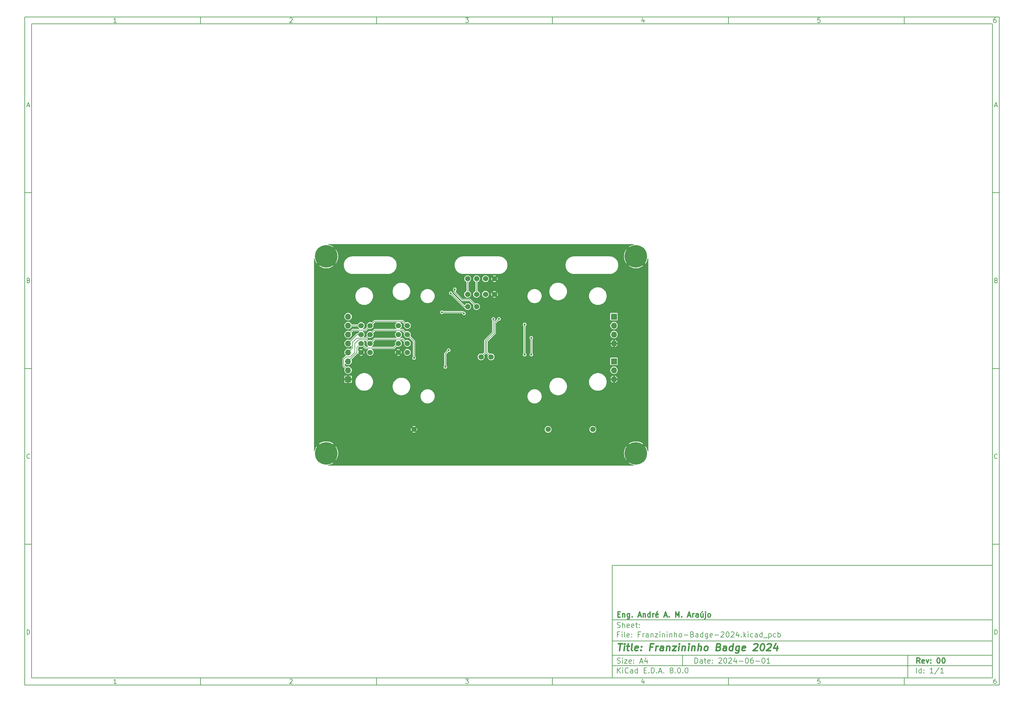
<source format=gbr>
%TF.GenerationSoftware,KiCad,Pcbnew,8.0.0*%
%TF.CreationDate,2024-06-01T14:18:10-03:00*%
%TF.ProjectId,Franzininho-Badge-2024,4672616e-7a69-46e6-996e-686f2d426164,00*%
%TF.SameCoordinates,Original*%
%TF.FileFunction,Copper,L2,Bot*%
%TF.FilePolarity,Positive*%
%FSLAX46Y46*%
G04 Gerber Fmt 4.6, Leading zero omitted, Abs format (unit mm)*
G04 Created by KiCad (PCBNEW 8.0.0) date 2024-06-01 14:18:10*
%MOMM*%
%LPD*%
G01*
G04 APERTURE LIST*
%ADD10C,0.100000*%
%ADD11C,0.150000*%
%ADD12C,0.300000*%
%ADD13C,0.400000*%
%TA.AperFunction,ComponentPad*%
%ADD14C,1.524000*%
%TD*%
%TA.AperFunction,ComponentPad*%
%ADD15C,1.500000*%
%TD*%
%TA.AperFunction,ComponentPad*%
%ADD16R,1.700000X1.700000*%
%TD*%
%TA.AperFunction,ComponentPad*%
%ADD17O,1.700000X1.700000*%
%TD*%
%TA.AperFunction,ComponentPad*%
%ADD18C,6.400000*%
%TD*%
%TA.AperFunction,ViaPad*%
%ADD19C,0.600000*%
%TD*%
%TA.AperFunction,Conductor*%
%ADD20C,0.200000*%
%TD*%
G04 APERTURE END LIST*
D10*
D11*
X177002200Y-166007200D02*
X285002200Y-166007200D01*
X285002200Y-198007200D01*
X177002200Y-198007200D01*
X177002200Y-166007200D01*
D10*
D11*
X10000000Y-10000000D02*
X287002200Y-10000000D01*
X287002200Y-200007200D01*
X10000000Y-200007200D01*
X10000000Y-10000000D01*
D10*
D11*
X12000000Y-12000000D02*
X285002200Y-12000000D01*
X285002200Y-198007200D01*
X12000000Y-198007200D01*
X12000000Y-12000000D01*
D10*
D11*
X60000000Y-12000000D02*
X60000000Y-10000000D01*
D10*
D11*
X110000000Y-12000000D02*
X110000000Y-10000000D01*
D10*
D11*
X160000000Y-12000000D02*
X160000000Y-10000000D01*
D10*
D11*
X210000000Y-12000000D02*
X210000000Y-10000000D01*
D10*
D11*
X260000000Y-12000000D02*
X260000000Y-10000000D01*
D10*
D11*
X36089160Y-11593604D02*
X35346303Y-11593604D01*
X35717731Y-11593604D02*
X35717731Y-10293604D01*
X35717731Y-10293604D02*
X35593922Y-10479319D01*
X35593922Y-10479319D02*
X35470112Y-10603128D01*
X35470112Y-10603128D02*
X35346303Y-10665033D01*
D10*
D11*
X85346303Y-10417414D02*
X85408207Y-10355509D01*
X85408207Y-10355509D02*
X85532017Y-10293604D01*
X85532017Y-10293604D02*
X85841541Y-10293604D01*
X85841541Y-10293604D02*
X85965350Y-10355509D01*
X85965350Y-10355509D02*
X86027255Y-10417414D01*
X86027255Y-10417414D02*
X86089160Y-10541223D01*
X86089160Y-10541223D02*
X86089160Y-10665033D01*
X86089160Y-10665033D02*
X86027255Y-10850747D01*
X86027255Y-10850747D02*
X85284398Y-11593604D01*
X85284398Y-11593604D02*
X86089160Y-11593604D01*
D10*
D11*
X135284398Y-10293604D02*
X136089160Y-10293604D01*
X136089160Y-10293604D02*
X135655826Y-10788842D01*
X135655826Y-10788842D02*
X135841541Y-10788842D01*
X135841541Y-10788842D02*
X135965350Y-10850747D01*
X135965350Y-10850747D02*
X136027255Y-10912652D01*
X136027255Y-10912652D02*
X136089160Y-11036461D01*
X136089160Y-11036461D02*
X136089160Y-11345985D01*
X136089160Y-11345985D02*
X136027255Y-11469795D01*
X136027255Y-11469795D02*
X135965350Y-11531700D01*
X135965350Y-11531700D02*
X135841541Y-11593604D01*
X135841541Y-11593604D02*
X135470112Y-11593604D01*
X135470112Y-11593604D02*
X135346303Y-11531700D01*
X135346303Y-11531700D02*
X135284398Y-11469795D01*
D10*
D11*
X185965350Y-10726938D02*
X185965350Y-11593604D01*
X185655826Y-10231700D02*
X185346303Y-11160271D01*
X185346303Y-11160271D02*
X186151064Y-11160271D01*
D10*
D11*
X236027255Y-10293604D02*
X235408207Y-10293604D01*
X235408207Y-10293604D02*
X235346303Y-10912652D01*
X235346303Y-10912652D02*
X235408207Y-10850747D01*
X235408207Y-10850747D02*
X235532017Y-10788842D01*
X235532017Y-10788842D02*
X235841541Y-10788842D01*
X235841541Y-10788842D02*
X235965350Y-10850747D01*
X235965350Y-10850747D02*
X236027255Y-10912652D01*
X236027255Y-10912652D02*
X236089160Y-11036461D01*
X236089160Y-11036461D02*
X236089160Y-11345985D01*
X236089160Y-11345985D02*
X236027255Y-11469795D01*
X236027255Y-11469795D02*
X235965350Y-11531700D01*
X235965350Y-11531700D02*
X235841541Y-11593604D01*
X235841541Y-11593604D02*
X235532017Y-11593604D01*
X235532017Y-11593604D02*
X235408207Y-11531700D01*
X235408207Y-11531700D02*
X235346303Y-11469795D01*
D10*
D11*
X285965350Y-10293604D02*
X285717731Y-10293604D01*
X285717731Y-10293604D02*
X285593922Y-10355509D01*
X285593922Y-10355509D02*
X285532017Y-10417414D01*
X285532017Y-10417414D02*
X285408207Y-10603128D01*
X285408207Y-10603128D02*
X285346303Y-10850747D01*
X285346303Y-10850747D02*
X285346303Y-11345985D01*
X285346303Y-11345985D02*
X285408207Y-11469795D01*
X285408207Y-11469795D02*
X285470112Y-11531700D01*
X285470112Y-11531700D02*
X285593922Y-11593604D01*
X285593922Y-11593604D02*
X285841541Y-11593604D01*
X285841541Y-11593604D02*
X285965350Y-11531700D01*
X285965350Y-11531700D02*
X286027255Y-11469795D01*
X286027255Y-11469795D02*
X286089160Y-11345985D01*
X286089160Y-11345985D02*
X286089160Y-11036461D01*
X286089160Y-11036461D02*
X286027255Y-10912652D01*
X286027255Y-10912652D02*
X285965350Y-10850747D01*
X285965350Y-10850747D02*
X285841541Y-10788842D01*
X285841541Y-10788842D02*
X285593922Y-10788842D01*
X285593922Y-10788842D02*
X285470112Y-10850747D01*
X285470112Y-10850747D02*
X285408207Y-10912652D01*
X285408207Y-10912652D02*
X285346303Y-11036461D01*
D10*
D11*
X60000000Y-198007200D02*
X60000000Y-200007200D01*
D10*
D11*
X110000000Y-198007200D02*
X110000000Y-200007200D01*
D10*
D11*
X160000000Y-198007200D02*
X160000000Y-200007200D01*
D10*
D11*
X210000000Y-198007200D02*
X210000000Y-200007200D01*
D10*
D11*
X260000000Y-198007200D02*
X260000000Y-200007200D01*
D10*
D11*
X36089160Y-199600804D02*
X35346303Y-199600804D01*
X35717731Y-199600804D02*
X35717731Y-198300804D01*
X35717731Y-198300804D02*
X35593922Y-198486519D01*
X35593922Y-198486519D02*
X35470112Y-198610328D01*
X35470112Y-198610328D02*
X35346303Y-198672233D01*
D10*
D11*
X85346303Y-198424614D02*
X85408207Y-198362709D01*
X85408207Y-198362709D02*
X85532017Y-198300804D01*
X85532017Y-198300804D02*
X85841541Y-198300804D01*
X85841541Y-198300804D02*
X85965350Y-198362709D01*
X85965350Y-198362709D02*
X86027255Y-198424614D01*
X86027255Y-198424614D02*
X86089160Y-198548423D01*
X86089160Y-198548423D02*
X86089160Y-198672233D01*
X86089160Y-198672233D02*
X86027255Y-198857947D01*
X86027255Y-198857947D02*
X85284398Y-199600804D01*
X85284398Y-199600804D02*
X86089160Y-199600804D01*
D10*
D11*
X135284398Y-198300804D02*
X136089160Y-198300804D01*
X136089160Y-198300804D02*
X135655826Y-198796042D01*
X135655826Y-198796042D02*
X135841541Y-198796042D01*
X135841541Y-198796042D02*
X135965350Y-198857947D01*
X135965350Y-198857947D02*
X136027255Y-198919852D01*
X136027255Y-198919852D02*
X136089160Y-199043661D01*
X136089160Y-199043661D02*
X136089160Y-199353185D01*
X136089160Y-199353185D02*
X136027255Y-199476995D01*
X136027255Y-199476995D02*
X135965350Y-199538900D01*
X135965350Y-199538900D02*
X135841541Y-199600804D01*
X135841541Y-199600804D02*
X135470112Y-199600804D01*
X135470112Y-199600804D02*
X135346303Y-199538900D01*
X135346303Y-199538900D02*
X135284398Y-199476995D01*
D10*
D11*
X185965350Y-198734138D02*
X185965350Y-199600804D01*
X185655826Y-198238900D02*
X185346303Y-199167471D01*
X185346303Y-199167471D02*
X186151064Y-199167471D01*
D10*
D11*
X236027255Y-198300804D02*
X235408207Y-198300804D01*
X235408207Y-198300804D02*
X235346303Y-198919852D01*
X235346303Y-198919852D02*
X235408207Y-198857947D01*
X235408207Y-198857947D02*
X235532017Y-198796042D01*
X235532017Y-198796042D02*
X235841541Y-198796042D01*
X235841541Y-198796042D02*
X235965350Y-198857947D01*
X235965350Y-198857947D02*
X236027255Y-198919852D01*
X236027255Y-198919852D02*
X236089160Y-199043661D01*
X236089160Y-199043661D02*
X236089160Y-199353185D01*
X236089160Y-199353185D02*
X236027255Y-199476995D01*
X236027255Y-199476995D02*
X235965350Y-199538900D01*
X235965350Y-199538900D02*
X235841541Y-199600804D01*
X235841541Y-199600804D02*
X235532017Y-199600804D01*
X235532017Y-199600804D02*
X235408207Y-199538900D01*
X235408207Y-199538900D02*
X235346303Y-199476995D01*
D10*
D11*
X285965350Y-198300804D02*
X285717731Y-198300804D01*
X285717731Y-198300804D02*
X285593922Y-198362709D01*
X285593922Y-198362709D02*
X285532017Y-198424614D01*
X285532017Y-198424614D02*
X285408207Y-198610328D01*
X285408207Y-198610328D02*
X285346303Y-198857947D01*
X285346303Y-198857947D02*
X285346303Y-199353185D01*
X285346303Y-199353185D02*
X285408207Y-199476995D01*
X285408207Y-199476995D02*
X285470112Y-199538900D01*
X285470112Y-199538900D02*
X285593922Y-199600804D01*
X285593922Y-199600804D02*
X285841541Y-199600804D01*
X285841541Y-199600804D02*
X285965350Y-199538900D01*
X285965350Y-199538900D02*
X286027255Y-199476995D01*
X286027255Y-199476995D02*
X286089160Y-199353185D01*
X286089160Y-199353185D02*
X286089160Y-199043661D01*
X286089160Y-199043661D02*
X286027255Y-198919852D01*
X286027255Y-198919852D02*
X285965350Y-198857947D01*
X285965350Y-198857947D02*
X285841541Y-198796042D01*
X285841541Y-198796042D02*
X285593922Y-198796042D01*
X285593922Y-198796042D02*
X285470112Y-198857947D01*
X285470112Y-198857947D02*
X285408207Y-198919852D01*
X285408207Y-198919852D02*
X285346303Y-199043661D01*
D10*
D11*
X10000000Y-60000000D02*
X12000000Y-60000000D01*
D10*
D11*
X10000000Y-110000000D02*
X12000000Y-110000000D01*
D10*
D11*
X10000000Y-160000000D02*
X12000000Y-160000000D01*
D10*
D11*
X10690476Y-35222176D02*
X11309523Y-35222176D01*
X10566666Y-35593604D02*
X10999999Y-34293604D01*
X10999999Y-34293604D02*
X11433333Y-35593604D01*
D10*
D11*
X11092857Y-84912652D02*
X11278571Y-84974557D01*
X11278571Y-84974557D02*
X11340476Y-85036461D01*
X11340476Y-85036461D02*
X11402380Y-85160271D01*
X11402380Y-85160271D02*
X11402380Y-85345985D01*
X11402380Y-85345985D02*
X11340476Y-85469795D01*
X11340476Y-85469795D02*
X11278571Y-85531700D01*
X11278571Y-85531700D02*
X11154761Y-85593604D01*
X11154761Y-85593604D02*
X10659523Y-85593604D01*
X10659523Y-85593604D02*
X10659523Y-84293604D01*
X10659523Y-84293604D02*
X11092857Y-84293604D01*
X11092857Y-84293604D02*
X11216666Y-84355509D01*
X11216666Y-84355509D02*
X11278571Y-84417414D01*
X11278571Y-84417414D02*
X11340476Y-84541223D01*
X11340476Y-84541223D02*
X11340476Y-84665033D01*
X11340476Y-84665033D02*
X11278571Y-84788842D01*
X11278571Y-84788842D02*
X11216666Y-84850747D01*
X11216666Y-84850747D02*
X11092857Y-84912652D01*
X11092857Y-84912652D02*
X10659523Y-84912652D01*
D10*
D11*
X11402380Y-135469795D02*
X11340476Y-135531700D01*
X11340476Y-135531700D02*
X11154761Y-135593604D01*
X11154761Y-135593604D02*
X11030952Y-135593604D01*
X11030952Y-135593604D02*
X10845238Y-135531700D01*
X10845238Y-135531700D02*
X10721428Y-135407890D01*
X10721428Y-135407890D02*
X10659523Y-135284080D01*
X10659523Y-135284080D02*
X10597619Y-135036461D01*
X10597619Y-135036461D02*
X10597619Y-134850747D01*
X10597619Y-134850747D02*
X10659523Y-134603128D01*
X10659523Y-134603128D02*
X10721428Y-134479319D01*
X10721428Y-134479319D02*
X10845238Y-134355509D01*
X10845238Y-134355509D02*
X11030952Y-134293604D01*
X11030952Y-134293604D02*
X11154761Y-134293604D01*
X11154761Y-134293604D02*
X11340476Y-134355509D01*
X11340476Y-134355509D02*
X11402380Y-134417414D01*
D10*
D11*
X10659523Y-185593604D02*
X10659523Y-184293604D01*
X10659523Y-184293604D02*
X10969047Y-184293604D01*
X10969047Y-184293604D02*
X11154761Y-184355509D01*
X11154761Y-184355509D02*
X11278571Y-184479319D01*
X11278571Y-184479319D02*
X11340476Y-184603128D01*
X11340476Y-184603128D02*
X11402380Y-184850747D01*
X11402380Y-184850747D02*
X11402380Y-185036461D01*
X11402380Y-185036461D02*
X11340476Y-185284080D01*
X11340476Y-185284080D02*
X11278571Y-185407890D01*
X11278571Y-185407890D02*
X11154761Y-185531700D01*
X11154761Y-185531700D02*
X10969047Y-185593604D01*
X10969047Y-185593604D02*
X10659523Y-185593604D01*
D10*
D11*
X287002200Y-60000000D02*
X285002200Y-60000000D01*
D10*
D11*
X287002200Y-110000000D02*
X285002200Y-110000000D01*
D10*
D11*
X287002200Y-160000000D02*
X285002200Y-160000000D01*
D10*
D11*
X285692676Y-35222176D02*
X286311723Y-35222176D01*
X285568866Y-35593604D02*
X286002199Y-34293604D01*
X286002199Y-34293604D02*
X286435533Y-35593604D01*
D10*
D11*
X286095057Y-84912652D02*
X286280771Y-84974557D01*
X286280771Y-84974557D02*
X286342676Y-85036461D01*
X286342676Y-85036461D02*
X286404580Y-85160271D01*
X286404580Y-85160271D02*
X286404580Y-85345985D01*
X286404580Y-85345985D02*
X286342676Y-85469795D01*
X286342676Y-85469795D02*
X286280771Y-85531700D01*
X286280771Y-85531700D02*
X286156961Y-85593604D01*
X286156961Y-85593604D02*
X285661723Y-85593604D01*
X285661723Y-85593604D02*
X285661723Y-84293604D01*
X285661723Y-84293604D02*
X286095057Y-84293604D01*
X286095057Y-84293604D02*
X286218866Y-84355509D01*
X286218866Y-84355509D02*
X286280771Y-84417414D01*
X286280771Y-84417414D02*
X286342676Y-84541223D01*
X286342676Y-84541223D02*
X286342676Y-84665033D01*
X286342676Y-84665033D02*
X286280771Y-84788842D01*
X286280771Y-84788842D02*
X286218866Y-84850747D01*
X286218866Y-84850747D02*
X286095057Y-84912652D01*
X286095057Y-84912652D02*
X285661723Y-84912652D01*
D10*
D11*
X286404580Y-135469795D02*
X286342676Y-135531700D01*
X286342676Y-135531700D02*
X286156961Y-135593604D01*
X286156961Y-135593604D02*
X286033152Y-135593604D01*
X286033152Y-135593604D02*
X285847438Y-135531700D01*
X285847438Y-135531700D02*
X285723628Y-135407890D01*
X285723628Y-135407890D02*
X285661723Y-135284080D01*
X285661723Y-135284080D02*
X285599819Y-135036461D01*
X285599819Y-135036461D02*
X285599819Y-134850747D01*
X285599819Y-134850747D02*
X285661723Y-134603128D01*
X285661723Y-134603128D02*
X285723628Y-134479319D01*
X285723628Y-134479319D02*
X285847438Y-134355509D01*
X285847438Y-134355509D02*
X286033152Y-134293604D01*
X286033152Y-134293604D02*
X286156961Y-134293604D01*
X286156961Y-134293604D02*
X286342676Y-134355509D01*
X286342676Y-134355509D02*
X286404580Y-134417414D01*
D10*
D11*
X285661723Y-185593604D02*
X285661723Y-184293604D01*
X285661723Y-184293604D02*
X285971247Y-184293604D01*
X285971247Y-184293604D02*
X286156961Y-184355509D01*
X286156961Y-184355509D02*
X286280771Y-184479319D01*
X286280771Y-184479319D02*
X286342676Y-184603128D01*
X286342676Y-184603128D02*
X286404580Y-184850747D01*
X286404580Y-184850747D02*
X286404580Y-185036461D01*
X286404580Y-185036461D02*
X286342676Y-185284080D01*
X286342676Y-185284080D02*
X286280771Y-185407890D01*
X286280771Y-185407890D02*
X286156961Y-185531700D01*
X286156961Y-185531700D02*
X285971247Y-185593604D01*
X285971247Y-185593604D02*
X285661723Y-185593604D01*
D10*
D11*
X200458026Y-193793328D02*
X200458026Y-192293328D01*
X200458026Y-192293328D02*
X200815169Y-192293328D01*
X200815169Y-192293328D02*
X201029455Y-192364757D01*
X201029455Y-192364757D02*
X201172312Y-192507614D01*
X201172312Y-192507614D02*
X201243741Y-192650471D01*
X201243741Y-192650471D02*
X201315169Y-192936185D01*
X201315169Y-192936185D02*
X201315169Y-193150471D01*
X201315169Y-193150471D02*
X201243741Y-193436185D01*
X201243741Y-193436185D02*
X201172312Y-193579042D01*
X201172312Y-193579042D02*
X201029455Y-193721900D01*
X201029455Y-193721900D02*
X200815169Y-193793328D01*
X200815169Y-193793328D02*
X200458026Y-193793328D01*
X202600884Y-193793328D02*
X202600884Y-193007614D01*
X202600884Y-193007614D02*
X202529455Y-192864757D01*
X202529455Y-192864757D02*
X202386598Y-192793328D01*
X202386598Y-192793328D02*
X202100884Y-192793328D01*
X202100884Y-192793328D02*
X201958026Y-192864757D01*
X202600884Y-193721900D02*
X202458026Y-193793328D01*
X202458026Y-193793328D02*
X202100884Y-193793328D01*
X202100884Y-193793328D02*
X201958026Y-193721900D01*
X201958026Y-193721900D02*
X201886598Y-193579042D01*
X201886598Y-193579042D02*
X201886598Y-193436185D01*
X201886598Y-193436185D02*
X201958026Y-193293328D01*
X201958026Y-193293328D02*
X202100884Y-193221900D01*
X202100884Y-193221900D02*
X202458026Y-193221900D01*
X202458026Y-193221900D02*
X202600884Y-193150471D01*
X203100884Y-192793328D02*
X203672312Y-192793328D01*
X203315169Y-192293328D02*
X203315169Y-193579042D01*
X203315169Y-193579042D02*
X203386598Y-193721900D01*
X203386598Y-193721900D02*
X203529455Y-193793328D01*
X203529455Y-193793328D02*
X203672312Y-193793328D01*
X204743741Y-193721900D02*
X204600884Y-193793328D01*
X204600884Y-193793328D02*
X204315170Y-193793328D01*
X204315170Y-193793328D02*
X204172312Y-193721900D01*
X204172312Y-193721900D02*
X204100884Y-193579042D01*
X204100884Y-193579042D02*
X204100884Y-193007614D01*
X204100884Y-193007614D02*
X204172312Y-192864757D01*
X204172312Y-192864757D02*
X204315170Y-192793328D01*
X204315170Y-192793328D02*
X204600884Y-192793328D01*
X204600884Y-192793328D02*
X204743741Y-192864757D01*
X204743741Y-192864757D02*
X204815170Y-193007614D01*
X204815170Y-193007614D02*
X204815170Y-193150471D01*
X204815170Y-193150471D02*
X204100884Y-193293328D01*
X205458026Y-193650471D02*
X205529455Y-193721900D01*
X205529455Y-193721900D02*
X205458026Y-193793328D01*
X205458026Y-193793328D02*
X205386598Y-193721900D01*
X205386598Y-193721900D02*
X205458026Y-193650471D01*
X205458026Y-193650471D02*
X205458026Y-193793328D01*
X205458026Y-192864757D02*
X205529455Y-192936185D01*
X205529455Y-192936185D02*
X205458026Y-193007614D01*
X205458026Y-193007614D02*
X205386598Y-192936185D01*
X205386598Y-192936185D02*
X205458026Y-192864757D01*
X205458026Y-192864757D02*
X205458026Y-193007614D01*
X207243741Y-192436185D02*
X207315169Y-192364757D01*
X207315169Y-192364757D02*
X207458027Y-192293328D01*
X207458027Y-192293328D02*
X207815169Y-192293328D01*
X207815169Y-192293328D02*
X207958027Y-192364757D01*
X207958027Y-192364757D02*
X208029455Y-192436185D01*
X208029455Y-192436185D02*
X208100884Y-192579042D01*
X208100884Y-192579042D02*
X208100884Y-192721900D01*
X208100884Y-192721900D02*
X208029455Y-192936185D01*
X208029455Y-192936185D02*
X207172312Y-193793328D01*
X207172312Y-193793328D02*
X208100884Y-193793328D01*
X209029455Y-192293328D02*
X209172312Y-192293328D01*
X209172312Y-192293328D02*
X209315169Y-192364757D01*
X209315169Y-192364757D02*
X209386598Y-192436185D01*
X209386598Y-192436185D02*
X209458026Y-192579042D01*
X209458026Y-192579042D02*
X209529455Y-192864757D01*
X209529455Y-192864757D02*
X209529455Y-193221900D01*
X209529455Y-193221900D02*
X209458026Y-193507614D01*
X209458026Y-193507614D02*
X209386598Y-193650471D01*
X209386598Y-193650471D02*
X209315169Y-193721900D01*
X209315169Y-193721900D02*
X209172312Y-193793328D01*
X209172312Y-193793328D02*
X209029455Y-193793328D01*
X209029455Y-193793328D02*
X208886598Y-193721900D01*
X208886598Y-193721900D02*
X208815169Y-193650471D01*
X208815169Y-193650471D02*
X208743740Y-193507614D01*
X208743740Y-193507614D02*
X208672312Y-193221900D01*
X208672312Y-193221900D02*
X208672312Y-192864757D01*
X208672312Y-192864757D02*
X208743740Y-192579042D01*
X208743740Y-192579042D02*
X208815169Y-192436185D01*
X208815169Y-192436185D02*
X208886598Y-192364757D01*
X208886598Y-192364757D02*
X209029455Y-192293328D01*
X210100883Y-192436185D02*
X210172311Y-192364757D01*
X210172311Y-192364757D02*
X210315169Y-192293328D01*
X210315169Y-192293328D02*
X210672311Y-192293328D01*
X210672311Y-192293328D02*
X210815169Y-192364757D01*
X210815169Y-192364757D02*
X210886597Y-192436185D01*
X210886597Y-192436185D02*
X210958026Y-192579042D01*
X210958026Y-192579042D02*
X210958026Y-192721900D01*
X210958026Y-192721900D02*
X210886597Y-192936185D01*
X210886597Y-192936185D02*
X210029454Y-193793328D01*
X210029454Y-193793328D02*
X210958026Y-193793328D01*
X212243740Y-192793328D02*
X212243740Y-193793328D01*
X211886597Y-192221900D02*
X211529454Y-193293328D01*
X211529454Y-193293328D02*
X212458025Y-193293328D01*
X213029453Y-193221900D02*
X214172311Y-193221900D01*
X215172311Y-192293328D02*
X215315168Y-192293328D01*
X215315168Y-192293328D02*
X215458025Y-192364757D01*
X215458025Y-192364757D02*
X215529454Y-192436185D01*
X215529454Y-192436185D02*
X215600882Y-192579042D01*
X215600882Y-192579042D02*
X215672311Y-192864757D01*
X215672311Y-192864757D02*
X215672311Y-193221900D01*
X215672311Y-193221900D02*
X215600882Y-193507614D01*
X215600882Y-193507614D02*
X215529454Y-193650471D01*
X215529454Y-193650471D02*
X215458025Y-193721900D01*
X215458025Y-193721900D02*
X215315168Y-193793328D01*
X215315168Y-193793328D02*
X215172311Y-193793328D01*
X215172311Y-193793328D02*
X215029454Y-193721900D01*
X215029454Y-193721900D02*
X214958025Y-193650471D01*
X214958025Y-193650471D02*
X214886596Y-193507614D01*
X214886596Y-193507614D02*
X214815168Y-193221900D01*
X214815168Y-193221900D02*
X214815168Y-192864757D01*
X214815168Y-192864757D02*
X214886596Y-192579042D01*
X214886596Y-192579042D02*
X214958025Y-192436185D01*
X214958025Y-192436185D02*
X215029454Y-192364757D01*
X215029454Y-192364757D02*
X215172311Y-192293328D01*
X216958025Y-192293328D02*
X216672310Y-192293328D01*
X216672310Y-192293328D02*
X216529453Y-192364757D01*
X216529453Y-192364757D02*
X216458025Y-192436185D01*
X216458025Y-192436185D02*
X216315167Y-192650471D01*
X216315167Y-192650471D02*
X216243739Y-192936185D01*
X216243739Y-192936185D02*
X216243739Y-193507614D01*
X216243739Y-193507614D02*
X216315167Y-193650471D01*
X216315167Y-193650471D02*
X216386596Y-193721900D01*
X216386596Y-193721900D02*
X216529453Y-193793328D01*
X216529453Y-193793328D02*
X216815167Y-193793328D01*
X216815167Y-193793328D02*
X216958025Y-193721900D01*
X216958025Y-193721900D02*
X217029453Y-193650471D01*
X217029453Y-193650471D02*
X217100882Y-193507614D01*
X217100882Y-193507614D02*
X217100882Y-193150471D01*
X217100882Y-193150471D02*
X217029453Y-193007614D01*
X217029453Y-193007614D02*
X216958025Y-192936185D01*
X216958025Y-192936185D02*
X216815167Y-192864757D01*
X216815167Y-192864757D02*
X216529453Y-192864757D01*
X216529453Y-192864757D02*
X216386596Y-192936185D01*
X216386596Y-192936185D02*
X216315167Y-193007614D01*
X216315167Y-193007614D02*
X216243739Y-193150471D01*
X217743738Y-193221900D02*
X218886596Y-193221900D01*
X219886596Y-192293328D02*
X220029453Y-192293328D01*
X220029453Y-192293328D02*
X220172310Y-192364757D01*
X220172310Y-192364757D02*
X220243739Y-192436185D01*
X220243739Y-192436185D02*
X220315167Y-192579042D01*
X220315167Y-192579042D02*
X220386596Y-192864757D01*
X220386596Y-192864757D02*
X220386596Y-193221900D01*
X220386596Y-193221900D02*
X220315167Y-193507614D01*
X220315167Y-193507614D02*
X220243739Y-193650471D01*
X220243739Y-193650471D02*
X220172310Y-193721900D01*
X220172310Y-193721900D02*
X220029453Y-193793328D01*
X220029453Y-193793328D02*
X219886596Y-193793328D01*
X219886596Y-193793328D02*
X219743739Y-193721900D01*
X219743739Y-193721900D02*
X219672310Y-193650471D01*
X219672310Y-193650471D02*
X219600881Y-193507614D01*
X219600881Y-193507614D02*
X219529453Y-193221900D01*
X219529453Y-193221900D02*
X219529453Y-192864757D01*
X219529453Y-192864757D02*
X219600881Y-192579042D01*
X219600881Y-192579042D02*
X219672310Y-192436185D01*
X219672310Y-192436185D02*
X219743739Y-192364757D01*
X219743739Y-192364757D02*
X219886596Y-192293328D01*
X221815167Y-193793328D02*
X220958024Y-193793328D01*
X221386595Y-193793328D02*
X221386595Y-192293328D01*
X221386595Y-192293328D02*
X221243738Y-192507614D01*
X221243738Y-192507614D02*
X221100881Y-192650471D01*
X221100881Y-192650471D02*
X220958024Y-192721900D01*
D10*
D11*
X177002200Y-194507200D02*
X285002200Y-194507200D01*
D10*
D11*
X178458026Y-196593328D02*
X178458026Y-195093328D01*
X179315169Y-196593328D02*
X178672312Y-195736185D01*
X179315169Y-195093328D02*
X178458026Y-195950471D01*
X179958026Y-196593328D02*
X179958026Y-195593328D01*
X179958026Y-195093328D02*
X179886598Y-195164757D01*
X179886598Y-195164757D02*
X179958026Y-195236185D01*
X179958026Y-195236185D02*
X180029455Y-195164757D01*
X180029455Y-195164757D02*
X179958026Y-195093328D01*
X179958026Y-195093328D02*
X179958026Y-195236185D01*
X181529455Y-196450471D02*
X181458027Y-196521900D01*
X181458027Y-196521900D02*
X181243741Y-196593328D01*
X181243741Y-196593328D02*
X181100884Y-196593328D01*
X181100884Y-196593328D02*
X180886598Y-196521900D01*
X180886598Y-196521900D02*
X180743741Y-196379042D01*
X180743741Y-196379042D02*
X180672312Y-196236185D01*
X180672312Y-196236185D02*
X180600884Y-195950471D01*
X180600884Y-195950471D02*
X180600884Y-195736185D01*
X180600884Y-195736185D02*
X180672312Y-195450471D01*
X180672312Y-195450471D02*
X180743741Y-195307614D01*
X180743741Y-195307614D02*
X180886598Y-195164757D01*
X180886598Y-195164757D02*
X181100884Y-195093328D01*
X181100884Y-195093328D02*
X181243741Y-195093328D01*
X181243741Y-195093328D02*
X181458027Y-195164757D01*
X181458027Y-195164757D02*
X181529455Y-195236185D01*
X182815170Y-196593328D02*
X182815170Y-195807614D01*
X182815170Y-195807614D02*
X182743741Y-195664757D01*
X182743741Y-195664757D02*
X182600884Y-195593328D01*
X182600884Y-195593328D02*
X182315170Y-195593328D01*
X182315170Y-195593328D02*
X182172312Y-195664757D01*
X182815170Y-196521900D02*
X182672312Y-196593328D01*
X182672312Y-196593328D02*
X182315170Y-196593328D01*
X182315170Y-196593328D02*
X182172312Y-196521900D01*
X182172312Y-196521900D02*
X182100884Y-196379042D01*
X182100884Y-196379042D02*
X182100884Y-196236185D01*
X182100884Y-196236185D02*
X182172312Y-196093328D01*
X182172312Y-196093328D02*
X182315170Y-196021900D01*
X182315170Y-196021900D02*
X182672312Y-196021900D01*
X182672312Y-196021900D02*
X182815170Y-195950471D01*
X184172313Y-196593328D02*
X184172313Y-195093328D01*
X184172313Y-196521900D02*
X184029455Y-196593328D01*
X184029455Y-196593328D02*
X183743741Y-196593328D01*
X183743741Y-196593328D02*
X183600884Y-196521900D01*
X183600884Y-196521900D02*
X183529455Y-196450471D01*
X183529455Y-196450471D02*
X183458027Y-196307614D01*
X183458027Y-196307614D02*
X183458027Y-195879042D01*
X183458027Y-195879042D02*
X183529455Y-195736185D01*
X183529455Y-195736185D02*
X183600884Y-195664757D01*
X183600884Y-195664757D02*
X183743741Y-195593328D01*
X183743741Y-195593328D02*
X184029455Y-195593328D01*
X184029455Y-195593328D02*
X184172313Y-195664757D01*
X186029455Y-195807614D02*
X186529455Y-195807614D01*
X186743741Y-196593328D02*
X186029455Y-196593328D01*
X186029455Y-196593328D02*
X186029455Y-195093328D01*
X186029455Y-195093328D02*
X186743741Y-195093328D01*
X187386598Y-196450471D02*
X187458027Y-196521900D01*
X187458027Y-196521900D02*
X187386598Y-196593328D01*
X187386598Y-196593328D02*
X187315170Y-196521900D01*
X187315170Y-196521900D02*
X187386598Y-196450471D01*
X187386598Y-196450471D02*
X187386598Y-196593328D01*
X188100884Y-196593328D02*
X188100884Y-195093328D01*
X188100884Y-195093328D02*
X188458027Y-195093328D01*
X188458027Y-195093328D02*
X188672313Y-195164757D01*
X188672313Y-195164757D02*
X188815170Y-195307614D01*
X188815170Y-195307614D02*
X188886599Y-195450471D01*
X188886599Y-195450471D02*
X188958027Y-195736185D01*
X188958027Y-195736185D02*
X188958027Y-195950471D01*
X188958027Y-195950471D02*
X188886599Y-196236185D01*
X188886599Y-196236185D02*
X188815170Y-196379042D01*
X188815170Y-196379042D02*
X188672313Y-196521900D01*
X188672313Y-196521900D02*
X188458027Y-196593328D01*
X188458027Y-196593328D02*
X188100884Y-196593328D01*
X189600884Y-196450471D02*
X189672313Y-196521900D01*
X189672313Y-196521900D02*
X189600884Y-196593328D01*
X189600884Y-196593328D02*
X189529456Y-196521900D01*
X189529456Y-196521900D02*
X189600884Y-196450471D01*
X189600884Y-196450471D02*
X189600884Y-196593328D01*
X190243742Y-196164757D02*
X190958028Y-196164757D01*
X190100885Y-196593328D02*
X190600885Y-195093328D01*
X190600885Y-195093328D02*
X191100885Y-196593328D01*
X191600884Y-196450471D02*
X191672313Y-196521900D01*
X191672313Y-196521900D02*
X191600884Y-196593328D01*
X191600884Y-196593328D02*
X191529456Y-196521900D01*
X191529456Y-196521900D02*
X191600884Y-196450471D01*
X191600884Y-196450471D02*
X191600884Y-196593328D01*
X193672313Y-195736185D02*
X193529456Y-195664757D01*
X193529456Y-195664757D02*
X193458027Y-195593328D01*
X193458027Y-195593328D02*
X193386599Y-195450471D01*
X193386599Y-195450471D02*
X193386599Y-195379042D01*
X193386599Y-195379042D02*
X193458027Y-195236185D01*
X193458027Y-195236185D02*
X193529456Y-195164757D01*
X193529456Y-195164757D02*
X193672313Y-195093328D01*
X193672313Y-195093328D02*
X193958027Y-195093328D01*
X193958027Y-195093328D02*
X194100885Y-195164757D01*
X194100885Y-195164757D02*
X194172313Y-195236185D01*
X194172313Y-195236185D02*
X194243742Y-195379042D01*
X194243742Y-195379042D02*
X194243742Y-195450471D01*
X194243742Y-195450471D02*
X194172313Y-195593328D01*
X194172313Y-195593328D02*
X194100885Y-195664757D01*
X194100885Y-195664757D02*
X193958027Y-195736185D01*
X193958027Y-195736185D02*
X193672313Y-195736185D01*
X193672313Y-195736185D02*
X193529456Y-195807614D01*
X193529456Y-195807614D02*
X193458027Y-195879042D01*
X193458027Y-195879042D02*
X193386599Y-196021900D01*
X193386599Y-196021900D02*
X193386599Y-196307614D01*
X193386599Y-196307614D02*
X193458027Y-196450471D01*
X193458027Y-196450471D02*
X193529456Y-196521900D01*
X193529456Y-196521900D02*
X193672313Y-196593328D01*
X193672313Y-196593328D02*
X193958027Y-196593328D01*
X193958027Y-196593328D02*
X194100885Y-196521900D01*
X194100885Y-196521900D02*
X194172313Y-196450471D01*
X194172313Y-196450471D02*
X194243742Y-196307614D01*
X194243742Y-196307614D02*
X194243742Y-196021900D01*
X194243742Y-196021900D02*
X194172313Y-195879042D01*
X194172313Y-195879042D02*
X194100885Y-195807614D01*
X194100885Y-195807614D02*
X193958027Y-195736185D01*
X194886598Y-196450471D02*
X194958027Y-196521900D01*
X194958027Y-196521900D02*
X194886598Y-196593328D01*
X194886598Y-196593328D02*
X194815170Y-196521900D01*
X194815170Y-196521900D02*
X194886598Y-196450471D01*
X194886598Y-196450471D02*
X194886598Y-196593328D01*
X195886599Y-195093328D02*
X196029456Y-195093328D01*
X196029456Y-195093328D02*
X196172313Y-195164757D01*
X196172313Y-195164757D02*
X196243742Y-195236185D01*
X196243742Y-195236185D02*
X196315170Y-195379042D01*
X196315170Y-195379042D02*
X196386599Y-195664757D01*
X196386599Y-195664757D02*
X196386599Y-196021900D01*
X196386599Y-196021900D02*
X196315170Y-196307614D01*
X196315170Y-196307614D02*
X196243742Y-196450471D01*
X196243742Y-196450471D02*
X196172313Y-196521900D01*
X196172313Y-196521900D02*
X196029456Y-196593328D01*
X196029456Y-196593328D02*
X195886599Y-196593328D01*
X195886599Y-196593328D02*
X195743742Y-196521900D01*
X195743742Y-196521900D02*
X195672313Y-196450471D01*
X195672313Y-196450471D02*
X195600884Y-196307614D01*
X195600884Y-196307614D02*
X195529456Y-196021900D01*
X195529456Y-196021900D02*
X195529456Y-195664757D01*
X195529456Y-195664757D02*
X195600884Y-195379042D01*
X195600884Y-195379042D02*
X195672313Y-195236185D01*
X195672313Y-195236185D02*
X195743742Y-195164757D01*
X195743742Y-195164757D02*
X195886599Y-195093328D01*
X197029455Y-196450471D02*
X197100884Y-196521900D01*
X197100884Y-196521900D02*
X197029455Y-196593328D01*
X197029455Y-196593328D02*
X196958027Y-196521900D01*
X196958027Y-196521900D02*
X197029455Y-196450471D01*
X197029455Y-196450471D02*
X197029455Y-196593328D01*
X198029456Y-195093328D02*
X198172313Y-195093328D01*
X198172313Y-195093328D02*
X198315170Y-195164757D01*
X198315170Y-195164757D02*
X198386599Y-195236185D01*
X198386599Y-195236185D02*
X198458027Y-195379042D01*
X198458027Y-195379042D02*
X198529456Y-195664757D01*
X198529456Y-195664757D02*
X198529456Y-196021900D01*
X198529456Y-196021900D02*
X198458027Y-196307614D01*
X198458027Y-196307614D02*
X198386599Y-196450471D01*
X198386599Y-196450471D02*
X198315170Y-196521900D01*
X198315170Y-196521900D02*
X198172313Y-196593328D01*
X198172313Y-196593328D02*
X198029456Y-196593328D01*
X198029456Y-196593328D02*
X197886599Y-196521900D01*
X197886599Y-196521900D02*
X197815170Y-196450471D01*
X197815170Y-196450471D02*
X197743741Y-196307614D01*
X197743741Y-196307614D02*
X197672313Y-196021900D01*
X197672313Y-196021900D02*
X197672313Y-195664757D01*
X197672313Y-195664757D02*
X197743741Y-195379042D01*
X197743741Y-195379042D02*
X197815170Y-195236185D01*
X197815170Y-195236185D02*
X197886599Y-195164757D01*
X197886599Y-195164757D02*
X198029456Y-195093328D01*
D10*
D11*
X177002200Y-191507200D02*
X285002200Y-191507200D01*
D10*
D12*
X264413853Y-193785528D02*
X263913853Y-193071242D01*
X263556710Y-193785528D02*
X263556710Y-192285528D01*
X263556710Y-192285528D02*
X264128139Y-192285528D01*
X264128139Y-192285528D02*
X264270996Y-192356957D01*
X264270996Y-192356957D02*
X264342425Y-192428385D01*
X264342425Y-192428385D02*
X264413853Y-192571242D01*
X264413853Y-192571242D02*
X264413853Y-192785528D01*
X264413853Y-192785528D02*
X264342425Y-192928385D01*
X264342425Y-192928385D02*
X264270996Y-192999814D01*
X264270996Y-192999814D02*
X264128139Y-193071242D01*
X264128139Y-193071242D02*
X263556710Y-193071242D01*
X265628139Y-193714100D02*
X265485282Y-193785528D01*
X265485282Y-193785528D02*
X265199568Y-193785528D01*
X265199568Y-193785528D02*
X265056710Y-193714100D01*
X265056710Y-193714100D02*
X264985282Y-193571242D01*
X264985282Y-193571242D02*
X264985282Y-192999814D01*
X264985282Y-192999814D02*
X265056710Y-192856957D01*
X265056710Y-192856957D02*
X265199568Y-192785528D01*
X265199568Y-192785528D02*
X265485282Y-192785528D01*
X265485282Y-192785528D02*
X265628139Y-192856957D01*
X265628139Y-192856957D02*
X265699568Y-192999814D01*
X265699568Y-192999814D02*
X265699568Y-193142671D01*
X265699568Y-193142671D02*
X264985282Y-193285528D01*
X266199567Y-192785528D02*
X266556710Y-193785528D01*
X266556710Y-193785528D02*
X266913853Y-192785528D01*
X267485281Y-193642671D02*
X267556710Y-193714100D01*
X267556710Y-193714100D02*
X267485281Y-193785528D01*
X267485281Y-193785528D02*
X267413853Y-193714100D01*
X267413853Y-193714100D02*
X267485281Y-193642671D01*
X267485281Y-193642671D02*
X267485281Y-193785528D01*
X267485281Y-192856957D02*
X267556710Y-192928385D01*
X267556710Y-192928385D02*
X267485281Y-192999814D01*
X267485281Y-192999814D02*
X267413853Y-192928385D01*
X267413853Y-192928385D02*
X267485281Y-192856957D01*
X267485281Y-192856957D02*
X267485281Y-192999814D01*
X269628139Y-192285528D02*
X269770996Y-192285528D01*
X269770996Y-192285528D02*
X269913853Y-192356957D01*
X269913853Y-192356957D02*
X269985282Y-192428385D01*
X269985282Y-192428385D02*
X270056710Y-192571242D01*
X270056710Y-192571242D02*
X270128139Y-192856957D01*
X270128139Y-192856957D02*
X270128139Y-193214100D01*
X270128139Y-193214100D02*
X270056710Y-193499814D01*
X270056710Y-193499814D02*
X269985282Y-193642671D01*
X269985282Y-193642671D02*
X269913853Y-193714100D01*
X269913853Y-193714100D02*
X269770996Y-193785528D01*
X269770996Y-193785528D02*
X269628139Y-193785528D01*
X269628139Y-193785528D02*
X269485282Y-193714100D01*
X269485282Y-193714100D02*
X269413853Y-193642671D01*
X269413853Y-193642671D02*
X269342424Y-193499814D01*
X269342424Y-193499814D02*
X269270996Y-193214100D01*
X269270996Y-193214100D02*
X269270996Y-192856957D01*
X269270996Y-192856957D02*
X269342424Y-192571242D01*
X269342424Y-192571242D02*
X269413853Y-192428385D01*
X269413853Y-192428385D02*
X269485282Y-192356957D01*
X269485282Y-192356957D02*
X269628139Y-192285528D01*
X271056710Y-192285528D02*
X271199567Y-192285528D01*
X271199567Y-192285528D02*
X271342424Y-192356957D01*
X271342424Y-192356957D02*
X271413853Y-192428385D01*
X271413853Y-192428385D02*
X271485281Y-192571242D01*
X271485281Y-192571242D02*
X271556710Y-192856957D01*
X271556710Y-192856957D02*
X271556710Y-193214100D01*
X271556710Y-193214100D02*
X271485281Y-193499814D01*
X271485281Y-193499814D02*
X271413853Y-193642671D01*
X271413853Y-193642671D02*
X271342424Y-193714100D01*
X271342424Y-193714100D02*
X271199567Y-193785528D01*
X271199567Y-193785528D02*
X271056710Y-193785528D01*
X271056710Y-193785528D02*
X270913853Y-193714100D01*
X270913853Y-193714100D02*
X270842424Y-193642671D01*
X270842424Y-193642671D02*
X270770995Y-193499814D01*
X270770995Y-193499814D02*
X270699567Y-193214100D01*
X270699567Y-193214100D02*
X270699567Y-192856957D01*
X270699567Y-192856957D02*
X270770995Y-192571242D01*
X270770995Y-192571242D02*
X270842424Y-192428385D01*
X270842424Y-192428385D02*
X270913853Y-192356957D01*
X270913853Y-192356957D02*
X271056710Y-192285528D01*
D10*
D11*
X178386598Y-193721900D02*
X178600884Y-193793328D01*
X178600884Y-193793328D02*
X178958026Y-193793328D01*
X178958026Y-193793328D02*
X179100884Y-193721900D01*
X179100884Y-193721900D02*
X179172312Y-193650471D01*
X179172312Y-193650471D02*
X179243741Y-193507614D01*
X179243741Y-193507614D02*
X179243741Y-193364757D01*
X179243741Y-193364757D02*
X179172312Y-193221900D01*
X179172312Y-193221900D02*
X179100884Y-193150471D01*
X179100884Y-193150471D02*
X178958026Y-193079042D01*
X178958026Y-193079042D02*
X178672312Y-193007614D01*
X178672312Y-193007614D02*
X178529455Y-192936185D01*
X178529455Y-192936185D02*
X178458026Y-192864757D01*
X178458026Y-192864757D02*
X178386598Y-192721900D01*
X178386598Y-192721900D02*
X178386598Y-192579042D01*
X178386598Y-192579042D02*
X178458026Y-192436185D01*
X178458026Y-192436185D02*
X178529455Y-192364757D01*
X178529455Y-192364757D02*
X178672312Y-192293328D01*
X178672312Y-192293328D02*
X179029455Y-192293328D01*
X179029455Y-192293328D02*
X179243741Y-192364757D01*
X179886597Y-193793328D02*
X179886597Y-192793328D01*
X179886597Y-192293328D02*
X179815169Y-192364757D01*
X179815169Y-192364757D02*
X179886597Y-192436185D01*
X179886597Y-192436185D02*
X179958026Y-192364757D01*
X179958026Y-192364757D02*
X179886597Y-192293328D01*
X179886597Y-192293328D02*
X179886597Y-192436185D01*
X180458026Y-192793328D02*
X181243741Y-192793328D01*
X181243741Y-192793328D02*
X180458026Y-193793328D01*
X180458026Y-193793328D02*
X181243741Y-193793328D01*
X182386598Y-193721900D02*
X182243741Y-193793328D01*
X182243741Y-193793328D02*
X181958027Y-193793328D01*
X181958027Y-193793328D02*
X181815169Y-193721900D01*
X181815169Y-193721900D02*
X181743741Y-193579042D01*
X181743741Y-193579042D02*
X181743741Y-193007614D01*
X181743741Y-193007614D02*
X181815169Y-192864757D01*
X181815169Y-192864757D02*
X181958027Y-192793328D01*
X181958027Y-192793328D02*
X182243741Y-192793328D01*
X182243741Y-192793328D02*
X182386598Y-192864757D01*
X182386598Y-192864757D02*
X182458027Y-193007614D01*
X182458027Y-193007614D02*
X182458027Y-193150471D01*
X182458027Y-193150471D02*
X181743741Y-193293328D01*
X183100883Y-193650471D02*
X183172312Y-193721900D01*
X183172312Y-193721900D02*
X183100883Y-193793328D01*
X183100883Y-193793328D02*
X183029455Y-193721900D01*
X183029455Y-193721900D02*
X183100883Y-193650471D01*
X183100883Y-193650471D02*
X183100883Y-193793328D01*
X183100883Y-192864757D02*
X183172312Y-192936185D01*
X183172312Y-192936185D02*
X183100883Y-193007614D01*
X183100883Y-193007614D02*
X183029455Y-192936185D01*
X183029455Y-192936185D02*
X183100883Y-192864757D01*
X183100883Y-192864757D02*
X183100883Y-193007614D01*
X184886598Y-193364757D02*
X185600884Y-193364757D01*
X184743741Y-193793328D02*
X185243741Y-192293328D01*
X185243741Y-192293328D02*
X185743741Y-193793328D01*
X186886598Y-192793328D02*
X186886598Y-193793328D01*
X186529455Y-192221900D02*
X186172312Y-193293328D01*
X186172312Y-193293328D02*
X187100883Y-193293328D01*
D10*
D11*
X263458026Y-196593328D02*
X263458026Y-195093328D01*
X264815170Y-196593328D02*
X264815170Y-195093328D01*
X264815170Y-196521900D02*
X264672312Y-196593328D01*
X264672312Y-196593328D02*
X264386598Y-196593328D01*
X264386598Y-196593328D02*
X264243741Y-196521900D01*
X264243741Y-196521900D02*
X264172312Y-196450471D01*
X264172312Y-196450471D02*
X264100884Y-196307614D01*
X264100884Y-196307614D02*
X264100884Y-195879042D01*
X264100884Y-195879042D02*
X264172312Y-195736185D01*
X264172312Y-195736185D02*
X264243741Y-195664757D01*
X264243741Y-195664757D02*
X264386598Y-195593328D01*
X264386598Y-195593328D02*
X264672312Y-195593328D01*
X264672312Y-195593328D02*
X264815170Y-195664757D01*
X265529455Y-196450471D02*
X265600884Y-196521900D01*
X265600884Y-196521900D02*
X265529455Y-196593328D01*
X265529455Y-196593328D02*
X265458027Y-196521900D01*
X265458027Y-196521900D02*
X265529455Y-196450471D01*
X265529455Y-196450471D02*
X265529455Y-196593328D01*
X265529455Y-195664757D02*
X265600884Y-195736185D01*
X265600884Y-195736185D02*
X265529455Y-195807614D01*
X265529455Y-195807614D02*
X265458027Y-195736185D01*
X265458027Y-195736185D02*
X265529455Y-195664757D01*
X265529455Y-195664757D02*
X265529455Y-195807614D01*
X268172313Y-196593328D02*
X267315170Y-196593328D01*
X267743741Y-196593328D02*
X267743741Y-195093328D01*
X267743741Y-195093328D02*
X267600884Y-195307614D01*
X267600884Y-195307614D02*
X267458027Y-195450471D01*
X267458027Y-195450471D02*
X267315170Y-195521900D01*
X269886598Y-195021900D02*
X268600884Y-196950471D01*
X271172313Y-196593328D02*
X270315170Y-196593328D01*
X270743741Y-196593328D02*
X270743741Y-195093328D01*
X270743741Y-195093328D02*
X270600884Y-195307614D01*
X270600884Y-195307614D02*
X270458027Y-195450471D01*
X270458027Y-195450471D02*
X270315170Y-195521900D01*
D10*
D11*
X177002200Y-187507200D02*
X285002200Y-187507200D01*
D10*
D13*
X178693928Y-188211638D02*
X179836785Y-188211638D01*
X179015357Y-190211638D02*
X179265357Y-188211638D01*
X180253452Y-190211638D02*
X180420119Y-188878304D01*
X180503452Y-188211638D02*
X180396309Y-188306876D01*
X180396309Y-188306876D02*
X180479643Y-188402114D01*
X180479643Y-188402114D02*
X180586786Y-188306876D01*
X180586786Y-188306876D02*
X180503452Y-188211638D01*
X180503452Y-188211638D02*
X180479643Y-188402114D01*
X181086786Y-188878304D02*
X181848690Y-188878304D01*
X181455833Y-188211638D02*
X181241548Y-189925923D01*
X181241548Y-189925923D02*
X181312976Y-190116400D01*
X181312976Y-190116400D02*
X181491548Y-190211638D01*
X181491548Y-190211638D02*
X181682024Y-190211638D01*
X182634405Y-190211638D02*
X182455833Y-190116400D01*
X182455833Y-190116400D02*
X182384405Y-189925923D01*
X182384405Y-189925923D02*
X182598690Y-188211638D01*
X184170119Y-190116400D02*
X183967738Y-190211638D01*
X183967738Y-190211638D02*
X183586785Y-190211638D01*
X183586785Y-190211638D02*
X183408214Y-190116400D01*
X183408214Y-190116400D02*
X183336785Y-189925923D01*
X183336785Y-189925923D02*
X183432024Y-189164019D01*
X183432024Y-189164019D02*
X183551071Y-188973542D01*
X183551071Y-188973542D02*
X183753452Y-188878304D01*
X183753452Y-188878304D02*
X184134404Y-188878304D01*
X184134404Y-188878304D02*
X184312976Y-188973542D01*
X184312976Y-188973542D02*
X184384404Y-189164019D01*
X184384404Y-189164019D02*
X184360595Y-189354495D01*
X184360595Y-189354495D02*
X183384404Y-189544971D01*
X185134405Y-190021161D02*
X185217738Y-190116400D01*
X185217738Y-190116400D02*
X185110595Y-190211638D01*
X185110595Y-190211638D02*
X185027262Y-190116400D01*
X185027262Y-190116400D02*
X185134405Y-190021161D01*
X185134405Y-190021161D02*
X185110595Y-190211638D01*
X185265357Y-188973542D02*
X185348690Y-189068780D01*
X185348690Y-189068780D02*
X185241548Y-189164019D01*
X185241548Y-189164019D02*
X185158214Y-189068780D01*
X185158214Y-189068780D02*
X185265357Y-188973542D01*
X185265357Y-188973542D02*
X185241548Y-189164019D01*
X188384405Y-189164019D02*
X187717739Y-189164019D01*
X187586786Y-190211638D02*
X187836786Y-188211638D01*
X187836786Y-188211638D02*
X188789167Y-188211638D01*
X189301072Y-190211638D02*
X189467739Y-188878304D01*
X189420120Y-189259257D02*
X189539167Y-189068780D01*
X189539167Y-189068780D02*
X189646310Y-188973542D01*
X189646310Y-188973542D02*
X189848691Y-188878304D01*
X189848691Y-188878304D02*
X190039167Y-188878304D01*
X191396310Y-190211638D02*
X191527262Y-189164019D01*
X191527262Y-189164019D02*
X191455834Y-188973542D01*
X191455834Y-188973542D02*
X191277262Y-188878304D01*
X191277262Y-188878304D02*
X190896310Y-188878304D01*
X190896310Y-188878304D02*
X190693929Y-188973542D01*
X191408215Y-190116400D02*
X191205834Y-190211638D01*
X191205834Y-190211638D02*
X190729643Y-190211638D01*
X190729643Y-190211638D02*
X190551072Y-190116400D01*
X190551072Y-190116400D02*
X190479643Y-189925923D01*
X190479643Y-189925923D02*
X190503453Y-189735447D01*
X190503453Y-189735447D02*
X190622501Y-189544971D01*
X190622501Y-189544971D02*
X190824882Y-189449733D01*
X190824882Y-189449733D02*
X191301072Y-189449733D01*
X191301072Y-189449733D02*
X191503453Y-189354495D01*
X192515358Y-188878304D02*
X192348691Y-190211638D01*
X192491548Y-189068780D02*
X192598691Y-188973542D01*
X192598691Y-188973542D02*
X192801072Y-188878304D01*
X192801072Y-188878304D02*
X193086786Y-188878304D01*
X193086786Y-188878304D02*
X193265358Y-188973542D01*
X193265358Y-188973542D02*
X193336786Y-189164019D01*
X193336786Y-189164019D02*
X193205834Y-190211638D01*
X194134406Y-188878304D02*
X195182025Y-188878304D01*
X195182025Y-188878304D02*
X193967739Y-190211638D01*
X193967739Y-190211638D02*
X195015358Y-190211638D01*
X195777263Y-190211638D02*
X195943930Y-188878304D01*
X196027263Y-188211638D02*
X195920120Y-188306876D01*
X195920120Y-188306876D02*
X196003454Y-188402114D01*
X196003454Y-188402114D02*
X196110597Y-188306876D01*
X196110597Y-188306876D02*
X196027263Y-188211638D01*
X196027263Y-188211638D02*
X196003454Y-188402114D01*
X196896311Y-188878304D02*
X196729644Y-190211638D01*
X196872501Y-189068780D02*
X196979644Y-188973542D01*
X196979644Y-188973542D02*
X197182025Y-188878304D01*
X197182025Y-188878304D02*
X197467739Y-188878304D01*
X197467739Y-188878304D02*
X197646311Y-188973542D01*
X197646311Y-188973542D02*
X197717739Y-189164019D01*
X197717739Y-189164019D02*
X197586787Y-190211638D01*
X198539168Y-190211638D02*
X198705835Y-188878304D01*
X198789168Y-188211638D02*
X198682025Y-188306876D01*
X198682025Y-188306876D02*
X198765359Y-188402114D01*
X198765359Y-188402114D02*
X198872502Y-188306876D01*
X198872502Y-188306876D02*
X198789168Y-188211638D01*
X198789168Y-188211638D02*
X198765359Y-188402114D01*
X199658216Y-188878304D02*
X199491549Y-190211638D01*
X199634406Y-189068780D02*
X199741549Y-188973542D01*
X199741549Y-188973542D02*
X199943930Y-188878304D01*
X199943930Y-188878304D02*
X200229644Y-188878304D01*
X200229644Y-188878304D02*
X200408216Y-188973542D01*
X200408216Y-188973542D02*
X200479644Y-189164019D01*
X200479644Y-189164019D02*
X200348692Y-190211638D01*
X201301073Y-190211638D02*
X201551073Y-188211638D01*
X202158216Y-190211638D02*
X202289168Y-189164019D01*
X202289168Y-189164019D02*
X202217740Y-188973542D01*
X202217740Y-188973542D02*
X202039168Y-188878304D01*
X202039168Y-188878304D02*
X201753454Y-188878304D01*
X201753454Y-188878304D02*
X201551073Y-188973542D01*
X201551073Y-188973542D02*
X201443930Y-189068780D01*
X203396312Y-190211638D02*
X203217740Y-190116400D01*
X203217740Y-190116400D02*
X203134407Y-190021161D01*
X203134407Y-190021161D02*
X203062978Y-189830685D01*
X203062978Y-189830685D02*
X203134407Y-189259257D01*
X203134407Y-189259257D02*
X203253454Y-189068780D01*
X203253454Y-189068780D02*
X203360597Y-188973542D01*
X203360597Y-188973542D02*
X203562978Y-188878304D01*
X203562978Y-188878304D02*
X203848692Y-188878304D01*
X203848692Y-188878304D02*
X204027264Y-188973542D01*
X204027264Y-188973542D02*
X204110597Y-189068780D01*
X204110597Y-189068780D02*
X204182026Y-189259257D01*
X204182026Y-189259257D02*
X204110597Y-189830685D01*
X204110597Y-189830685D02*
X203991550Y-190021161D01*
X203991550Y-190021161D02*
X203884407Y-190116400D01*
X203884407Y-190116400D02*
X203682026Y-190211638D01*
X203682026Y-190211638D02*
X203396312Y-190211638D01*
X207241550Y-189164019D02*
X207515360Y-189259257D01*
X207515360Y-189259257D02*
X207598693Y-189354495D01*
X207598693Y-189354495D02*
X207670122Y-189544971D01*
X207670122Y-189544971D02*
X207634407Y-189830685D01*
X207634407Y-189830685D02*
X207515360Y-190021161D01*
X207515360Y-190021161D02*
X207408217Y-190116400D01*
X207408217Y-190116400D02*
X207205836Y-190211638D01*
X207205836Y-190211638D02*
X206443931Y-190211638D01*
X206443931Y-190211638D02*
X206693931Y-188211638D01*
X206693931Y-188211638D02*
X207360598Y-188211638D01*
X207360598Y-188211638D02*
X207539169Y-188306876D01*
X207539169Y-188306876D02*
X207622503Y-188402114D01*
X207622503Y-188402114D02*
X207693931Y-188592590D01*
X207693931Y-188592590D02*
X207670122Y-188783066D01*
X207670122Y-188783066D02*
X207551074Y-188973542D01*
X207551074Y-188973542D02*
X207443931Y-189068780D01*
X207443931Y-189068780D02*
X207241550Y-189164019D01*
X207241550Y-189164019D02*
X206574884Y-189164019D01*
X209301074Y-190211638D02*
X209432026Y-189164019D01*
X209432026Y-189164019D02*
X209360598Y-188973542D01*
X209360598Y-188973542D02*
X209182026Y-188878304D01*
X209182026Y-188878304D02*
X208801074Y-188878304D01*
X208801074Y-188878304D02*
X208598693Y-188973542D01*
X209312979Y-190116400D02*
X209110598Y-190211638D01*
X209110598Y-190211638D02*
X208634407Y-190211638D01*
X208634407Y-190211638D02*
X208455836Y-190116400D01*
X208455836Y-190116400D02*
X208384407Y-189925923D01*
X208384407Y-189925923D02*
X208408217Y-189735447D01*
X208408217Y-189735447D02*
X208527265Y-189544971D01*
X208527265Y-189544971D02*
X208729646Y-189449733D01*
X208729646Y-189449733D02*
X209205836Y-189449733D01*
X209205836Y-189449733D02*
X209408217Y-189354495D01*
X211110598Y-190211638D02*
X211360598Y-188211638D01*
X211122503Y-190116400D02*
X210920122Y-190211638D01*
X210920122Y-190211638D02*
X210539170Y-190211638D01*
X210539170Y-190211638D02*
X210360598Y-190116400D01*
X210360598Y-190116400D02*
X210277265Y-190021161D01*
X210277265Y-190021161D02*
X210205836Y-189830685D01*
X210205836Y-189830685D02*
X210277265Y-189259257D01*
X210277265Y-189259257D02*
X210396312Y-189068780D01*
X210396312Y-189068780D02*
X210503455Y-188973542D01*
X210503455Y-188973542D02*
X210705836Y-188878304D01*
X210705836Y-188878304D02*
X211086789Y-188878304D01*
X211086789Y-188878304D02*
X211265360Y-188973542D01*
X213086789Y-188878304D02*
X212884408Y-190497352D01*
X212884408Y-190497352D02*
X212765360Y-190687828D01*
X212765360Y-190687828D02*
X212658217Y-190783066D01*
X212658217Y-190783066D02*
X212455836Y-190878304D01*
X212455836Y-190878304D02*
X212170122Y-190878304D01*
X212170122Y-190878304D02*
X211991551Y-190783066D01*
X212932027Y-190116400D02*
X212729646Y-190211638D01*
X212729646Y-190211638D02*
X212348694Y-190211638D01*
X212348694Y-190211638D02*
X212170122Y-190116400D01*
X212170122Y-190116400D02*
X212086789Y-190021161D01*
X212086789Y-190021161D02*
X212015360Y-189830685D01*
X212015360Y-189830685D02*
X212086789Y-189259257D01*
X212086789Y-189259257D02*
X212205836Y-189068780D01*
X212205836Y-189068780D02*
X212312979Y-188973542D01*
X212312979Y-188973542D02*
X212515360Y-188878304D01*
X212515360Y-188878304D02*
X212896313Y-188878304D01*
X212896313Y-188878304D02*
X213074884Y-188973542D01*
X214646313Y-190116400D02*
X214443932Y-190211638D01*
X214443932Y-190211638D02*
X214062979Y-190211638D01*
X214062979Y-190211638D02*
X213884408Y-190116400D01*
X213884408Y-190116400D02*
X213812979Y-189925923D01*
X213812979Y-189925923D02*
X213908218Y-189164019D01*
X213908218Y-189164019D02*
X214027265Y-188973542D01*
X214027265Y-188973542D02*
X214229646Y-188878304D01*
X214229646Y-188878304D02*
X214610598Y-188878304D01*
X214610598Y-188878304D02*
X214789170Y-188973542D01*
X214789170Y-188973542D02*
X214860598Y-189164019D01*
X214860598Y-189164019D02*
X214836789Y-189354495D01*
X214836789Y-189354495D02*
X213860598Y-189544971D01*
X217241552Y-188402114D02*
X217348694Y-188306876D01*
X217348694Y-188306876D02*
X217551075Y-188211638D01*
X217551075Y-188211638D02*
X218027266Y-188211638D01*
X218027266Y-188211638D02*
X218205837Y-188306876D01*
X218205837Y-188306876D02*
X218289171Y-188402114D01*
X218289171Y-188402114D02*
X218360599Y-188592590D01*
X218360599Y-188592590D02*
X218336790Y-188783066D01*
X218336790Y-188783066D02*
X218205837Y-189068780D01*
X218205837Y-189068780D02*
X216920123Y-190211638D01*
X216920123Y-190211638D02*
X218158218Y-190211638D01*
X219646314Y-188211638D02*
X219836790Y-188211638D01*
X219836790Y-188211638D02*
X220015361Y-188306876D01*
X220015361Y-188306876D02*
X220098695Y-188402114D01*
X220098695Y-188402114D02*
X220170123Y-188592590D01*
X220170123Y-188592590D02*
X220217742Y-188973542D01*
X220217742Y-188973542D02*
X220158218Y-189449733D01*
X220158218Y-189449733D02*
X220015361Y-189830685D01*
X220015361Y-189830685D02*
X219896314Y-190021161D01*
X219896314Y-190021161D02*
X219789171Y-190116400D01*
X219789171Y-190116400D02*
X219586790Y-190211638D01*
X219586790Y-190211638D02*
X219396314Y-190211638D01*
X219396314Y-190211638D02*
X219217742Y-190116400D01*
X219217742Y-190116400D02*
X219134409Y-190021161D01*
X219134409Y-190021161D02*
X219062980Y-189830685D01*
X219062980Y-189830685D02*
X219015361Y-189449733D01*
X219015361Y-189449733D02*
X219074885Y-188973542D01*
X219074885Y-188973542D02*
X219217742Y-188592590D01*
X219217742Y-188592590D02*
X219336790Y-188402114D01*
X219336790Y-188402114D02*
X219443933Y-188306876D01*
X219443933Y-188306876D02*
X219646314Y-188211638D01*
X221051076Y-188402114D02*
X221158218Y-188306876D01*
X221158218Y-188306876D02*
X221360599Y-188211638D01*
X221360599Y-188211638D02*
X221836790Y-188211638D01*
X221836790Y-188211638D02*
X222015361Y-188306876D01*
X222015361Y-188306876D02*
X222098695Y-188402114D01*
X222098695Y-188402114D02*
X222170123Y-188592590D01*
X222170123Y-188592590D02*
X222146314Y-188783066D01*
X222146314Y-188783066D02*
X222015361Y-189068780D01*
X222015361Y-189068780D02*
X220729647Y-190211638D01*
X220729647Y-190211638D02*
X221967742Y-190211638D01*
X223848695Y-188878304D02*
X223682028Y-190211638D01*
X223467742Y-188116400D02*
X222812980Y-189544971D01*
X222812980Y-189544971D02*
X224051076Y-189544971D01*
D10*
D11*
X178958026Y-185607614D02*
X178458026Y-185607614D01*
X178458026Y-186393328D02*
X178458026Y-184893328D01*
X178458026Y-184893328D02*
X179172312Y-184893328D01*
X179743740Y-186393328D02*
X179743740Y-185393328D01*
X179743740Y-184893328D02*
X179672312Y-184964757D01*
X179672312Y-184964757D02*
X179743740Y-185036185D01*
X179743740Y-185036185D02*
X179815169Y-184964757D01*
X179815169Y-184964757D02*
X179743740Y-184893328D01*
X179743740Y-184893328D02*
X179743740Y-185036185D01*
X180672312Y-186393328D02*
X180529455Y-186321900D01*
X180529455Y-186321900D02*
X180458026Y-186179042D01*
X180458026Y-186179042D02*
X180458026Y-184893328D01*
X181815169Y-186321900D02*
X181672312Y-186393328D01*
X181672312Y-186393328D02*
X181386598Y-186393328D01*
X181386598Y-186393328D02*
X181243740Y-186321900D01*
X181243740Y-186321900D02*
X181172312Y-186179042D01*
X181172312Y-186179042D02*
X181172312Y-185607614D01*
X181172312Y-185607614D02*
X181243740Y-185464757D01*
X181243740Y-185464757D02*
X181386598Y-185393328D01*
X181386598Y-185393328D02*
X181672312Y-185393328D01*
X181672312Y-185393328D02*
X181815169Y-185464757D01*
X181815169Y-185464757D02*
X181886598Y-185607614D01*
X181886598Y-185607614D02*
X181886598Y-185750471D01*
X181886598Y-185750471D02*
X181172312Y-185893328D01*
X182529454Y-186250471D02*
X182600883Y-186321900D01*
X182600883Y-186321900D02*
X182529454Y-186393328D01*
X182529454Y-186393328D02*
X182458026Y-186321900D01*
X182458026Y-186321900D02*
X182529454Y-186250471D01*
X182529454Y-186250471D02*
X182529454Y-186393328D01*
X182529454Y-185464757D02*
X182600883Y-185536185D01*
X182600883Y-185536185D02*
X182529454Y-185607614D01*
X182529454Y-185607614D02*
X182458026Y-185536185D01*
X182458026Y-185536185D02*
X182529454Y-185464757D01*
X182529454Y-185464757D02*
X182529454Y-185607614D01*
X184886597Y-185607614D02*
X184386597Y-185607614D01*
X184386597Y-186393328D02*
X184386597Y-184893328D01*
X184386597Y-184893328D02*
X185100883Y-184893328D01*
X185672311Y-186393328D02*
X185672311Y-185393328D01*
X185672311Y-185679042D02*
X185743740Y-185536185D01*
X185743740Y-185536185D02*
X185815169Y-185464757D01*
X185815169Y-185464757D02*
X185958026Y-185393328D01*
X185958026Y-185393328D02*
X186100883Y-185393328D01*
X187243740Y-186393328D02*
X187243740Y-185607614D01*
X187243740Y-185607614D02*
X187172311Y-185464757D01*
X187172311Y-185464757D02*
X187029454Y-185393328D01*
X187029454Y-185393328D02*
X186743740Y-185393328D01*
X186743740Y-185393328D02*
X186600882Y-185464757D01*
X187243740Y-186321900D02*
X187100882Y-186393328D01*
X187100882Y-186393328D02*
X186743740Y-186393328D01*
X186743740Y-186393328D02*
X186600882Y-186321900D01*
X186600882Y-186321900D02*
X186529454Y-186179042D01*
X186529454Y-186179042D02*
X186529454Y-186036185D01*
X186529454Y-186036185D02*
X186600882Y-185893328D01*
X186600882Y-185893328D02*
X186743740Y-185821900D01*
X186743740Y-185821900D02*
X187100882Y-185821900D01*
X187100882Y-185821900D02*
X187243740Y-185750471D01*
X187958025Y-185393328D02*
X187958025Y-186393328D01*
X187958025Y-185536185D02*
X188029454Y-185464757D01*
X188029454Y-185464757D02*
X188172311Y-185393328D01*
X188172311Y-185393328D02*
X188386597Y-185393328D01*
X188386597Y-185393328D02*
X188529454Y-185464757D01*
X188529454Y-185464757D02*
X188600883Y-185607614D01*
X188600883Y-185607614D02*
X188600883Y-186393328D01*
X189172311Y-185393328D02*
X189958026Y-185393328D01*
X189958026Y-185393328D02*
X189172311Y-186393328D01*
X189172311Y-186393328D02*
X189958026Y-186393328D01*
X190529454Y-186393328D02*
X190529454Y-185393328D01*
X190529454Y-184893328D02*
X190458026Y-184964757D01*
X190458026Y-184964757D02*
X190529454Y-185036185D01*
X190529454Y-185036185D02*
X190600883Y-184964757D01*
X190600883Y-184964757D02*
X190529454Y-184893328D01*
X190529454Y-184893328D02*
X190529454Y-185036185D01*
X191243740Y-185393328D02*
X191243740Y-186393328D01*
X191243740Y-185536185D02*
X191315169Y-185464757D01*
X191315169Y-185464757D02*
X191458026Y-185393328D01*
X191458026Y-185393328D02*
X191672312Y-185393328D01*
X191672312Y-185393328D02*
X191815169Y-185464757D01*
X191815169Y-185464757D02*
X191886598Y-185607614D01*
X191886598Y-185607614D02*
X191886598Y-186393328D01*
X192600883Y-186393328D02*
X192600883Y-185393328D01*
X192600883Y-184893328D02*
X192529455Y-184964757D01*
X192529455Y-184964757D02*
X192600883Y-185036185D01*
X192600883Y-185036185D02*
X192672312Y-184964757D01*
X192672312Y-184964757D02*
X192600883Y-184893328D01*
X192600883Y-184893328D02*
X192600883Y-185036185D01*
X193315169Y-185393328D02*
X193315169Y-186393328D01*
X193315169Y-185536185D02*
X193386598Y-185464757D01*
X193386598Y-185464757D02*
X193529455Y-185393328D01*
X193529455Y-185393328D02*
X193743741Y-185393328D01*
X193743741Y-185393328D02*
X193886598Y-185464757D01*
X193886598Y-185464757D02*
X193958027Y-185607614D01*
X193958027Y-185607614D02*
X193958027Y-186393328D01*
X194672312Y-186393328D02*
X194672312Y-184893328D01*
X195315170Y-186393328D02*
X195315170Y-185607614D01*
X195315170Y-185607614D02*
X195243741Y-185464757D01*
X195243741Y-185464757D02*
X195100884Y-185393328D01*
X195100884Y-185393328D02*
X194886598Y-185393328D01*
X194886598Y-185393328D02*
X194743741Y-185464757D01*
X194743741Y-185464757D02*
X194672312Y-185536185D01*
X196243741Y-186393328D02*
X196100884Y-186321900D01*
X196100884Y-186321900D02*
X196029455Y-186250471D01*
X196029455Y-186250471D02*
X195958027Y-186107614D01*
X195958027Y-186107614D02*
X195958027Y-185679042D01*
X195958027Y-185679042D02*
X196029455Y-185536185D01*
X196029455Y-185536185D02*
X196100884Y-185464757D01*
X196100884Y-185464757D02*
X196243741Y-185393328D01*
X196243741Y-185393328D02*
X196458027Y-185393328D01*
X196458027Y-185393328D02*
X196600884Y-185464757D01*
X196600884Y-185464757D02*
X196672313Y-185536185D01*
X196672313Y-185536185D02*
X196743741Y-185679042D01*
X196743741Y-185679042D02*
X196743741Y-186107614D01*
X196743741Y-186107614D02*
X196672313Y-186250471D01*
X196672313Y-186250471D02*
X196600884Y-186321900D01*
X196600884Y-186321900D02*
X196458027Y-186393328D01*
X196458027Y-186393328D02*
X196243741Y-186393328D01*
X197386598Y-185821900D02*
X198529456Y-185821900D01*
X199743741Y-185607614D02*
X199958027Y-185679042D01*
X199958027Y-185679042D02*
X200029456Y-185750471D01*
X200029456Y-185750471D02*
X200100884Y-185893328D01*
X200100884Y-185893328D02*
X200100884Y-186107614D01*
X200100884Y-186107614D02*
X200029456Y-186250471D01*
X200029456Y-186250471D02*
X199958027Y-186321900D01*
X199958027Y-186321900D02*
X199815170Y-186393328D01*
X199815170Y-186393328D02*
X199243741Y-186393328D01*
X199243741Y-186393328D02*
X199243741Y-184893328D01*
X199243741Y-184893328D02*
X199743741Y-184893328D01*
X199743741Y-184893328D02*
X199886599Y-184964757D01*
X199886599Y-184964757D02*
X199958027Y-185036185D01*
X199958027Y-185036185D02*
X200029456Y-185179042D01*
X200029456Y-185179042D02*
X200029456Y-185321900D01*
X200029456Y-185321900D02*
X199958027Y-185464757D01*
X199958027Y-185464757D02*
X199886599Y-185536185D01*
X199886599Y-185536185D02*
X199743741Y-185607614D01*
X199743741Y-185607614D02*
X199243741Y-185607614D01*
X201386599Y-186393328D02*
X201386599Y-185607614D01*
X201386599Y-185607614D02*
X201315170Y-185464757D01*
X201315170Y-185464757D02*
X201172313Y-185393328D01*
X201172313Y-185393328D02*
X200886599Y-185393328D01*
X200886599Y-185393328D02*
X200743741Y-185464757D01*
X201386599Y-186321900D02*
X201243741Y-186393328D01*
X201243741Y-186393328D02*
X200886599Y-186393328D01*
X200886599Y-186393328D02*
X200743741Y-186321900D01*
X200743741Y-186321900D02*
X200672313Y-186179042D01*
X200672313Y-186179042D02*
X200672313Y-186036185D01*
X200672313Y-186036185D02*
X200743741Y-185893328D01*
X200743741Y-185893328D02*
X200886599Y-185821900D01*
X200886599Y-185821900D02*
X201243741Y-185821900D01*
X201243741Y-185821900D02*
X201386599Y-185750471D01*
X202743742Y-186393328D02*
X202743742Y-184893328D01*
X202743742Y-186321900D02*
X202600884Y-186393328D01*
X202600884Y-186393328D02*
X202315170Y-186393328D01*
X202315170Y-186393328D02*
X202172313Y-186321900D01*
X202172313Y-186321900D02*
X202100884Y-186250471D01*
X202100884Y-186250471D02*
X202029456Y-186107614D01*
X202029456Y-186107614D02*
X202029456Y-185679042D01*
X202029456Y-185679042D02*
X202100884Y-185536185D01*
X202100884Y-185536185D02*
X202172313Y-185464757D01*
X202172313Y-185464757D02*
X202315170Y-185393328D01*
X202315170Y-185393328D02*
X202600884Y-185393328D01*
X202600884Y-185393328D02*
X202743742Y-185464757D01*
X204100885Y-185393328D02*
X204100885Y-186607614D01*
X204100885Y-186607614D02*
X204029456Y-186750471D01*
X204029456Y-186750471D02*
X203958027Y-186821900D01*
X203958027Y-186821900D02*
X203815170Y-186893328D01*
X203815170Y-186893328D02*
X203600885Y-186893328D01*
X203600885Y-186893328D02*
X203458027Y-186821900D01*
X204100885Y-186321900D02*
X203958027Y-186393328D01*
X203958027Y-186393328D02*
X203672313Y-186393328D01*
X203672313Y-186393328D02*
X203529456Y-186321900D01*
X203529456Y-186321900D02*
X203458027Y-186250471D01*
X203458027Y-186250471D02*
X203386599Y-186107614D01*
X203386599Y-186107614D02*
X203386599Y-185679042D01*
X203386599Y-185679042D02*
X203458027Y-185536185D01*
X203458027Y-185536185D02*
X203529456Y-185464757D01*
X203529456Y-185464757D02*
X203672313Y-185393328D01*
X203672313Y-185393328D02*
X203958027Y-185393328D01*
X203958027Y-185393328D02*
X204100885Y-185464757D01*
X205386599Y-186321900D02*
X205243742Y-186393328D01*
X205243742Y-186393328D02*
X204958028Y-186393328D01*
X204958028Y-186393328D02*
X204815170Y-186321900D01*
X204815170Y-186321900D02*
X204743742Y-186179042D01*
X204743742Y-186179042D02*
X204743742Y-185607614D01*
X204743742Y-185607614D02*
X204815170Y-185464757D01*
X204815170Y-185464757D02*
X204958028Y-185393328D01*
X204958028Y-185393328D02*
X205243742Y-185393328D01*
X205243742Y-185393328D02*
X205386599Y-185464757D01*
X205386599Y-185464757D02*
X205458028Y-185607614D01*
X205458028Y-185607614D02*
X205458028Y-185750471D01*
X205458028Y-185750471D02*
X204743742Y-185893328D01*
X206100884Y-185821900D02*
X207243742Y-185821900D01*
X207886599Y-185036185D02*
X207958027Y-184964757D01*
X207958027Y-184964757D02*
X208100885Y-184893328D01*
X208100885Y-184893328D02*
X208458027Y-184893328D01*
X208458027Y-184893328D02*
X208600885Y-184964757D01*
X208600885Y-184964757D02*
X208672313Y-185036185D01*
X208672313Y-185036185D02*
X208743742Y-185179042D01*
X208743742Y-185179042D02*
X208743742Y-185321900D01*
X208743742Y-185321900D02*
X208672313Y-185536185D01*
X208672313Y-185536185D02*
X207815170Y-186393328D01*
X207815170Y-186393328D02*
X208743742Y-186393328D01*
X209672313Y-184893328D02*
X209815170Y-184893328D01*
X209815170Y-184893328D02*
X209958027Y-184964757D01*
X209958027Y-184964757D02*
X210029456Y-185036185D01*
X210029456Y-185036185D02*
X210100884Y-185179042D01*
X210100884Y-185179042D02*
X210172313Y-185464757D01*
X210172313Y-185464757D02*
X210172313Y-185821900D01*
X210172313Y-185821900D02*
X210100884Y-186107614D01*
X210100884Y-186107614D02*
X210029456Y-186250471D01*
X210029456Y-186250471D02*
X209958027Y-186321900D01*
X209958027Y-186321900D02*
X209815170Y-186393328D01*
X209815170Y-186393328D02*
X209672313Y-186393328D01*
X209672313Y-186393328D02*
X209529456Y-186321900D01*
X209529456Y-186321900D02*
X209458027Y-186250471D01*
X209458027Y-186250471D02*
X209386598Y-186107614D01*
X209386598Y-186107614D02*
X209315170Y-185821900D01*
X209315170Y-185821900D02*
X209315170Y-185464757D01*
X209315170Y-185464757D02*
X209386598Y-185179042D01*
X209386598Y-185179042D02*
X209458027Y-185036185D01*
X209458027Y-185036185D02*
X209529456Y-184964757D01*
X209529456Y-184964757D02*
X209672313Y-184893328D01*
X210743741Y-185036185D02*
X210815169Y-184964757D01*
X210815169Y-184964757D02*
X210958027Y-184893328D01*
X210958027Y-184893328D02*
X211315169Y-184893328D01*
X211315169Y-184893328D02*
X211458027Y-184964757D01*
X211458027Y-184964757D02*
X211529455Y-185036185D01*
X211529455Y-185036185D02*
X211600884Y-185179042D01*
X211600884Y-185179042D02*
X211600884Y-185321900D01*
X211600884Y-185321900D02*
X211529455Y-185536185D01*
X211529455Y-185536185D02*
X210672312Y-186393328D01*
X210672312Y-186393328D02*
X211600884Y-186393328D01*
X212886598Y-185393328D02*
X212886598Y-186393328D01*
X212529455Y-184821900D02*
X212172312Y-185893328D01*
X212172312Y-185893328D02*
X213100883Y-185893328D01*
X213672311Y-186250471D02*
X213743740Y-186321900D01*
X213743740Y-186321900D02*
X213672311Y-186393328D01*
X213672311Y-186393328D02*
X213600883Y-186321900D01*
X213600883Y-186321900D02*
X213672311Y-186250471D01*
X213672311Y-186250471D02*
X213672311Y-186393328D01*
X214386597Y-186393328D02*
X214386597Y-184893328D01*
X214529455Y-185821900D02*
X214958026Y-186393328D01*
X214958026Y-185393328D02*
X214386597Y-185964757D01*
X215600883Y-186393328D02*
X215600883Y-185393328D01*
X215600883Y-184893328D02*
X215529455Y-184964757D01*
X215529455Y-184964757D02*
X215600883Y-185036185D01*
X215600883Y-185036185D02*
X215672312Y-184964757D01*
X215672312Y-184964757D02*
X215600883Y-184893328D01*
X215600883Y-184893328D02*
X215600883Y-185036185D01*
X216958027Y-186321900D02*
X216815169Y-186393328D01*
X216815169Y-186393328D02*
X216529455Y-186393328D01*
X216529455Y-186393328D02*
X216386598Y-186321900D01*
X216386598Y-186321900D02*
X216315169Y-186250471D01*
X216315169Y-186250471D02*
X216243741Y-186107614D01*
X216243741Y-186107614D02*
X216243741Y-185679042D01*
X216243741Y-185679042D02*
X216315169Y-185536185D01*
X216315169Y-185536185D02*
X216386598Y-185464757D01*
X216386598Y-185464757D02*
X216529455Y-185393328D01*
X216529455Y-185393328D02*
X216815169Y-185393328D01*
X216815169Y-185393328D02*
X216958027Y-185464757D01*
X218243741Y-186393328D02*
X218243741Y-185607614D01*
X218243741Y-185607614D02*
X218172312Y-185464757D01*
X218172312Y-185464757D02*
X218029455Y-185393328D01*
X218029455Y-185393328D02*
X217743741Y-185393328D01*
X217743741Y-185393328D02*
X217600883Y-185464757D01*
X218243741Y-186321900D02*
X218100883Y-186393328D01*
X218100883Y-186393328D02*
X217743741Y-186393328D01*
X217743741Y-186393328D02*
X217600883Y-186321900D01*
X217600883Y-186321900D02*
X217529455Y-186179042D01*
X217529455Y-186179042D02*
X217529455Y-186036185D01*
X217529455Y-186036185D02*
X217600883Y-185893328D01*
X217600883Y-185893328D02*
X217743741Y-185821900D01*
X217743741Y-185821900D02*
X218100883Y-185821900D01*
X218100883Y-185821900D02*
X218243741Y-185750471D01*
X219600884Y-186393328D02*
X219600884Y-184893328D01*
X219600884Y-186321900D02*
X219458026Y-186393328D01*
X219458026Y-186393328D02*
X219172312Y-186393328D01*
X219172312Y-186393328D02*
X219029455Y-186321900D01*
X219029455Y-186321900D02*
X218958026Y-186250471D01*
X218958026Y-186250471D02*
X218886598Y-186107614D01*
X218886598Y-186107614D02*
X218886598Y-185679042D01*
X218886598Y-185679042D02*
X218958026Y-185536185D01*
X218958026Y-185536185D02*
X219029455Y-185464757D01*
X219029455Y-185464757D02*
X219172312Y-185393328D01*
X219172312Y-185393328D02*
X219458026Y-185393328D01*
X219458026Y-185393328D02*
X219600884Y-185464757D01*
X219958027Y-186536185D02*
X221100884Y-186536185D01*
X221458026Y-185393328D02*
X221458026Y-186893328D01*
X221458026Y-185464757D02*
X221600884Y-185393328D01*
X221600884Y-185393328D02*
X221886598Y-185393328D01*
X221886598Y-185393328D02*
X222029455Y-185464757D01*
X222029455Y-185464757D02*
X222100884Y-185536185D01*
X222100884Y-185536185D02*
X222172312Y-185679042D01*
X222172312Y-185679042D02*
X222172312Y-186107614D01*
X222172312Y-186107614D02*
X222100884Y-186250471D01*
X222100884Y-186250471D02*
X222029455Y-186321900D01*
X222029455Y-186321900D02*
X221886598Y-186393328D01*
X221886598Y-186393328D02*
X221600884Y-186393328D01*
X221600884Y-186393328D02*
X221458026Y-186321900D01*
X223458027Y-186321900D02*
X223315169Y-186393328D01*
X223315169Y-186393328D02*
X223029455Y-186393328D01*
X223029455Y-186393328D02*
X222886598Y-186321900D01*
X222886598Y-186321900D02*
X222815169Y-186250471D01*
X222815169Y-186250471D02*
X222743741Y-186107614D01*
X222743741Y-186107614D02*
X222743741Y-185679042D01*
X222743741Y-185679042D02*
X222815169Y-185536185D01*
X222815169Y-185536185D02*
X222886598Y-185464757D01*
X222886598Y-185464757D02*
X223029455Y-185393328D01*
X223029455Y-185393328D02*
X223315169Y-185393328D01*
X223315169Y-185393328D02*
X223458027Y-185464757D01*
X224100883Y-186393328D02*
X224100883Y-184893328D01*
X224100883Y-185464757D02*
X224243741Y-185393328D01*
X224243741Y-185393328D02*
X224529455Y-185393328D01*
X224529455Y-185393328D02*
X224672312Y-185464757D01*
X224672312Y-185464757D02*
X224743741Y-185536185D01*
X224743741Y-185536185D02*
X224815169Y-185679042D01*
X224815169Y-185679042D02*
X224815169Y-186107614D01*
X224815169Y-186107614D02*
X224743741Y-186250471D01*
X224743741Y-186250471D02*
X224672312Y-186321900D01*
X224672312Y-186321900D02*
X224529455Y-186393328D01*
X224529455Y-186393328D02*
X224243741Y-186393328D01*
X224243741Y-186393328D02*
X224100883Y-186321900D01*
D10*
D11*
X177002200Y-181507200D02*
X285002200Y-181507200D01*
D10*
D11*
X178386598Y-183621900D02*
X178600884Y-183693328D01*
X178600884Y-183693328D02*
X178958026Y-183693328D01*
X178958026Y-183693328D02*
X179100884Y-183621900D01*
X179100884Y-183621900D02*
X179172312Y-183550471D01*
X179172312Y-183550471D02*
X179243741Y-183407614D01*
X179243741Y-183407614D02*
X179243741Y-183264757D01*
X179243741Y-183264757D02*
X179172312Y-183121900D01*
X179172312Y-183121900D02*
X179100884Y-183050471D01*
X179100884Y-183050471D02*
X178958026Y-182979042D01*
X178958026Y-182979042D02*
X178672312Y-182907614D01*
X178672312Y-182907614D02*
X178529455Y-182836185D01*
X178529455Y-182836185D02*
X178458026Y-182764757D01*
X178458026Y-182764757D02*
X178386598Y-182621900D01*
X178386598Y-182621900D02*
X178386598Y-182479042D01*
X178386598Y-182479042D02*
X178458026Y-182336185D01*
X178458026Y-182336185D02*
X178529455Y-182264757D01*
X178529455Y-182264757D02*
X178672312Y-182193328D01*
X178672312Y-182193328D02*
X179029455Y-182193328D01*
X179029455Y-182193328D02*
X179243741Y-182264757D01*
X179886597Y-183693328D02*
X179886597Y-182193328D01*
X180529455Y-183693328D02*
X180529455Y-182907614D01*
X180529455Y-182907614D02*
X180458026Y-182764757D01*
X180458026Y-182764757D02*
X180315169Y-182693328D01*
X180315169Y-182693328D02*
X180100883Y-182693328D01*
X180100883Y-182693328D02*
X179958026Y-182764757D01*
X179958026Y-182764757D02*
X179886597Y-182836185D01*
X181815169Y-183621900D02*
X181672312Y-183693328D01*
X181672312Y-183693328D02*
X181386598Y-183693328D01*
X181386598Y-183693328D02*
X181243740Y-183621900D01*
X181243740Y-183621900D02*
X181172312Y-183479042D01*
X181172312Y-183479042D02*
X181172312Y-182907614D01*
X181172312Y-182907614D02*
X181243740Y-182764757D01*
X181243740Y-182764757D02*
X181386598Y-182693328D01*
X181386598Y-182693328D02*
X181672312Y-182693328D01*
X181672312Y-182693328D02*
X181815169Y-182764757D01*
X181815169Y-182764757D02*
X181886598Y-182907614D01*
X181886598Y-182907614D02*
X181886598Y-183050471D01*
X181886598Y-183050471D02*
X181172312Y-183193328D01*
X183100883Y-183621900D02*
X182958026Y-183693328D01*
X182958026Y-183693328D02*
X182672312Y-183693328D01*
X182672312Y-183693328D02*
X182529454Y-183621900D01*
X182529454Y-183621900D02*
X182458026Y-183479042D01*
X182458026Y-183479042D02*
X182458026Y-182907614D01*
X182458026Y-182907614D02*
X182529454Y-182764757D01*
X182529454Y-182764757D02*
X182672312Y-182693328D01*
X182672312Y-182693328D02*
X182958026Y-182693328D01*
X182958026Y-182693328D02*
X183100883Y-182764757D01*
X183100883Y-182764757D02*
X183172312Y-182907614D01*
X183172312Y-182907614D02*
X183172312Y-183050471D01*
X183172312Y-183050471D02*
X182458026Y-183193328D01*
X183600883Y-182693328D02*
X184172311Y-182693328D01*
X183815168Y-182193328D02*
X183815168Y-183479042D01*
X183815168Y-183479042D02*
X183886597Y-183621900D01*
X183886597Y-183621900D02*
X184029454Y-183693328D01*
X184029454Y-183693328D02*
X184172311Y-183693328D01*
X184672311Y-183550471D02*
X184743740Y-183621900D01*
X184743740Y-183621900D02*
X184672311Y-183693328D01*
X184672311Y-183693328D02*
X184600883Y-183621900D01*
X184600883Y-183621900D02*
X184672311Y-183550471D01*
X184672311Y-183550471D02*
X184672311Y-183693328D01*
X184672311Y-182764757D02*
X184743740Y-182836185D01*
X184743740Y-182836185D02*
X184672311Y-182907614D01*
X184672311Y-182907614D02*
X184600883Y-182836185D01*
X184600883Y-182836185D02*
X184672311Y-182764757D01*
X184672311Y-182764757D02*
X184672311Y-182907614D01*
D10*
D12*
X178556710Y-179899814D02*
X179056710Y-179899814D01*
X179270996Y-180685528D02*
X178556710Y-180685528D01*
X178556710Y-180685528D02*
X178556710Y-179185528D01*
X178556710Y-179185528D02*
X179270996Y-179185528D01*
X179913853Y-179685528D02*
X179913853Y-180685528D01*
X179913853Y-179828385D02*
X179985282Y-179756957D01*
X179985282Y-179756957D02*
X180128139Y-179685528D01*
X180128139Y-179685528D02*
X180342425Y-179685528D01*
X180342425Y-179685528D02*
X180485282Y-179756957D01*
X180485282Y-179756957D02*
X180556711Y-179899814D01*
X180556711Y-179899814D02*
X180556711Y-180685528D01*
X181913854Y-179685528D02*
X181913854Y-180899814D01*
X181913854Y-180899814D02*
X181842425Y-181042671D01*
X181842425Y-181042671D02*
X181770996Y-181114100D01*
X181770996Y-181114100D02*
X181628139Y-181185528D01*
X181628139Y-181185528D02*
X181413854Y-181185528D01*
X181413854Y-181185528D02*
X181270996Y-181114100D01*
X181913854Y-180614100D02*
X181770996Y-180685528D01*
X181770996Y-180685528D02*
X181485282Y-180685528D01*
X181485282Y-180685528D02*
X181342425Y-180614100D01*
X181342425Y-180614100D02*
X181270996Y-180542671D01*
X181270996Y-180542671D02*
X181199568Y-180399814D01*
X181199568Y-180399814D02*
X181199568Y-179971242D01*
X181199568Y-179971242D02*
X181270996Y-179828385D01*
X181270996Y-179828385D02*
X181342425Y-179756957D01*
X181342425Y-179756957D02*
X181485282Y-179685528D01*
X181485282Y-179685528D02*
X181770996Y-179685528D01*
X181770996Y-179685528D02*
X181913854Y-179756957D01*
X182628139Y-180542671D02*
X182699568Y-180614100D01*
X182699568Y-180614100D02*
X182628139Y-180685528D01*
X182628139Y-180685528D02*
X182556711Y-180614100D01*
X182556711Y-180614100D02*
X182628139Y-180542671D01*
X182628139Y-180542671D02*
X182628139Y-180685528D01*
X184413854Y-180256957D02*
X185128140Y-180256957D01*
X184270997Y-180685528D02*
X184770997Y-179185528D01*
X184770997Y-179185528D02*
X185270997Y-180685528D01*
X185770996Y-179685528D02*
X185770996Y-180685528D01*
X185770996Y-179828385D02*
X185842425Y-179756957D01*
X185842425Y-179756957D02*
X185985282Y-179685528D01*
X185985282Y-179685528D02*
X186199568Y-179685528D01*
X186199568Y-179685528D02*
X186342425Y-179756957D01*
X186342425Y-179756957D02*
X186413854Y-179899814D01*
X186413854Y-179899814D02*
X186413854Y-180685528D01*
X187770997Y-180685528D02*
X187770997Y-179185528D01*
X187770997Y-180614100D02*
X187628139Y-180685528D01*
X187628139Y-180685528D02*
X187342425Y-180685528D01*
X187342425Y-180685528D02*
X187199568Y-180614100D01*
X187199568Y-180614100D02*
X187128139Y-180542671D01*
X187128139Y-180542671D02*
X187056711Y-180399814D01*
X187056711Y-180399814D02*
X187056711Y-179971242D01*
X187056711Y-179971242D02*
X187128139Y-179828385D01*
X187128139Y-179828385D02*
X187199568Y-179756957D01*
X187199568Y-179756957D02*
X187342425Y-179685528D01*
X187342425Y-179685528D02*
X187628139Y-179685528D01*
X187628139Y-179685528D02*
X187770997Y-179756957D01*
X188485282Y-180685528D02*
X188485282Y-179685528D01*
X188485282Y-179971242D02*
X188556711Y-179828385D01*
X188556711Y-179828385D02*
X188628140Y-179756957D01*
X188628140Y-179756957D02*
X188770997Y-179685528D01*
X188770997Y-179685528D02*
X188913854Y-179685528D01*
X189985282Y-180614100D02*
X189842425Y-180685528D01*
X189842425Y-180685528D02*
X189556711Y-180685528D01*
X189556711Y-180685528D02*
X189413853Y-180614100D01*
X189413853Y-180614100D02*
X189342425Y-180471242D01*
X189342425Y-180471242D02*
X189342425Y-179899814D01*
X189342425Y-179899814D02*
X189413853Y-179756957D01*
X189413853Y-179756957D02*
X189556711Y-179685528D01*
X189556711Y-179685528D02*
X189842425Y-179685528D01*
X189842425Y-179685528D02*
X189985282Y-179756957D01*
X189985282Y-179756957D02*
X190056711Y-179899814D01*
X190056711Y-179899814D02*
X190056711Y-180042671D01*
X190056711Y-180042671D02*
X189342425Y-180185528D01*
X189842425Y-179114100D02*
X189628139Y-179328385D01*
X191770996Y-180256957D02*
X192485282Y-180256957D01*
X191628139Y-180685528D02*
X192128139Y-179185528D01*
X192128139Y-179185528D02*
X192628139Y-180685528D01*
X193128138Y-180542671D02*
X193199567Y-180614100D01*
X193199567Y-180614100D02*
X193128138Y-180685528D01*
X193128138Y-180685528D02*
X193056710Y-180614100D01*
X193056710Y-180614100D02*
X193128138Y-180542671D01*
X193128138Y-180542671D02*
X193128138Y-180685528D01*
X194985281Y-180685528D02*
X194985281Y-179185528D01*
X194985281Y-179185528D02*
X195485281Y-180256957D01*
X195485281Y-180256957D02*
X195985281Y-179185528D01*
X195985281Y-179185528D02*
X195985281Y-180685528D01*
X196699567Y-180542671D02*
X196770996Y-180614100D01*
X196770996Y-180614100D02*
X196699567Y-180685528D01*
X196699567Y-180685528D02*
X196628139Y-180614100D01*
X196628139Y-180614100D02*
X196699567Y-180542671D01*
X196699567Y-180542671D02*
X196699567Y-180685528D01*
X198485282Y-180256957D02*
X199199568Y-180256957D01*
X198342425Y-180685528D02*
X198842425Y-179185528D01*
X198842425Y-179185528D02*
X199342425Y-180685528D01*
X199842424Y-180685528D02*
X199842424Y-179685528D01*
X199842424Y-179971242D02*
X199913853Y-179828385D01*
X199913853Y-179828385D02*
X199985282Y-179756957D01*
X199985282Y-179756957D02*
X200128139Y-179685528D01*
X200128139Y-179685528D02*
X200270996Y-179685528D01*
X201413853Y-180685528D02*
X201413853Y-179899814D01*
X201413853Y-179899814D02*
X201342424Y-179756957D01*
X201342424Y-179756957D02*
X201199567Y-179685528D01*
X201199567Y-179685528D02*
X200913853Y-179685528D01*
X200913853Y-179685528D02*
X200770995Y-179756957D01*
X201413853Y-180614100D02*
X201270995Y-180685528D01*
X201270995Y-180685528D02*
X200913853Y-180685528D01*
X200913853Y-180685528D02*
X200770995Y-180614100D01*
X200770995Y-180614100D02*
X200699567Y-180471242D01*
X200699567Y-180471242D02*
X200699567Y-180328385D01*
X200699567Y-180328385D02*
X200770995Y-180185528D01*
X200770995Y-180185528D02*
X200913853Y-180114100D01*
X200913853Y-180114100D02*
X201270995Y-180114100D01*
X201270995Y-180114100D02*
X201413853Y-180042671D01*
X202770996Y-179685528D02*
X202770996Y-180685528D01*
X202128138Y-179685528D02*
X202128138Y-180471242D01*
X202128138Y-180471242D02*
X202199567Y-180614100D01*
X202199567Y-180614100D02*
X202342424Y-180685528D01*
X202342424Y-180685528D02*
X202556710Y-180685528D01*
X202556710Y-180685528D02*
X202699567Y-180614100D01*
X202699567Y-180614100D02*
X202770996Y-180542671D01*
X202628138Y-179114100D02*
X202413853Y-179328385D01*
X203485281Y-179685528D02*
X203485281Y-180971242D01*
X203485281Y-180971242D02*
X203413853Y-181114100D01*
X203413853Y-181114100D02*
X203270996Y-181185528D01*
X203270996Y-181185528D02*
X203199567Y-181185528D01*
X203485281Y-179185528D02*
X203413853Y-179256957D01*
X203413853Y-179256957D02*
X203485281Y-179328385D01*
X203485281Y-179328385D02*
X203556710Y-179256957D01*
X203556710Y-179256957D02*
X203485281Y-179185528D01*
X203485281Y-179185528D02*
X203485281Y-179328385D01*
X204413853Y-180685528D02*
X204270996Y-180614100D01*
X204270996Y-180614100D02*
X204199567Y-180542671D01*
X204199567Y-180542671D02*
X204128139Y-180399814D01*
X204128139Y-180399814D02*
X204128139Y-179971242D01*
X204128139Y-179971242D02*
X204199567Y-179828385D01*
X204199567Y-179828385D02*
X204270996Y-179756957D01*
X204270996Y-179756957D02*
X204413853Y-179685528D01*
X204413853Y-179685528D02*
X204628139Y-179685528D01*
X204628139Y-179685528D02*
X204770996Y-179756957D01*
X204770996Y-179756957D02*
X204842425Y-179828385D01*
X204842425Y-179828385D02*
X204913853Y-179971242D01*
X204913853Y-179971242D02*
X204913853Y-180399814D01*
X204913853Y-180399814D02*
X204842425Y-180542671D01*
X204842425Y-180542671D02*
X204770996Y-180614100D01*
X204770996Y-180614100D02*
X204628139Y-180685528D01*
X204628139Y-180685528D02*
X204413853Y-180685528D01*
D10*
D11*
D10*
D11*
D10*
D11*
D10*
D11*
D10*
D11*
X197002200Y-191507200D02*
X197002200Y-194507200D01*
D10*
D11*
X261002200Y-191507200D02*
X261002200Y-198007200D01*
D14*
%TO.P,U2,1,GND*%
%TO.N,GND*%
X143510000Y-88900000D03*
%TO.P,U2,2,VCC*%
%TO.N,+3V*%
X140970000Y-88900000D03*
%TO.P,U2,3,SCL*%
%TO.N,I2C SCL*%
X138430000Y-88900000D03*
%TO.P,U2,4,SDA*%
%TO.N,I2C SDA*%
X135890000Y-88900000D03*
%TD*%
%TO.P,U3,1,BUSY*%
%TO.N,EPD BUSY*%
X116205000Y-97790000D03*
%TO.P,U3,2,RES*%
%TO.N,EPD RES*%
X118745000Y-97790000D03*
%TO.P,U3,3,D/C*%
%TO.N,EPD D{slash}C*%
X116205000Y-100330000D03*
%TO.P,U3,4,CS*%
%TO.N,EPD CS*%
X118745000Y-100330000D03*
%TO.P,U3,5,SCL*%
%TO.N,SPI SCK*%
X116205000Y-102870000D03*
%TO.P,U3,6,SDA*%
%TO.N,SPI MOSI*%
X118745000Y-102870000D03*
%TO.P,U3,7,GND*%
%TO.N,GND*%
X116205000Y-105410000D03*
%TO.P,U3,8,VCC*%
%TO.N,+3V*%
X118745000Y-105410000D03*
%TD*%
%TO.P,U4,1,BUSY*%
%TO.N,EPD BUSY*%
X105620000Y-97790000D03*
%TO.P,U4,2,RES*%
%TO.N,EPD RES*%
X108160000Y-97790000D03*
%TO.P,U4,3,D/C*%
%TO.N,EPD D{slash}C*%
X105620000Y-100330000D03*
%TO.P,U4,4,CS*%
%TO.N,EPD CS*%
X108160000Y-100330000D03*
%TO.P,U4,5,SCL*%
%TO.N,SPI SCK*%
X105620000Y-102870000D03*
%TO.P,U4,6,SDA*%
%TO.N,SPI MOSI*%
X108160000Y-102870000D03*
%TO.P,U4,7,GND*%
%TO.N,GND*%
X105620000Y-105410000D03*
%TO.P,U4,8,VCC*%
%TO.N,+3V*%
X108160000Y-105410000D03*
%TD*%
D15*
%TO.P,TP3,1,1*%
%TO.N,+3V*%
X140970000Y-84455000D03*
%TD*%
D16*
%TO.P,J1,1,Pin_1*%
%TO.N,+3V*%
X177482500Y-95250000D03*
D17*
%TO.P,J1,2,Pin_2*%
%TO.N,UART RX*%
X177482500Y-97790000D03*
%TO.P,J1,3,Pin_3*%
%TO.N,UART TX*%
X177482500Y-100330000D03*
%TO.P,J1,4,Pin_4*%
%TO.N,GND*%
X177482500Y-102870000D03*
%TD*%
D15*
%TO.P,TP1,1,1*%
%TO.N,I2C SDA*%
X135890000Y-84455000D03*
%TD*%
D16*
%TO.P,J3,1,Pin_1*%
%TO.N,GND*%
X101917500Y-113030000D03*
D17*
%TO.P,J3,2,Pin_2*%
%TO.N,SPI MOSI*%
X101917500Y-110490000D03*
%TO.P,J3,3,Pin_3*%
%TO.N,SPI SCK*%
X101917500Y-107950000D03*
%TO.P,J3,4,Pin_4*%
%TO.N,EPD CS*%
X101917500Y-105410000D03*
%TO.P,J3,5,Pin_5*%
%TO.N,EPD D{slash}C*%
X101917500Y-102870000D03*
%TO.P,J3,6,Pin_6*%
%TO.N,EPD RES*%
X101917500Y-100330000D03*
%TO.P,J3,7,Pin_7*%
%TO.N,EPD BUSY*%
X101917500Y-97790000D03*
%TO.P,J3,8,Pin_8*%
%TO.N,+3V*%
X101917500Y-95250000D03*
%TD*%
D15*
%TO.P,TP9,1,1*%
%TO.N,GND*%
X120650000Y-127317500D03*
%TD*%
%TO.P,TP6,1,1*%
%TO.N,/MCU PC7*%
X138430000Y-92392500D03*
%TD*%
%TO.P,TP10,1,1*%
%TO.N,+VBAT*%
X158750000Y-127317500D03*
%TD*%
%TO.P,TP2,1,1*%
%TO.N,I2C SCL*%
X138430000Y-84455000D03*
%TD*%
%TO.P,TP4,1,1*%
%TO.N,GND*%
X143510000Y-84455000D03*
%TD*%
D18*
%TO.P,H1,1,1*%
%TO.N,GND*%
X95700000Y-78100000D03*
%TD*%
D15*
%TO.P,TP7,1,1*%
%TO.N,/MCU PA2*%
X139700000Y-106680000D03*
%TD*%
%TO.P,TP5,1,1*%
%TO.N,/MCU PC4*%
X135890000Y-92392500D03*
%TD*%
%TO.P,TP11,1,1*%
%TO.N,+3V*%
X171450000Y-127317500D03*
%TD*%
D18*
%TO.P,H4,1,1*%
%TO.N,GND*%
X183700000Y-134100000D03*
%TD*%
D16*
%TO.P,J2,1,Pin_1*%
%TO.N,+3V*%
X177482500Y-107950000D03*
D17*
%TO.P,J2,2,Pin_2*%
%TO.N,SWIO*%
X177482500Y-110490000D03*
%TO.P,J2,3,Pin_3*%
%TO.N,GND*%
X177482500Y-113030000D03*
%TD*%
D18*
%TO.P,H3,1,1*%
%TO.N,GND*%
X95700000Y-134100000D03*
%TD*%
%TO.P,H2,1,1*%
%TO.N,GND*%
X183700000Y-78100000D03*
%TD*%
D15*
%TO.P,TP8,1,1*%
%TO.N,/MCU PA1*%
X142557500Y-106680000D03*
%TD*%
D19*
%TO.N,GND*%
X113700000Y-132100000D03*
X185700000Y-116100000D03*
X132397500Y-99377500D03*
X134620000Y-87947500D03*
X141700000Y-112100000D03*
X157700000Y-132100000D03*
X106897997Y-102870000D03*
X173700000Y-84100000D03*
X185700000Y-120100000D03*
X169700000Y-116100000D03*
X161700000Y-100100000D03*
X185700000Y-108100000D03*
X169700000Y-136100000D03*
X177165000Y-125095000D03*
X97700000Y-108100000D03*
X133700000Y-112100000D03*
X101700000Y-132100000D03*
X133700000Y-120100000D03*
X121700000Y-84100000D03*
X157700000Y-76100000D03*
X121700000Y-116100000D03*
X113700000Y-120100000D03*
X145700000Y-84100000D03*
X144303750Y-101917500D03*
X101700000Y-76100000D03*
X185700000Y-112100000D03*
X97700000Y-128100000D03*
X93700000Y-128100000D03*
X145700000Y-112100000D03*
X153700000Y-96100000D03*
X109700000Y-76100000D03*
X125700000Y-92100000D03*
X93700000Y-100100000D03*
X157700000Y-128100000D03*
X173700000Y-108100000D03*
X157700000Y-108100000D03*
X130492500Y-106203750D03*
X132715000Y-86677500D03*
X97700000Y-116100000D03*
X185700000Y-96100000D03*
X121700000Y-128100000D03*
X141700000Y-76100000D03*
X135255000Y-100330000D03*
X125700000Y-124100000D03*
X109700000Y-92100000D03*
X113700000Y-128100000D03*
X101700000Y-120100000D03*
X121700000Y-92100000D03*
X105700000Y-132100000D03*
X121285000Y-102235000D03*
X181700000Y-92100000D03*
X106838750Y-108108750D03*
X181700000Y-108100000D03*
X144462500Y-92392500D03*
X161700000Y-112100000D03*
X133700000Y-136100000D03*
X153700000Y-84100000D03*
X101700000Y-84100000D03*
X165700000Y-96100000D03*
X133350000Y-95885000D03*
X145700000Y-76100000D03*
X146050000Y-106997500D03*
X109700000Y-108100000D03*
X153700000Y-124100000D03*
X145700000Y-124100000D03*
X165700000Y-116100000D03*
X151130000Y-100647500D03*
X158115000Y-120650000D03*
X141700000Y-128100000D03*
X161700000Y-76100000D03*
X105700000Y-136100000D03*
X128905000Y-98107500D03*
X139700000Y-97790000D03*
X117700000Y-128100000D03*
X169700000Y-104140000D03*
X113700000Y-84100000D03*
X177165000Y-119697500D03*
X139700000Y-89535000D03*
X157797500Y-115887500D03*
X153700000Y-80100000D03*
X141700000Y-120100000D03*
X106897997Y-97790000D03*
X121700000Y-120100000D03*
X121700000Y-88100000D03*
X120015000Y-106362500D03*
X113700000Y-136100000D03*
X137700000Y-96100000D03*
X128587500Y-94780003D03*
X133700000Y-124100000D03*
X185700000Y-124100000D03*
X137700000Y-120100000D03*
X106897997Y-100330000D03*
X173700000Y-92100000D03*
X177700000Y-92100000D03*
X109700000Y-120100000D03*
X165700000Y-108100000D03*
X169700000Y-108100000D03*
X151130000Y-98107500D03*
X157797500Y-104775000D03*
X165700000Y-136100000D03*
X121700000Y-136100000D03*
X121920000Y-103505000D03*
X142240000Y-86042500D03*
X151130000Y-101917500D03*
X134620000Y-89852500D03*
X125700000Y-132100000D03*
X149700000Y-136100000D03*
X181700000Y-88100000D03*
X134937500Y-95250000D03*
X185700000Y-100100000D03*
X137700000Y-112100000D03*
X169700000Y-92100000D03*
X133700000Y-76100000D03*
X139700000Y-93027500D03*
X161700000Y-80100000D03*
X97700000Y-104100000D03*
X153700000Y-112100000D03*
X129700000Y-116100000D03*
X139700000Y-86042500D03*
X125700000Y-84100000D03*
X117700000Y-132100000D03*
X165100000Y-125095000D03*
X113700000Y-124100000D03*
X109700000Y-128100000D03*
X97700000Y-124100000D03*
X131762500Y-95885000D03*
X97700000Y-92100000D03*
X133700000Y-132100000D03*
X125095000Y-98875000D03*
X177700000Y-76100000D03*
X177700000Y-128100000D03*
X185700000Y-128100000D03*
X153700000Y-92100000D03*
X177700000Y-88100000D03*
X93700000Y-88100000D03*
X121700000Y-96100000D03*
X128587500Y-93027500D03*
X141700000Y-132100000D03*
X153035000Y-98107500D03*
X153035000Y-106045000D03*
X109855000Y-99695000D03*
X97700000Y-96100000D03*
X137700000Y-124100000D03*
X165700000Y-92100000D03*
X114935000Y-99700000D03*
X149700000Y-100100000D03*
X157700000Y-124100000D03*
X113982500Y-102870000D03*
X137160000Y-87947500D03*
X169700000Y-112100000D03*
X121700000Y-132100000D03*
X137700000Y-132100000D03*
X113700000Y-88100000D03*
X153700000Y-132100000D03*
X161700000Y-84100000D03*
X132397500Y-108267500D03*
X136207500Y-91122500D03*
X114935000Y-97790000D03*
X106045000Y-96391235D03*
X145700000Y-100100000D03*
X153035000Y-103187500D03*
X120015000Y-100330000D03*
X154940000Y-101917500D03*
X145700000Y-136100000D03*
X153035000Y-104775000D03*
X157700000Y-84100000D03*
X109537500Y-97790000D03*
X153700000Y-120100000D03*
X133700000Y-128100000D03*
X154940000Y-106045000D03*
X169700000Y-88100000D03*
X113700000Y-92100000D03*
X145700000Y-132100000D03*
X129857500Y-100647500D03*
X139700000Y-100012500D03*
X109700000Y-112100000D03*
X141700000Y-108100000D03*
X145700000Y-128100000D03*
X137700000Y-108100000D03*
X129700000Y-112100000D03*
X125700000Y-76100000D03*
X129700000Y-124100000D03*
X185700000Y-104100000D03*
X142240000Y-87947500D03*
X145700000Y-120100000D03*
X145700000Y-96100000D03*
X145700000Y-116100000D03*
X113700000Y-108100000D03*
X125700000Y-112100000D03*
X165700000Y-112100000D03*
X142240000Y-97790000D03*
X97700000Y-112100000D03*
X93700000Y-92100000D03*
X93700000Y-116100000D03*
X109700000Y-116100000D03*
X157700000Y-92100000D03*
X97700000Y-88100000D03*
X153700000Y-76100000D03*
X93700000Y-124100000D03*
X93700000Y-96100000D03*
X151130000Y-104775000D03*
X117700000Y-112100000D03*
X177700000Y-132100000D03*
X141700000Y-124100000D03*
X131762500Y-90805000D03*
X169700000Y-76100000D03*
X129700000Y-132100000D03*
X121700000Y-124100000D03*
X117475000Y-97790000D03*
X115685000Y-107200000D03*
X181700000Y-84100000D03*
X125700000Y-104100000D03*
X121250000Y-104825496D03*
X141700000Y-116100000D03*
X149225000Y-88100000D03*
X109537500Y-102870000D03*
X169700000Y-96100000D03*
X131127500Y-87630000D03*
X169700000Y-99100000D03*
X137160000Y-97790000D03*
X165700000Y-132100000D03*
X157700000Y-112100000D03*
X149700000Y-96100000D03*
X105700000Y-128100000D03*
X173700000Y-99100000D03*
X157700000Y-88100000D03*
X129700000Y-136100000D03*
X93700000Y-84100000D03*
X185700000Y-88100000D03*
X138112500Y-103822500D03*
X161700000Y-132100000D03*
X185700000Y-92100000D03*
X142240000Y-105410000D03*
X109700000Y-88100000D03*
X113700000Y-116100000D03*
X157700000Y-80100000D03*
X121700000Y-112100000D03*
X173700000Y-76100000D03*
X133700000Y-116100000D03*
X137160000Y-105410000D03*
X129700000Y-76100000D03*
X161700000Y-92100000D03*
X161700000Y-136100000D03*
X145700000Y-88100000D03*
X117700000Y-136100000D03*
X117700000Y-84100000D03*
X101700000Y-92100000D03*
X134620000Y-86042500D03*
X105700000Y-76100000D03*
X151130000Y-106045000D03*
X177700000Y-84100000D03*
X181700000Y-104100000D03*
X185700000Y-84100000D03*
X117700000Y-92100000D03*
X141310000Y-100625000D03*
X149700000Y-108100000D03*
X154940000Y-104775000D03*
X109700000Y-124100000D03*
X173700000Y-136100000D03*
X117700000Y-80100000D03*
X117700000Y-124100000D03*
X117700000Y-120100000D03*
X93700000Y-104100000D03*
X130175000Y-95885000D03*
X138112500Y-101600000D03*
X117475000Y-108100000D03*
X125700000Y-136100000D03*
X97700000Y-84100000D03*
X181700000Y-100100000D03*
X121700000Y-76100000D03*
X153035000Y-100647500D03*
X105700000Y-84100000D03*
X136525000Y-108267500D03*
X129857500Y-104140000D03*
X165700000Y-88100000D03*
X177700000Y-116100000D03*
X149225000Y-84137500D03*
X121700000Y-100100000D03*
X114617500Y-100965000D03*
X117700000Y-76100000D03*
X130175000Y-108902500D03*
X137160000Y-86042500D03*
X157700000Y-136100000D03*
X169700000Y-132100000D03*
X113700000Y-112100000D03*
X173700000Y-104100000D03*
X109700000Y-136100000D03*
X109537500Y-104775000D03*
X149700000Y-92100000D03*
X125700000Y-80100000D03*
X122237500Y-107632500D03*
X149700000Y-132100000D03*
X125700000Y-120100000D03*
X154940000Y-103187500D03*
X149700000Y-124100000D03*
X165700000Y-84100000D03*
X109700000Y-84100000D03*
X144145000Y-90487500D03*
X101700000Y-116100000D03*
X165100000Y-119602500D03*
X181700000Y-116100000D03*
X115411250Y-109061250D03*
X101700000Y-124100000D03*
X109700000Y-132100000D03*
X144145000Y-95250000D03*
X101700000Y-128100000D03*
X128905000Y-108902500D03*
X149700000Y-76100000D03*
X105092500Y-107200000D03*
X101700000Y-136100000D03*
X104775000Y-109061250D03*
X151130000Y-103187500D03*
X181700000Y-128100000D03*
X149700000Y-120100000D03*
X147002500Y-100012500D03*
X161700000Y-96100000D03*
X105700000Y-120100000D03*
X97700000Y-120100000D03*
X129700000Y-120100000D03*
X142240000Y-95885000D03*
X130492500Y-89217500D03*
X165700000Y-100100000D03*
X139700000Y-105410000D03*
X121700000Y-80100000D03*
X149700000Y-112100000D03*
X171132500Y-124100000D03*
X137700000Y-128100000D03*
X173037500Y-132397500D03*
X161700000Y-104775000D03*
X161700000Y-108100000D03*
X153035000Y-101917500D03*
X177700000Y-136100000D03*
X165700000Y-104775000D03*
X133700000Y-84100000D03*
X93700000Y-120100000D03*
X113700000Y-76100000D03*
X173700000Y-96100000D03*
X129700000Y-88100000D03*
X105700000Y-92100000D03*
X113982500Y-104775000D03*
X157700000Y-96100000D03*
X153700000Y-136100000D03*
X171132500Y-119697500D03*
X131762500Y-93186250D03*
X137700000Y-76100000D03*
X130175000Y-84137500D03*
X157700000Y-100100000D03*
X105700000Y-124100000D03*
X129857500Y-102235000D03*
X134620000Y-106997500D03*
X97700000Y-100100000D03*
X93700000Y-108100000D03*
X93700000Y-112100000D03*
X134937500Y-93503750D03*
X137700000Y-116100000D03*
X169700000Y-84100000D03*
X181700000Y-96100000D03*
X154940000Y-100647500D03*
X149700000Y-116100000D03*
X165700000Y-76100000D03*
%TO.N,~{SHUTDOWN}*%
X152082500Y-106045000D03*
X152082500Y-97472500D03*
%TO.N,EPD CS*%
X120650000Y-106997500D03*
%TO.N,SWIO*%
X129540000Y-109537500D03*
X130492500Y-104775000D03*
%TO.N,USER BUTTON*%
X134856956Y-94337772D03*
X128587500Y-93980000D03*
%TO.N,~{RESET}*%
X153987500Y-106045000D03*
X153987500Y-101282500D03*
%TO.N,/MCU PC4*%
X131127500Y-88582500D03*
%TO.N,/MCU PC7*%
X132238750Y-87471250D03*
%TO.N,/MCU PA1*%
X144780000Y-95885000D03*
%TO.N,/MCU PA2*%
X143192500Y-95885000D03*
%TD*%
D20*
%TO.N,SPI MOSI*%
X100647500Y-107315000D02*
X100647500Y-109220000D01*
X101282500Y-106680000D02*
X100647500Y-107315000D01*
X103822500Y-105410000D02*
X102552500Y-106680000D01*
X103822500Y-102922552D02*
X103822500Y-105410000D01*
X104937052Y-101808000D02*
X103822500Y-102922552D01*
X107098000Y-101808000D02*
X104937052Y-101808000D01*
X102552500Y-106680000D02*
X101282500Y-106680000D01*
X108160000Y-102870000D02*
X107098000Y-101808000D01*
X100647500Y-109220000D02*
X101917500Y-110490000D01*
%TO.N,/MCU PA1*%
X141287500Y-105410000D02*
X142557500Y-106680000D01*
X143592500Y-97072500D02*
X143592500Y-99930000D01*
X144780000Y-95885000D02*
X143592500Y-97072500D01*
X143592500Y-99930000D02*
X141287500Y-102235000D01*
X141287500Y-102235000D02*
X141287500Y-105410000D01*
%TO.N,~{SHUTDOWN}*%
X152082500Y-97472500D02*
X152082500Y-106045000D01*
%TO.N,I2C SCL*%
X138430000Y-88900000D02*
X138430000Y-85090000D01*
%TO.N,SPI SCK*%
X106890000Y-104140000D02*
X105620000Y-102870000D01*
X116205000Y-102870000D02*
X114935000Y-104140000D01*
X114935000Y-104140000D02*
X106890000Y-104140000D01*
X105620000Y-102870000D02*
X104457500Y-104032500D01*
X104457500Y-105410000D02*
X101917500Y-107950000D01*
X104457500Y-104032500D02*
X104457500Y-105410000D01*
%TO.N,SPI MOSI*%
X118745000Y-102870000D02*
X117475000Y-101600000D01*
X117475000Y-101600000D02*
X109430000Y-101600000D01*
X109430000Y-101600000D02*
X108160000Y-102870000D01*
%TO.N,EPD RES*%
X103187500Y-99060000D02*
X101917500Y-100330000D01*
X109430000Y-96520000D02*
X108160000Y-97790000D01*
X106890000Y-99060000D02*
X103187500Y-99060000D01*
X108160000Y-97790000D02*
X106890000Y-99060000D01*
X117475000Y-96520000D02*
X109430000Y-96520000D01*
X118745000Y-97790000D02*
X117475000Y-96520000D01*
%TO.N,EPD D{slash}C*%
X104457500Y-100330000D02*
X101917500Y-102870000D01*
X105620000Y-100330000D02*
X104457500Y-100330000D01*
%TO.N,EPD CS*%
X120650000Y-106997500D02*
X120650000Y-102235000D01*
X103187500Y-102552500D02*
X103187500Y-104140000D01*
X108160000Y-100330000D02*
X107098000Y-101392000D01*
X117475000Y-99060000D02*
X109430000Y-99060000D01*
X103187500Y-104140000D02*
X101917500Y-105410000D01*
X104348000Y-101392000D02*
X103187500Y-102552500D01*
X120650000Y-102235000D02*
X118745000Y-100330000D01*
X118745000Y-100330000D02*
X117475000Y-99060000D01*
X107098000Y-101392000D02*
X104348000Y-101392000D01*
X109430000Y-99060000D02*
X108160000Y-100330000D01*
%TO.N,EPD BUSY*%
X105620000Y-97790000D02*
X101917500Y-97790000D01*
%TO.N,SWIO*%
X129540000Y-109537500D02*
X129540000Y-105727500D01*
X129540000Y-105727500D02*
X130492500Y-104775000D01*
%TO.N,USER BUTTON*%
X134499184Y-93980000D02*
X134856956Y-94337772D01*
X128587500Y-93980000D02*
X134499184Y-93980000D01*
%TO.N,~{RESET}*%
X153987500Y-101282500D02*
X153987500Y-106045000D01*
%TO.N,I2C SDA*%
X135890000Y-88900000D02*
X135890000Y-85090000D01*
%TO.N,/MCU PC4*%
X131127500Y-88582500D02*
X134937500Y-92392500D01*
X134937500Y-92392500D02*
X135890000Y-92392500D01*
%TO.N,/MCU PC7*%
X134406471Y-90487500D02*
X136525000Y-90487500D01*
X132238750Y-88319779D02*
X134406471Y-90487500D01*
X132238750Y-87471250D02*
X132238750Y-88319779D01*
X136525000Y-90487500D02*
X138430000Y-92392500D01*
%TO.N,/MCU PA2*%
X140887500Y-105492500D02*
X139700000Y-106680000D01*
X143192500Y-95885000D02*
X143192500Y-99695000D01*
X143192500Y-99695000D02*
X140887500Y-102000000D01*
X140887500Y-102000000D02*
X140887500Y-105492500D01*
%TD*%
%TA.AperFunction,Conductor*%
%TO.N,GND*%
G36*
X106993620Y-102129065D02*
G01*
X106999274Y-102134245D01*
X107254658Y-102389629D01*
X107280069Y-102444123D01*
X107270028Y-102493211D01*
X107266466Y-102499875D01*
X107266462Y-102499886D01*
X107211429Y-102681308D01*
X107211427Y-102681315D01*
X107192843Y-102870000D01*
X107211427Y-103058684D01*
X107211429Y-103058691D01*
X107266461Y-103240110D01*
X107266463Y-103240115D01*
X107355838Y-103407324D01*
X107476117Y-103553883D01*
X107482686Y-103559274D01*
X107622677Y-103674163D01*
X107626265Y-103676560D01*
X107625615Y-103677531D01*
X107662656Y-103718848D01*
X107664625Y-103778943D01*
X107627505Y-103826244D01*
X107581086Y-103839500D01*
X107050881Y-103839500D01*
X106994380Y-103818935D01*
X106988726Y-103813755D01*
X106525340Y-103350369D01*
X106499929Y-103295875D01*
X106509977Y-103246773D01*
X106513537Y-103240115D01*
X106568573Y-103058683D01*
X106587157Y-102870000D01*
X106568573Y-102681317D01*
X106513537Y-102499885D01*
X106424162Y-102332676D01*
X106358085Y-102252162D01*
X106338139Y-102195441D01*
X106359319Y-102139168D01*
X106411715Y-102109674D01*
X106426034Y-102108500D01*
X106937119Y-102108500D01*
X106993620Y-102129065D01*
G37*
%TD.AperFunction*%
%TA.AperFunction,Conductor*%
G36*
X115682587Y-101921065D02*
G01*
X115712651Y-101973136D01*
X115702210Y-102032350D01*
X115670801Y-102062746D01*
X115671265Y-102063440D01*
X115667677Y-102065836D01*
X115521120Y-102186114D01*
X115521114Y-102186120D01*
X115400839Y-102332674D01*
X115311462Y-102499886D01*
X115256429Y-102681308D01*
X115256427Y-102681315D01*
X115237843Y-102870000D01*
X115256427Y-103058684D01*
X115256429Y-103058691D01*
X115311461Y-103240110D01*
X115311461Y-103240112D01*
X115315027Y-103246783D01*
X115323521Y-103306307D01*
X115299658Y-103350369D01*
X114836274Y-103813755D01*
X114781780Y-103839165D01*
X114774119Y-103839500D01*
X108738914Y-103839500D01*
X108682413Y-103818935D01*
X108652349Y-103766864D01*
X108662790Y-103707650D01*
X108694198Y-103677253D01*
X108693735Y-103676560D01*
X108697322Y-103674163D01*
X108697321Y-103674163D01*
X108697324Y-103674162D01*
X108843883Y-103553883D01*
X108964162Y-103407324D01*
X109053537Y-103240115D01*
X109108573Y-103058683D01*
X109127157Y-102870000D01*
X109108573Y-102681317D01*
X109053537Y-102499885D01*
X109049973Y-102493218D01*
X109041476Y-102433697D01*
X109065338Y-102389631D01*
X109528726Y-101926245D01*
X109583220Y-101900834D01*
X109590881Y-101900500D01*
X115626086Y-101900500D01*
X115682587Y-101921065D01*
G37*
%TD.AperFunction*%
%TA.AperFunction,Conductor*%
G36*
X115682587Y-99381065D02*
G01*
X115712651Y-99433136D01*
X115702210Y-99492350D01*
X115670801Y-99522746D01*
X115671265Y-99523440D01*
X115667677Y-99525836D01*
X115521120Y-99646114D01*
X115521114Y-99646120D01*
X115400839Y-99792674D01*
X115311462Y-99959886D01*
X115256429Y-100141308D01*
X115256427Y-100141315D01*
X115237843Y-100330000D01*
X115256427Y-100518684D01*
X115256429Y-100518691D01*
X115290447Y-100630834D01*
X115311463Y-100700115D01*
X115400838Y-100867324D01*
X115521117Y-101013883D01*
X115615693Y-101091500D01*
X115667677Y-101134163D01*
X115671265Y-101136560D01*
X115670615Y-101137531D01*
X115707656Y-101178848D01*
X115709625Y-101238943D01*
X115672505Y-101286244D01*
X115626086Y-101299500D01*
X109390438Y-101299500D01*
X109369043Y-101305233D01*
X109314009Y-101319979D01*
X109257789Y-101352438D01*
X109245490Y-101359538D01*
X109245489Y-101359539D01*
X108640369Y-101964658D01*
X108585875Y-101990069D01*
X108536783Y-101980027D01*
X108533216Y-101978120D01*
X108530115Y-101976463D01*
X108530114Y-101976462D01*
X108530111Y-101976461D01*
X108348691Y-101921429D01*
X108348684Y-101921427D01*
X108160000Y-101902843D01*
X107971315Y-101921427D01*
X107971308Y-101921429D01*
X107789886Y-101976462D01*
X107789875Y-101976466D01*
X107783211Y-101980028D01*
X107723687Y-101988520D01*
X107679629Y-101964658D01*
X107377125Y-101662154D01*
X107351714Y-101607660D01*
X107367277Y-101549582D01*
X107377115Y-101537855D01*
X107679631Y-101235339D01*
X107734123Y-101209929D01*
X107783218Y-101219973D01*
X107789885Y-101223537D01*
X107971317Y-101278573D01*
X108160000Y-101297157D01*
X108348683Y-101278573D01*
X108530115Y-101223537D01*
X108697324Y-101134162D01*
X108843883Y-101013883D01*
X108964162Y-100867324D01*
X109053537Y-100700115D01*
X109108573Y-100518683D01*
X109127157Y-100330000D01*
X109108573Y-100141317D01*
X109053537Y-99959885D01*
X109049973Y-99953218D01*
X109041476Y-99893697D01*
X109065338Y-99849631D01*
X109528726Y-99386245D01*
X109583220Y-99360834D01*
X109590881Y-99360500D01*
X115626086Y-99360500D01*
X115682587Y-99381065D01*
G37*
%TD.AperFunction*%
%TA.AperFunction,Conductor*%
G36*
X115682587Y-96841065D02*
G01*
X115712651Y-96893136D01*
X115702210Y-96952350D01*
X115670801Y-96982746D01*
X115671265Y-96983440D01*
X115667677Y-96985836D01*
X115521120Y-97106114D01*
X115521114Y-97106120D01*
X115400839Y-97252674D01*
X115311462Y-97419886D01*
X115256429Y-97601308D01*
X115256427Y-97601315D01*
X115237843Y-97790000D01*
X115256427Y-97978684D01*
X115256429Y-97978691D01*
X115311461Y-98160110D01*
X115311463Y-98160115D01*
X115400838Y-98327324D01*
X115521117Y-98473883D01*
X115597302Y-98536407D01*
X115667677Y-98594163D01*
X115671265Y-98596560D01*
X115670615Y-98597531D01*
X115707656Y-98638848D01*
X115709625Y-98698943D01*
X115672505Y-98746244D01*
X115626086Y-98759500D01*
X109390438Y-98759500D01*
X109374287Y-98763827D01*
X109314011Y-98779978D01*
X109245487Y-98819541D01*
X108640369Y-99424658D01*
X108585875Y-99450069D01*
X108536783Y-99440027D01*
X108533216Y-99438120D01*
X108530115Y-99436463D01*
X108530114Y-99436462D01*
X108530111Y-99436461D01*
X108348691Y-99381429D01*
X108348684Y-99381427D01*
X108160000Y-99362843D01*
X107971315Y-99381427D01*
X107971308Y-99381429D01*
X107789886Y-99436462D01*
X107622674Y-99525839D01*
X107476120Y-99646114D01*
X107476114Y-99646120D01*
X107355839Y-99792674D01*
X107266462Y-99959886D01*
X107211429Y-100141308D01*
X107211427Y-100141315D01*
X107192843Y-100330000D01*
X107211427Y-100518684D01*
X107211429Y-100518691D01*
X107266461Y-100700110D01*
X107266461Y-100700112D01*
X107270027Y-100706783D01*
X107278521Y-100766307D01*
X107254658Y-100810368D01*
X106999274Y-101065754D01*
X106944780Y-101091165D01*
X106937119Y-101091500D01*
X106426034Y-101091500D01*
X106369533Y-101070935D01*
X106339469Y-101018864D01*
X106349910Y-100959650D01*
X106358086Y-100947837D01*
X106397052Y-100900357D01*
X106424162Y-100867324D01*
X106513537Y-100700115D01*
X106568573Y-100518683D01*
X106587157Y-100330000D01*
X106568573Y-100141317D01*
X106513537Y-99959885D01*
X106424162Y-99792676D01*
X106303883Y-99646117D01*
X106211780Y-99570529D01*
X106157322Y-99525836D01*
X106153735Y-99523440D01*
X106154384Y-99522468D01*
X106117344Y-99481152D01*
X106115375Y-99421057D01*
X106152495Y-99373756D01*
X106198914Y-99360500D01*
X106929561Y-99360500D01*
X106929562Y-99360500D01*
X107005989Y-99340021D01*
X107074511Y-99300460D01*
X107130460Y-99244511D01*
X107679631Y-98695339D01*
X107734123Y-98669929D01*
X107783218Y-98679973D01*
X107789885Y-98683537D01*
X107971317Y-98738573D01*
X108160000Y-98757157D01*
X108348683Y-98738573D01*
X108530115Y-98683537D01*
X108697324Y-98594162D01*
X108843883Y-98473883D01*
X108964162Y-98327324D01*
X109053537Y-98160115D01*
X109108573Y-97978683D01*
X109127157Y-97790000D01*
X109108573Y-97601317D01*
X109053537Y-97419885D01*
X109049973Y-97413218D01*
X109041476Y-97353697D01*
X109065338Y-97309631D01*
X109528726Y-96846245D01*
X109583220Y-96820834D01*
X109590881Y-96820500D01*
X115626086Y-96820500D01*
X115682587Y-96841065D01*
G37*
%TD.AperFunction*%
%TA.AperFunction,Conductor*%
G36*
X183133806Y-74621065D02*
G01*
X183163870Y-74673136D01*
X183153429Y-74732350D01*
X183107369Y-74770999D01*
X183096201Y-74774245D01*
X182795022Y-74840539D01*
X182795014Y-74840542D01*
X182447902Y-74957497D01*
X182115487Y-75111289D01*
X181801631Y-75300130D01*
X181691191Y-75384082D01*
X181691191Y-75384083D01*
X182978836Y-76671728D01*
X182861417Y-76731557D01*
X182657670Y-76879588D01*
X182479588Y-77057670D01*
X182331557Y-77261417D01*
X182271728Y-77378836D01*
X180982247Y-76089355D01*
X180801460Y-76356000D01*
X180801456Y-76356007D01*
X180629887Y-76679619D01*
X180629885Y-76679624D01*
X180494318Y-77019873D01*
X180494313Y-77019889D01*
X180396325Y-77372808D01*
X180337070Y-77734253D01*
X180337068Y-77734266D01*
X180317239Y-78099998D01*
X180317239Y-78100001D01*
X180337068Y-78465733D01*
X180337070Y-78465746D01*
X180396325Y-78827191D01*
X180494313Y-79180110D01*
X180494318Y-79180126D01*
X180629885Y-79520375D01*
X180629887Y-79520380D01*
X180801456Y-79843992D01*
X180801460Y-79843999D01*
X180982247Y-80110643D01*
X182271728Y-78821163D01*
X182331557Y-78938583D01*
X182479588Y-79142330D01*
X182657670Y-79320412D01*
X182861417Y-79468443D01*
X182978835Y-79528270D01*
X181691191Y-80815915D01*
X181801636Y-80899872D01*
X182115487Y-81088710D01*
X182447902Y-81242502D01*
X182795014Y-81359457D01*
X182795022Y-81359460D01*
X183152724Y-81438196D01*
X183516865Y-81477800D01*
X183883135Y-81477800D01*
X184247275Y-81438196D01*
X184604977Y-81359460D01*
X184604985Y-81359457D01*
X184952097Y-81242502D01*
X185284512Y-81088710D01*
X185598363Y-80899872D01*
X185708807Y-80815915D01*
X184421163Y-79528271D01*
X184538583Y-79468443D01*
X184742330Y-79320412D01*
X184920412Y-79142330D01*
X185068443Y-78938583D01*
X185128271Y-78821163D01*
X186417751Y-80110643D01*
X186598539Y-79843999D01*
X186598543Y-79843992D01*
X186770112Y-79520380D01*
X186770114Y-79520375D01*
X186905681Y-79180126D01*
X186905686Y-79180110D01*
X187003674Y-78827190D01*
X187003674Y-78827189D01*
X187024858Y-78697977D01*
X187054292Y-78645547D01*
X187110542Y-78624303D01*
X187167286Y-78644186D01*
X187197975Y-78695892D01*
X187199500Y-78712197D01*
X187199500Y-133487802D01*
X187178935Y-133544303D01*
X187126864Y-133574367D01*
X187067650Y-133563926D01*
X187029001Y-133517866D01*
X187024858Y-133502023D01*
X187003674Y-133372808D01*
X186905686Y-133019889D01*
X186905681Y-133019873D01*
X186770114Y-132679624D01*
X186770112Y-132679619D01*
X186598543Y-132356007D01*
X186598539Y-132356000D01*
X186417751Y-132089355D01*
X185128270Y-133378835D01*
X185068443Y-133261417D01*
X184920412Y-133057670D01*
X184742330Y-132879588D01*
X184538583Y-132731557D01*
X184421162Y-132671727D01*
X185708807Y-131384083D01*
X185598363Y-131300127D01*
X185284512Y-131111289D01*
X184952097Y-130957497D01*
X184604985Y-130840542D01*
X184604977Y-130840539D01*
X184247275Y-130761803D01*
X183883135Y-130722200D01*
X183516865Y-130722200D01*
X183152724Y-130761803D01*
X182795022Y-130840539D01*
X182795014Y-130840542D01*
X182447902Y-130957497D01*
X182115487Y-131111289D01*
X181801631Y-131300130D01*
X181691191Y-131384082D01*
X181691191Y-131384083D01*
X182978836Y-132671728D01*
X182861417Y-132731557D01*
X182657670Y-132879588D01*
X182479588Y-133057670D01*
X182331557Y-133261417D01*
X182271728Y-133378836D01*
X180982247Y-132089355D01*
X180801460Y-132356000D01*
X180801456Y-132356007D01*
X180629887Y-132679619D01*
X180629885Y-132679624D01*
X180494318Y-133019873D01*
X180494313Y-133019889D01*
X180396325Y-133372808D01*
X180337070Y-133734253D01*
X180337068Y-133734266D01*
X180317239Y-134099998D01*
X180317239Y-134100001D01*
X180337068Y-134465733D01*
X180337070Y-134465746D01*
X180396325Y-134827191D01*
X180494313Y-135180110D01*
X180494318Y-135180126D01*
X180629885Y-135520375D01*
X180629887Y-135520380D01*
X180801456Y-135843992D01*
X180801460Y-135843999D01*
X180982247Y-136110643D01*
X182271728Y-134821163D01*
X182331557Y-134938583D01*
X182479588Y-135142330D01*
X182657670Y-135320412D01*
X182861417Y-135468443D01*
X182978835Y-135528270D01*
X181691191Y-136815915D01*
X181801636Y-136899872D01*
X182115487Y-137088710D01*
X182447902Y-137242502D01*
X182795014Y-137359457D01*
X182795022Y-137359460D01*
X183096201Y-137425755D01*
X183146960Y-137457985D01*
X183165127Y-137515302D01*
X183142201Y-137570887D01*
X183088909Y-137598731D01*
X183077305Y-137599500D01*
X96322695Y-137599500D01*
X96266194Y-137578935D01*
X96236130Y-137526864D01*
X96246571Y-137467650D01*
X96292631Y-137429001D01*
X96303799Y-137425755D01*
X96604977Y-137359460D01*
X96604985Y-137359457D01*
X96952097Y-137242502D01*
X97284512Y-137088710D01*
X97598363Y-136899872D01*
X97708807Y-136815915D01*
X96421163Y-135528271D01*
X96538583Y-135468443D01*
X96742330Y-135320412D01*
X96920412Y-135142330D01*
X97068443Y-134938583D01*
X97128271Y-134821163D01*
X98417751Y-136110643D01*
X98598539Y-135843999D01*
X98598543Y-135843992D01*
X98770112Y-135520380D01*
X98770114Y-135520375D01*
X98905681Y-135180126D01*
X98905686Y-135180110D01*
X99003674Y-134827191D01*
X99062929Y-134465746D01*
X99062931Y-134465733D01*
X99082761Y-134100001D01*
X99082761Y-134099998D01*
X99062931Y-133734266D01*
X99062929Y-133734253D01*
X99003674Y-133372808D01*
X98905686Y-133019889D01*
X98905681Y-133019873D01*
X98770114Y-132679624D01*
X98770112Y-132679619D01*
X98598543Y-132356007D01*
X98598539Y-132356000D01*
X98417751Y-132089355D01*
X97128270Y-133378835D01*
X97068443Y-133261417D01*
X96920412Y-133057670D01*
X96742330Y-132879588D01*
X96538583Y-132731557D01*
X96421162Y-132671727D01*
X97708807Y-131384083D01*
X97598363Y-131300127D01*
X97284512Y-131111289D01*
X96952097Y-130957497D01*
X96604985Y-130840542D01*
X96604977Y-130840539D01*
X96247275Y-130761803D01*
X95883135Y-130722200D01*
X95516865Y-130722200D01*
X95152724Y-130761803D01*
X94795022Y-130840539D01*
X94795014Y-130840542D01*
X94447902Y-130957497D01*
X94115487Y-131111289D01*
X93801631Y-131300130D01*
X93691191Y-131384082D01*
X93691191Y-131384083D01*
X94978836Y-132671728D01*
X94861417Y-132731557D01*
X94657670Y-132879588D01*
X94479588Y-133057670D01*
X94331557Y-133261417D01*
X94271728Y-133378836D01*
X92982247Y-132089355D01*
X92801460Y-132356000D01*
X92801456Y-132356007D01*
X92629887Y-132679619D01*
X92629885Y-132679624D01*
X92494318Y-133019873D01*
X92494313Y-133019889D01*
X92396325Y-133372808D01*
X92375142Y-133502023D01*
X92345707Y-133554452D01*
X92289458Y-133575696D01*
X92232714Y-133555813D01*
X92202025Y-133504107D01*
X92200500Y-133487802D01*
X92200500Y-128130889D01*
X120195819Y-128130889D01*
X120361713Y-128204749D01*
X120361717Y-128204751D01*
X120552484Y-128245300D01*
X120747516Y-128245300D01*
X120938282Y-128204751D01*
X120938286Y-128204749D01*
X121104179Y-128130889D01*
X120649999Y-127676710D01*
X120195819Y-128130889D01*
X92200500Y-128130889D01*
X92200500Y-127317504D01*
X119717089Y-127317504D01*
X119737474Y-127511458D01*
X119797742Y-127696946D01*
X119797743Y-127696948D01*
X119839322Y-127768966D01*
X120244709Y-127363578D01*
X120300000Y-127363578D01*
X120323852Y-127452595D01*
X120369930Y-127532405D01*
X120435095Y-127597570D01*
X120514905Y-127643648D01*
X120603922Y-127667500D01*
X120696078Y-127667500D01*
X120785095Y-127643648D01*
X120864905Y-127597570D01*
X120930070Y-127532405D01*
X120976148Y-127452595D01*
X121000000Y-127363578D01*
X121000000Y-127317499D01*
X121009210Y-127317499D01*
X121460677Y-127768966D01*
X121502255Y-127696953D01*
X121562525Y-127511458D01*
X121582911Y-127317504D01*
X121582911Y-127317500D01*
X157794901Y-127317500D01*
X157813254Y-127503837D01*
X157867603Y-127682999D01*
X157867604Y-127683001D01*
X157875061Y-127696953D01*
X157955866Y-127848128D01*
X158074635Y-127992848D01*
X158074638Y-127992851D01*
X158074643Y-127992857D01*
X158074648Y-127992861D01*
X158074651Y-127992864D01*
X158219371Y-128111633D01*
X158219370Y-128111633D01*
X158219373Y-128111635D01*
X158219375Y-128111636D01*
X158384499Y-128199896D01*
X158563669Y-128254247D01*
X158750000Y-128272599D01*
X158936331Y-128254247D01*
X159115501Y-128199896D01*
X159280625Y-128111636D01*
X159425357Y-127992857D01*
X159544136Y-127848125D01*
X159632396Y-127683001D01*
X159686747Y-127503831D01*
X159705099Y-127317500D01*
X170494901Y-127317500D01*
X170513254Y-127503837D01*
X170567603Y-127682999D01*
X170567604Y-127683001D01*
X170575061Y-127696953D01*
X170655866Y-127848128D01*
X170774635Y-127992848D01*
X170774638Y-127992851D01*
X170774643Y-127992857D01*
X170774648Y-127992861D01*
X170774651Y-127992864D01*
X170919371Y-128111633D01*
X170919370Y-128111633D01*
X170919373Y-128111635D01*
X170919375Y-128111636D01*
X171084499Y-128199896D01*
X171263669Y-128254247D01*
X171450000Y-128272599D01*
X171636331Y-128254247D01*
X171815501Y-128199896D01*
X171980625Y-128111636D01*
X172125357Y-127992857D01*
X172244136Y-127848125D01*
X172332396Y-127683001D01*
X172386747Y-127503831D01*
X172405099Y-127317500D01*
X172386747Y-127131169D01*
X172332396Y-126951999D01*
X172244136Y-126786875D01*
X172125357Y-126642143D01*
X172125351Y-126642138D01*
X172125348Y-126642135D01*
X171980628Y-126523366D01*
X171980629Y-126523366D01*
X171815499Y-126435103D01*
X171636337Y-126380754D01*
X171636332Y-126380753D01*
X171636331Y-126380753D01*
X171450000Y-126362401D01*
X171263669Y-126380753D01*
X171263667Y-126380753D01*
X171263662Y-126380754D01*
X171084500Y-126435103D01*
X170919371Y-126523366D01*
X170774651Y-126642135D01*
X170774635Y-126642151D01*
X170655866Y-126786871D01*
X170567603Y-126952000D01*
X170513254Y-127131162D01*
X170494901Y-127317500D01*
X159705099Y-127317500D01*
X159686747Y-127131169D01*
X159632396Y-126951999D01*
X159544136Y-126786875D01*
X159425357Y-126642143D01*
X159425351Y-126642138D01*
X159425348Y-126642135D01*
X159280628Y-126523366D01*
X159280629Y-126523366D01*
X159115499Y-126435103D01*
X158936337Y-126380754D01*
X158936332Y-126380753D01*
X158936331Y-126380753D01*
X158750000Y-126362401D01*
X158563669Y-126380753D01*
X158563667Y-126380753D01*
X158563662Y-126380754D01*
X158384500Y-126435103D01*
X158219371Y-126523366D01*
X158074651Y-126642135D01*
X158074635Y-126642151D01*
X157955866Y-126786871D01*
X157867603Y-126952000D01*
X157813254Y-127131162D01*
X157794901Y-127317500D01*
X121582911Y-127317500D01*
X121582911Y-127317495D01*
X121562525Y-127123541D01*
X121502257Y-126938053D01*
X121502256Y-126938051D01*
X121460677Y-126866032D01*
X121009210Y-127317499D01*
X121000000Y-127317499D01*
X121000000Y-127271422D01*
X120976148Y-127182405D01*
X120930070Y-127102595D01*
X120864905Y-127037430D01*
X120785095Y-126991352D01*
X120696078Y-126967500D01*
X120603922Y-126967500D01*
X120514905Y-126991352D01*
X120435095Y-127037430D01*
X120369930Y-127102595D01*
X120323852Y-127182405D01*
X120300000Y-127271422D01*
X120300000Y-127363578D01*
X120244709Y-127363578D01*
X120290788Y-127317499D01*
X119839321Y-126866032D01*
X119797744Y-126938047D01*
X119737473Y-127123542D01*
X119717089Y-127317495D01*
X119717089Y-127317504D01*
X92200500Y-127317504D01*
X92200500Y-126504108D01*
X120195819Y-126504108D01*
X120649999Y-126958288D01*
X121104179Y-126504108D01*
X120938287Y-126430250D01*
X120938281Y-126430248D01*
X120747516Y-126389700D01*
X120552484Y-126389700D01*
X120361714Y-126430249D01*
X120361711Y-126430250D01*
X120195819Y-126504108D01*
X92200500Y-126504108D01*
X92200500Y-117900000D01*
X122494390Y-117900000D01*
X122514804Y-118185432D01*
X122573509Y-118455292D01*
X122575631Y-118465046D01*
X122675633Y-118733161D01*
X122812774Y-118984315D01*
X122984261Y-119213395D01*
X123186605Y-119415739D01*
X123415685Y-119587226D01*
X123666839Y-119724367D01*
X123934954Y-119824369D01*
X124214572Y-119885196D01*
X124500000Y-119905610D01*
X124785428Y-119885196D01*
X125065046Y-119824369D01*
X125333161Y-119724367D01*
X125584315Y-119587226D01*
X125813395Y-119415739D01*
X126015739Y-119213395D01*
X126187226Y-118984315D01*
X126324367Y-118733161D01*
X126424369Y-118465046D01*
X126485196Y-118185428D01*
X126505610Y-117900000D01*
X152894390Y-117900000D01*
X152914804Y-118185432D01*
X152973509Y-118455292D01*
X152975631Y-118465046D01*
X153075633Y-118733161D01*
X153212774Y-118984315D01*
X153384261Y-119213395D01*
X153586605Y-119415739D01*
X153815685Y-119587226D01*
X154066839Y-119724367D01*
X154334954Y-119824369D01*
X154614572Y-119885196D01*
X154900000Y-119905610D01*
X155185428Y-119885196D01*
X155465046Y-119824369D01*
X155733161Y-119724367D01*
X155984315Y-119587226D01*
X156213395Y-119415739D01*
X156415739Y-119213395D01*
X156587226Y-118984315D01*
X156724367Y-118733161D01*
X156824369Y-118465046D01*
X156885196Y-118185428D01*
X156905610Y-117900000D01*
X156885196Y-117614572D01*
X156824369Y-117334954D01*
X156724367Y-117066839D01*
X156587226Y-116815685D01*
X156415739Y-116586605D01*
X156213395Y-116384261D01*
X155984315Y-116212774D01*
X155733161Y-116075633D01*
X155733160Y-116075632D01*
X155733159Y-116075632D01*
X155465047Y-115975631D01*
X155465042Y-115975630D01*
X155185432Y-115914804D01*
X154900000Y-115894390D01*
X154614567Y-115914804D01*
X154334957Y-115975630D01*
X154334952Y-115975631D01*
X154066840Y-116075632D01*
X153815686Y-116212773D01*
X153815679Y-116212778D01*
X153586604Y-116384261D01*
X153384261Y-116586604D01*
X153212778Y-116815679D01*
X153212773Y-116815686D01*
X153075632Y-117066840D01*
X152975631Y-117334952D01*
X152975630Y-117334957D01*
X152914804Y-117614567D01*
X152894390Y-117900000D01*
X126505610Y-117900000D01*
X126485196Y-117614572D01*
X126424369Y-117334954D01*
X126324367Y-117066839D01*
X126187226Y-116815685D01*
X126015739Y-116586605D01*
X125813395Y-116384261D01*
X125584315Y-116212774D01*
X125333161Y-116075633D01*
X125333160Y-116075632D01*
X125333159Y-116075632D01*
X125065047Y-115975631D01*
X125065042Y-115975630D01*
X124785432Y-115914804D01*
X124500000Y-115894390D01*
X124214567Y-115914804D01*
X123934957Y-115975630D01*
X123934952Y-115975631D01*
X123666840Y-116075632D01*
X123415686Y-116212773D01*
X123415679Y-116212778D01*
X123186604Y-116384261D01*
X122984261Y-116586604D01*
X122812778Y-116815679D01*
X122812773Y-116815686D01*
X122675632Y-117066840D01*
X122575631Y-117334952D01*
X122575630Y-117334957D01*
X122514804Y-117614567D01*
X122494390Y-117900000D01*
X92200500Y-117900000D01*
X92200500Y-112775999D01*
X100889700Y-112775999D01*
X100889701Y-112776000D01*
X101486797Y-112776000D01*
X101451575Y-112837007D01*
X101417500Y-112964174D01*
X101417500Y-113095826D01*
X101451575Y-113222993D01*
X101486797Y-113284000D01*
X100889702Y-113284000D01*
X100889701Y-113284001D01*
X100889701Y-113897508D01*
X100900016Y-113949375D01*
X100939311Y-114008182D01*
X100939317Y-114008188D01*
X100998124Y-114047483D01*
X101049987Y-114057799D01*
X101663498Y-114057799D01*
X101663500Y-114057798D01*
X101663500Y-113460702D01*
X101724507Y-113495925D01*
X101851674Y-113530000D01*
X101983326Y-113530000D01*
X102110493Y-113495925D01*
X102171500Y-113460702D01*
X102171500Y-114057798D01*
X102171501Y-114057799D01*
X102785009Y-114057799D01*
X102836875Y-114047483D01*
X102895682Y-114008188D01*
X102895688Y-114008182D01*
X102934983Y-113949375D01*
X102945300Y-113897512D01*
X102945300Y-113800000D01*
X103994556Y-113800000D01*
X104014312Y-114114020D01*
X104014313Y-114114021D01*
X104073269Y-114423079D01*
X104102708Y-114513683D01*
X104170496Y-114722312D01*
X104170501Y-114722323D01*
X104304466Y-115007013D01*
X104335130Y-115055331D01*
X104473053Y-115272663D01*
X104673610Y-115515094D01*
X104902970Y-115730478D01*
X105157516Y-115915416D01*
X105157523Y-115915419D01*
X105157526Y-115915422D01*
X105267044Y-115975630D01*
X105433234Y-116066994D01*
X105725775Y-116182819D01*
X106030527Y-116261066D01*
X106342682Y-116300500D01*
X106342684Y-116300500D01*
X106657316Y-116300500D01*
X106657318Y-116300500D01*
X106969473Y-116261066D01*
X107274225Y-116182819D01*
X107566766Y-116066994D01*
X107842484Y-115915416D01*
X108097030Y-115730478D01*
X108326390Y-115515094D01*
X108526947Y-115272663D01*
X108636522Y-115100000D01*
X114569556Y-115100000D01*
X114589312Y-115414020D01*
X114589313Y-115414021D01*
X114608593Y-115515093D01*
X114648269Y-115723079D01*
X114745497Y-116022315D01*
X114857845Y-116261066D01*
X114879466Y-116307013D01*
X114984933Y-116473202D01*
X115048053Y-116572663D01*
X115248610Y-116815094D01*
X115477970Y-117030478D01*
X115732516Y-117215416D01*
X115732523Y-117215419D01*
X115732526Y-117215422D01*
X115894889Y-117304682D01*
X116008234Y-117366994D01*
X116300775Y-117482819D01*
X116605527Y-117561066D01*
X116917682Y-117600500D01*
X116917684Y-117600500D01*
X117232316Y-117600500D01*
X117232318Y-117600500D01*
X117544473Y-117561066D01*
X117849225Y-117482819D01*
X118141766Y-117366994D01*
X118417484Y-117215416D01*
X118672030Y-117030478D01*
X118901390Y-116815094D01*
X119101947Y-116572663D01*
X119270537Y-116307007D01*
X119404503Y-116022315D01*
X119501731Y-115723079D01*
X119560688Y-115414015D01*
X119580444Y-115100000D01*
X159089556Y-115100000D01*
X159109312Y-115414020D01*
X159109313Y-115414021D01*
X159128593Y-115515093D01*
X159168269Y-115723079D01*
X159265497Y-116022315D01*
X159377845Y-116261066D01*
X159399466Y-116307013D01*
X159504933Y-116473202D01*
X159568053Y-116572663D01*
X159768610Y-116815094D01*
X159997970Y-117030478D01*
X160252516Y-117215416D01*
X160252523Y-117215419D01*
X160252526Y-117215422D01*
X160414889Y-117304682D01*
X160528234Y-117366994D01*
X160820775Y-117482819D01*
X161125527Y-117561066D01*
X161437682Y-117600500D01*
X161437684Y-117600500D01*
X161752316Y-117600500D01*
X161752318Y-117600500D01*
X162064473Y-117561066D01*
X162369225Y-117482819D01*
X162661766Y-117366994D01*
X162937484Y-117215416D01*
X163192030Y-117030478D01*
X163421390Y-116815094D01*
X163621947Y-116572663D01*
X163790537Y-116307007D01*
X163924503Y-116022315D01*
X164021731Y-115723079D01*
X164080688Y-115414015D01*
X164100444Y-115100000D01*
X164080688Y-114785985D01*
X164021731Y-114476921D01*
X163924503Y-114177685D01*
X163790537Y-113892993D01*
X163731522Y-113800000D01*
X170394556Y-113800000D01*
X170414312Y-114114020D01*
X170414313Y-114114021D01*
X170473269Y-114423079D01*
X170502708Y-114513683D01*
X170570496Y-114722312D01*
X170570501Y-114722323D01*
X170704466Y-115007013D01*
X170735130Y-115055331D01*
X170873053Y-115272663D01*
X171073610Y-115515094D01*
X171302970Y-115730478D01*
X171557516Y-115915416D01*
X171557523Y-115915419D01*
X171557526Y-115915422D01*
X171667044Y-115975630D01*
X171833234Y-116066994D01*
X172125775Y-116182819D01*
X172430527Y-116261066D01*
X172742682Y-116300500D01*
X172742684Y-116300500D01*
X173057316Y-116300500D01*
X173057318Y-116300500D01*
X173369473Y-116261066D01*
X173674225Y-116182819D01*
X173966766Y-116066994D01*
X174242484Y-115915416D01*
X174497030Y-115730478D01*
X174726390Y-115515094D01*
X174926947Y-115272663D01*
X175095537Y-115007007D01*
X175229503Y-114722315D01*
X175326731Y-114423079D01*
X175385688Y-114114015D01*
X175405444Y-113800000D01*
X175385688Y-113485985D01*
X175326731Y-113176921D01*
X175229503Y-112877685D01*
X175181653Y-112775999D01*
X176485501Y-112775999D01*
X176485502Y-112776000D01*
X177051797Y-112776000D01*
X177016575Y-112837007D01*
X176982500Y-112964174D01*
X176982500Y-113095826D01*
X177016575Y-113222993D01*
X177051797Y-113284000D01*
X176485502Y-113284000D01*
X176528340Y-113425220D01*
X176528340Y-113425222D01*
X176623781Y-113603778D01*
X176752217Y-113760278D01*
X176752221Y-113760282D01*
X176908721Y-113888718D01*
X177087278Y-113984159D01*
X177228499Y-114026998D01*
X177228500Y-114026998D01*
X177228500Y-113460702D01*
X177289507Y-113495925D01*
X177416674Y-113530000D01*
X177548326Y-113530000D01*
X177675493Y-113495925D01*
X177736500Y-113460702D01*
X177736500Y-114026998D01*
X177877720Y-113984159D01*
X177877722Y-113984159D01*
X178056278Y-113888718D01*
X178212778Y-113760282D01*
X178212782Y-113760278D01*
X178341218Y-113603778D01*
X178436659Y-113425222D01*
X178436659Y-113425220D01*
X178479498Y-113284000D01*
X177913203Y-113284000D01*
X177948425Y-113222993D01*
X177982500Y-113095826D01*
X177982500Y-112964174D01*
X177948425Y-112837007D01*
X177913203Y-112776000D01*
X178479498Y-112776000D01*
X178479498Y-112775999D01*
X178436659Y-112634779D01*
X178436659Y-112634777D01*
X178341218Y-112456221D01*
X178212782Y-112299721D01*
X178212778Y-112299717D01*
X178056278Y-112171281D01*
X177877725Y-112075842D01*
X177736500Y-112033001D01*
X177736500Y-112599297D01*
X177675493Y-112564075D01*
X177548326Y-112530000D01*
X177416674Y-112530000D01*
X177289507Y-112564075D01*
X177228500Y-112599297D01*
X177228500Y-112033001D01*
X177087274Y-112075842D01*
X176908721Y-112171281D01*
X176752221Y-112299717D01*
X176752217Y-112299721D01*
X176623781Y-112456221D01*
X176528340Y-112634777D01*
X176528340Y-112634779D01*
X176485501Y-112775999D01*
X175181653Y-112775999D01*
X175095537Y-112592993D01*
X174926947Y-112327337D01*
X174726390Y-112084906D01*
X174497030Y-111869522D01*
X174242484Y-111684584D01*
X174242478Y-111684580D01*
X174242473Y-111684577D01*
X173966768Y-111533007D01*
X173966767Y-111533006D01*
X173966766Y-111533006D01*
X173795591Y-111465233D01*
X173674234Y-111417184D01*
X173674227Y-111417182D01*
X173674225Y-111417181D01*
X173481447Y-111367684D01*
X173369474Y-111338934D01*
X173369467Y-111338933D01*
X173216744Y-111319640D01*
X173057318Y-111299500D01*
X172742682Y-111299500D01*
X172615686Y-111315543D01*
X172430532Y-111338933D01*
X172430525Y-111338934D01*
X172125778Y-111417180D01*
X172125765Y-111417184D01*
X171833231Y-111533007D01*
X171557526Y-111684577D01*
X171302970Y-111869521D01*
X171073610Y-112084906D01*
X170873052Y-112327338D01*
X170704466Y-112592986D01*
X170570501Y-112877676D01*
X170570496Y-112877687D01*
X170473268Y-113176924D01*
X170414313Y-113485978D01*
X170414312Y-113485979D01*
X170394556Y-113800000D01*
X163731522Y-113800000D01*
X163621947Y-113627337D01*
X163421390Y-113384906D01*
X163192030Y-113169522D01*
X162937484Y-112984584D01*
X162937478Y-112984580D01*
X162937473Y-112984577D01*
X162661768Y-112833007D01*
X162661767Y-112833006D01*
X162661766Y-112833006D01*
X162517783Y-112775999D01*
X162369234Y-112717184D01*
X162369227Y-112717182D01*
X162369225Y-112717181D01*
X162289776Y-112696782D01*
X162064474Y-112638934D01*
X162064467Y-112638933D01*
X161911744Y-112619640D01*
X161752318Y-112599500D01*
X161437682Y-112599500D01*
X161310686Y-112615543D01*
X161125532Y-112638933D01*
X161125525Y-112638934D01*
X160820778Y-112717180D01*
X160820765Y-112717184D01*
X160528231Y-112833007D01*
X160252526Y-112984577D01*
X159997970Y-113169521D01*
X159768610Y-113384906D01*
X159568052Y-113627338D01*
X159399466Y-113892986D01*
X159265501Y-114177676D01*
X159265496Y-114177687D01*
X159168268Y-114476924D01*
X159109313Y-114785978D01*
X159109312Y-114785979D01*
X159089556Y-115100000D01*
X119580444Y-115100000D01*
X119560688Y-114785985D01*
X119501731Y-114476921D01*
X119404503Y-114177685D01*
X119270537Y-113892993D01*
X119101947Y-113627337D01*
X118901390Y-113384906D01*
X118672030Y-113169522D01*
X118417484Y-112984584D01*
X118417478Y-112984580D01*
X118417473Y-112984577D01*
X118141768Y-112833007D01*
X118141767Y-112833006D01*
X118141766Y-112833006D01*
X117997783Y-112775999D01*
X117849234Y-112717184D01*
X117849227Y-112717182D01*
X117849225Y-112717181D01*
X117769776Y-112696782D01*
X117544474Y-112638934D01*
X117544467Y-112638933D01*
X117391744Y-112619640D01*
X117232318Y-112599500D01*
X116917682Y-112599500D01*
X116790686Y-112615543D01*
X116605532Y-112638933D01*
X116605525Y-112638934D01*
X116300778Y-112717180D01*
X116300765Y-112717184D01*
X116008231Y-112833007D01*
X115732526Y-112984577D01*
X115477970Y-113169521D01*
X115248610Y-113384906D01*
X115048052Y-113627338D01*
X114879466Y-113892986D01*
X114745501Y-114177676D01*
X114745496Y-114177687D01*
X114648268Y-114476924D01*
X114589313Y-114785978D01*
X114589312Y-114785979D01*
X114569556Y-115100000D01*
X108636522Y-115100000D01*
X108695537Y-115007007D01*
X108829503Y-114722315D01*
X108926731Y-114423079D01*
X108985688Y-114114015D01*
X109005444Y-113800000D01*
X108985688Y-113485985D01*
X108926731Y-113176921D01*
X108829503Y-112877685D01*
X108695537Y-112592993D01*
X108526947Y-112327337D01*
X108326390Y-112084906D01*
X108097030Y-111869522D01*
X107842484Y-111684584D01*
X107842478Y-111684580D01*
X107842473Y-111684577D01*
X107566768Y-111533007D01*
X107566767Y-111533006D01*
X107566766Y-111533006D01*
X107395591Y-111465233D01*
X107274234Y-111417184D01*
X107274227Y-111417182D01*
X107274225Y-111417181D01*
X107081447Y-111367684D01*
X106969474Y-111338934D01*
X106969467Y-111338933D01*
X106816744Y-111319640D01*
X106657318Y-111299500D01*
X106342682Y-111299500D01*
X106215686Y-111315543D01*
X106030532Y-111338933D01*
X106030525Y-111338934D01*
X105725778Y-111417180D01*
X105725765Y-111417184D01*
X105433231Y-111533007D01*
X105157526Y-111684577D01*
X104902970Y-111869521D01*
X104673610Y-112084906D01*
X104473052Y-112327338D01*
X104304466Y-112592986D01*
X104170501Y-112877676D01*
X104170496Y-112877687D01*
X104073268Y-113176924D01*
X104014313Y-113485978D01*
X104014312Y-113485979D01*
X103994556Y-113800000D01*
X102945300Y-113800000D01*
X102945300Y-113284001D01*
X102945299Y-113284000D01*
X102348203Y-113284000D01*
X102383425Y-113222993D01*
X102417500Y-113095826D01*
X102417500Y-112964174D01*
X102383425Y-112837007D01*
X102348203Y-112776000D01*
X102945298Y-112776000D01*
X102945299Y-112775999D01*
X102945299Y-112162491D01*
X102934983Y-112110624D01*
X102895688Y-112051817D01*
X102895682Y-112051811D01*
X102836875Y-112012516D01*
X102785013Y-112002200D01*
X102171501Y-112002200D01*
X102171500Y-112002201D01*
X102171500Y-112599297D01*
X102110493Y-112564075D01*
X101983326Y-112530000D01*
X101851674Y-112530000D01*
X101724507Y-112564075D01*
X101663500Y-112599297D01*
X101663500Y-112002201D01*
X101663499Y-112002200D01*
X101049986Y-112002200D01*
X101049984Y-112002201D01*
X100998128Y-112012514D01*
X100998124Y-112012516D01*
X100939317Y-112051811D01*
X100939311Y-112051817D01*
X100900016Y-112110624D01*
X100889700Y-112162487D01*
X100889700Y-112775999D01*
X92200500Y-112775999D01*
X92200500Y-109259562D01*
X100347000Y-109259562D01*
X100367477Y-109335986D01*
X100401574Y-109395043D01*
X100401574Y-109395044D01*
X100407037Y-109404507D01*
X100407038Y-109404508D01*
X100407040Y-109404511D01*
X100682479Y-109679950D01*
X100947133Y-109944604D01*
X100972544Y-109999098D01*
X100962499Y-110048194D01*
X100942268Y-110086043D01*
X100942267Y-110086047D01*
X100882201Y-110284059D01*
X100861917Y-110490000D01*
X100882201Y-110695940D01*
X100942266Y-110893949D01*
X100942266Y-110893950D01*
X100942267Y-110893953D01*
X100942268Y-110893954D01*
X101039815Y-111076450D01*
X101171090Y-111236410D01*
X101331050Y-111367685D01*
X101513546Y-111465232D01*
X101711566Y-111525300D01*
X101917500Y-111545583D01*
X102123434Y-111525300D01*
X102321454Y-111465232D01*
X102503950Y-111367685D01*
X102663910Y-111236410D01*
X102795185Y-111076450D01*
X102892732Y-110893954D01*
X102952800Y-110695934D01*
X102973083Y-110490000D01*
X176426917Y-110490000D01*
X176447201Y-110695940D01*
X176507266Y-110893949D01*
X176507266Y-110893950D01*
X176507267Y-110893953D01*
X176507268Y-110893954D01*
X176604815Y-111076450D01*
X176736090Y-111236410D01*
X176896050Y-111367685D01*
X177078546Y-111465232D01*
X177276566Y-111525300D01*
X177482500Y-111545583D01*
X177688434Y-111525300D01*
X177886454Y-111465232D01*
X178068950Y-111367685D01*
X178228910Y-111236410D01*
X178360185Y-111076450D01*
X178457732Y-110893954D01*
X178517800Y-110695934D01*
X178538083Y-110490000D01*
X178517800Y-110284066D01*
X178457732Y-110086046D01*
X178360185Y-109903550D01*
X178228910Y-109743590D01*
X178068950Y-109612315D01*
X177886454Y-109514768D01*
X177886453Y-109514767D01*
X177886450Y-109514766D01*
X177688440Y-109454701D01*
X177688435Y-109454700D01*
X177688434Y-109454700D01*
X177482500Y-109434417D01*
X177276566Y-109454700D01*
X177276564Y-109454700D01*
X177276559Y-109454701D01*
X177078550Y-109514766D01*
X177078549Y-109514766D01*
X176896049Y-109612315D01*
X176736092Y-109743588D01*
X176736088Y-109743592D01*
X176604815Y-109903549D01*
X176507266Y-110086049D01*
X176507266Y-110086050D01*
X176447201Y-110284059D01*
X176426917Y-110490000D01*
X102973083Y-110490000D01*
X102952800Y-110284066D01*
X102892732Y-110086046D01*
X102795185Y-109903550D01*
X102663910Y-109743590D01*
X102503950Y-109612315D01*
X102363988Y-109537503D01*
X129034353Y-109537503D01*
X129054833Y-109679950D01*
X129054834Y-109679955D01*
X129054835Y-109679957D01*
X129114623Y-109810873D01*
X129183705Y-109890599D01*
X129194926Y-109903549D01*
X129208872Y-109919643D01*
X129208874Y-109919644D01*
X129208875Y-109919645D01*
X129319440Y-109990701D01*
X129329947Y-109997453D01*
X129468039Y-110038000D01*
X129468040Y-110038000D01*
X129611960Y-110038000D01*
X129611961Y-110038000D01*
X129750053Y-109997453D01*
X129871128Y-109919643D01*
X129965377Y-109810873D01*
X130025165Y-109679957D01*
X130025467Y-109677855D01*
X130045647Y-109537503D01*
X130045647Y-109537496D01*
X130025166Y-109395049D01*
X130025165Y-109395048D01*
X130025165Y-109395043D01*
X129965377Y-109264127D01*
X129871128Y-109155357D01*
X129871125Y-109155355D01*
X129871120Y-109155349D01*
X129870830Y-109155097D01*
X129870700Y-109154863D01*
X129867011Y-109150606D01*
X129867902Y-109149833D01*
X129841602Y-109102552D01*
X129840500Y-109088674D01*
X129840500Y-108819746D01*
X176432000Y-108819746D01*
X176443633Y-108878232D01*
X176475039Y-108925233D01*
X176487948Y-108944552D01*
X176487951Y-108944554D01*
X176554267Y-108988866D01*
X176554269Y-108988867D01*
X176612752Y-109000500D01*
X176612754Y-109000500D01*
X178352246Y-109000500D01*
X178352248Y-109000500D01*
X178410731Y-108988867D01*
X178477052Y-108944552D01*
X178521367Y-108878231D01*
X178533000Y-108819748D01*
X178533000Y-107080252D01*
X178521367Y-107021769D01*
X178493791Y-106980500D01*
X178477054Y-106955451D01*
X178477052Y-106955448D01*
X178477048Y-106955445D01*
X178410732Y-106911133D01*
X178391236Y-106907255D01*
X178352248Y-106899500D01*
X176612752Y-106899500D01*
X176583510Y-106905316D01*
X176554267Y-106911133D01*
X176487951Y-106955445D01*
X176487945Y-106955451D01*
X176443633Y-107021767D01*
X176432000Y-107080253D01*
X176432000Y-108819746D01*
X129840500Y-108819746D01*
X129840500Y-106680000D01*
X138744901Y-106680000D01*
X138762141Y-106855043D01*
X138763254Y-106866337D01*
X138811606Y-107025730D01*
X138817604Y-107045501D01*
X138899656Y-107199011D01*
X138905866Y-107210628D01*
X139024635Y-107355348D01*
X139024638Y-107355351D01*
X139024643Y-107355357D01*
X139024648Y-107355361D01*
X139024651Y-107355364D01*
X139169371Y-107474133D01*
X139169370Y-107474133D01*
X139169373Y-107474135D01*
X139169375Y-107474136D01*
X139334499Y-107562396D01*
X139513669Y-107616747D01*
X139700000Y-107635099D01*
X139886331Y-107616747D01*
X140065501Y-107562396D01*
X140230625Y-107474136D01*
X140375357Y-107355357D01*
X140494136Y-107210625D01*
X140582396Y-107045501D01*
X140636747Y-106866331D01*
X140655099Y-106680000D01*
X140636747Y-106493669D01*
X140582396Y-106314499D01*
X140581110Y-106312094D01*
X140580958Y-106311030D01*
X140580741Y-106310505D01*
X140580875Y-106310449D01*
X140572606Y-106252574D01*
X140596470Y-106208499D01*
X141066597Y-105738373D01*
X141121088Y-105712964D01*
X141179166Y-105728527D01*
X141190904Y-105738375D01*
X141661026Y-106208497D01*
X141686437Y-106262991D01*
X141676719Y-106310494D01*
X141676756Y-106310510D01*
X141676677Y-106310699D01*
X141676395Y-106312081D01*
X141675106Y-106314491D01*
X141675103Y-106314500D01*
X141620754Y-106493662D01*
X141620753Y-106493667D01*
X141620753Y-106493669D01*
X141602401Y-106680000D01*
X141619641Y-106855043D01*
X141620754Y-106866337D01*
X141669106Y-107025730D01*
X141675104Y-107045501D01*
X141757156Y-107199011D01*
X141763366Y-107210628D01*
X141882135Y-107355348D01*
X141882138Y-107355351D01*
X141882143Y-107355357D01*
X141882148Y-107355361D01*
X141882151Y-107355364D01*
X142026871Y-107474133D01*
X142026870Y-107474133D01*
X142026873Y-107474135D01*
X142026875Y-107474136D01*
X142191999Y-107562396D01*
X142371169Y-107616747D01*
X142557500Y-107635099D01*
X142743831Y-107616747D01*
X142923001Y-107562396D01*
X143088125Y-107474136D01*
X143232857Y-107355357D01*
X143351636Y-107210625D01*
X143439896Y-107045501D01*
X143494247Y-106866331D01*
X143512599Y-106680000D01*
X143494247Y-106493669D01*
X143439896Y-106314499D01*
X143351636Y-106149375D01*
X143351633Y-106149371D01*
X143265980Y-106045003D01*
X151576853Y-106045003D01*
X151597333Y-106187450D01*
X151597334Y-106187455D01*
X151597335Y-106187457D01*
X151617011Y-106230540D01*
X151654249Y-106312081D01*
X151657123Y-106318373D01*
X151751372Y-106427143D01*
X151751374Y-106427144D01*
X151751375Y-106427145D01*
X151854888Y-106493669D01*
X151872447Y-106504953D01*
X152010539Y-106545500D01*
X152010540Y-106545500D01*
X152154460Y-106545500D01*
X152154461Y-106545500D01*
X152292553Y-106504953D01*
X152413628Y-106427143D01*
X152507877Y-106318373D01*
X152567665Y-106187457D01*
X152573141Y-106149371D01*
X152588147Y-106045003D01*
X153481853Y-106045003D01*
X153502333Y-106187450D01*
X153502334Y-106187455D01*
X153502335Y-106187457D01*
X153522011Y-106230540D01*
X153559249Y-106312081D01*
X153562123Y-106318373D01*
X153656372Y-106427143D01*
X153656374Y-106427144D01*
X153656375Y-106427145D01*
X153759888Y-106493669D01*
X153777447Y-106504953D01*
X153915539Y-106545500D01*
X153915540Y-106545500D01*
X154059460Y-106545500D01*
X154059461Y-106545500D01*
X154197553Y-106504953D01*
X154318628Y-106427143D01*
X154412877Y-106318373D01*
X154472665Y-106187457D01*
X154478141Y-106149371D01*
X154493147Y-106045003D01*
X154493147Y-106044996D01*
X154472666Y-105902549D01*
X154472665Y-105902548D01*
X154472665Y-105902543D01*
X154412877Y-105771627D01*
X154318628Y-105662857D01*
X154318625Y-105662855D01*
X154318620Y-105662849D01*
X154318330Y-105662597D01*
X154318200Y-105662363D01*
X154314511Y-105658106D01*
X154315402Y-105657333D01*
X154289102Y-105610052D01*
X154288000Y-105596174D01*
X154288000Y-102615999D01*
X176485501Y-102615999D01*
X176485502Y-102616000D01*
X177051797Y-102616000D01*
X177016575Y-102677007D01*
X176982500Y-102804174D01*
X176982500Y-102935826D01*
X177016575Y-103062993D01*
X177051797Y-103124000D01*
X176485502Y-103124000D01*
X176528340Y-103265220D01*
X176528340Y-103265222D01*
X176623781Y-103443778D01*
X176752217Y-103600278D01*
X176752221Y-103600282D01*
X176908721Y-103728718D01*
X177087278Y-103824159D01*
X177228499Y-103866998D01*
X177228500Y-103866998D01*
X177228500Y-103300702D01*
X177289507Y-103335925D01*
X177416674Y-103370000D01*
X177548326Y-103370000D01*
X177675493Y-103335925D01*
X177736500Y-103300702D01*
X177736500Y-103866998D01*
X177877720Y-103824159D01*
X177877722Y-103824159D01*
X178056278Y-103728718D01*
X178212778Y-103600282D01*
X178212782Y-103600278D01*
X178341218Y-103443778D01*
X178436659Y-103265222D01*
X178436659Y-103265220D01*
X178479498Y-103124000D01*
X177913203Y-103124000D01*
X177948425Y-103062993D01*
X177982500Y-102935826D01*
X177982500Y-102804174D01*
X177948425Y-102677007D01*
X177913203Y-102616000D01*
X178479498Y-102616000D01*
X178479498Y-102615999D01*
X178436659Y-102474779D01*
X178436659Y-102474777D01*
X178341218Y-102296221D01*
X178212782Y-102139721D01*
X178212778Y-102139717D01*
X178056278Y-102011281D01*
X177877725Y-101915842D01*
X177736500Y-101873001D01*
X177736500Y-102439297D01*
X177675493Y-102404075D01*
X177548326Y-102370000D01*
X177416674Y-102370000D01*
X177289507Y-102404075D01*
X177228500Y-102439297D01*
X177228500Y-101873001D01*
X177087274Y-101915842D01*
X176908721Y-102011281D01*
X176752221Y-102139717D01*
X176752217Y-102139721D01*
X176623781Y-102296221D01*
X176528340Y-102474777D01*
X176528340Y-102474779D01*
X176485501Y-102615999D01*
X154288000Y-102615999D01*
X154288000Y-101731324D01*
X154308565Y-101674823D01*
X154318338Y-101664893D01*
X154318617Y-101664649D01*
X154318628Y-101664643D01*
X154412877Y-101555873D01*
X154472665Y-101424957D01*
X154481243Y-101365298D01*
X154493147Y-101282503D01*
X154493147Y-101282496D01*
X154472666Y-101140049D01*
X154472665Y-101140048D01*
X154472665Y-101140043D01*
X154412877Y-101009127D01*
X154318628Y-100900357D01*
X154318626Y-100900356D01*
X154318624Y-100900354D01*
X154197554Y-100822547D01*
X154197550Y-100822546D01*
X154059467Y-100782001D01*
X154059461Y-100782000D01*
X153915539Y-100782000D01*
X153915538Y-100782000D01*
X153915532Y-100782001D01*
X153777449Y-100822546D01*
X153777445Y-100822547D01*
X153656375Y-100900354D01*
X153656370Y-100900358D01*
X153562122Y-101009128D01*
X153502335Y-101140043D01*
X153502333Y-101140049D01*
X153481853Y-101282496D01*
X153481853Y-101282503D01*
X153502333Y-101424950D01*
X153502335Y-101424956D01*
X153562123Y-101555874D01*
X153600359Y-101600000D01*
X153656372Y-101664643D01*
X153656378Y-101664647D01*
X153656662Y-101664893D01*
X153656793Y-101665128D01*
X153660489Y-101669394D01*
X153659596Y-101670167D01*
X153685896Y-101717435D01*
X153687000Y-101731324D01*
X153687000Y-105596174D01*
X153666435Y-105652675D01*
X153656670Y-105662597D01*
X153656379Y-105662849D01*
X153562122Y-105771628D01*
X153502335Y-105902543D01*
X153502333Y-105902549D01*
X153481853Y-106044996D01*
X153481853Y-106045003D01*
X152588147Y-106045003D01*
X152588147Y-106044996D01*
X152567666Y-105902549D01*
X152567665Y-105902548D01*
X152567665Y-105902543D01*
X152507877Y-105771627D01*
X152413628Y-105662857D01*
X152413625Y-105662855D01*
X152413620Y-105662849D01*
X152413330Y-105662597D01*
X152413200Y-105662363D01*
X152409511Y-105658106D01*
X152410402Y-105657333D01*
X152384102Y-105610052D01*
X152383000Y-105596174D01*
X152383000Y-100330000D01*
X176426917Y-100330000D01*
X176447201Y-100535940D01*
X176507266Y-100733949D01*
X176507266Y-100733950D01*
X176507267Y-100733953D01*
X176507268Y-100733954D01*
X176604815Y-100916450D01*
X176736090Y-101076410D01*
X176896050Y-101207685D01*
X177078546Y-101305232D01*
X177078548Y-101305232D01*
X177078549Y-101305233D01*
X177257577Y-101359540D01*
X177276566Y-101365300D01*
X177482500Y-101385583D01*
X177688434Y-101365300D01*
X177886454Y-101305232D01*
X178068950Y-101207685D01*
X178228910Y-101076410D01*
X178360185Y-100916450D01*
X178457732Y-100733954D01*
X178517800Y-100535934D01*
X178538083Y-100330000D01*
X178517800Y-100124066D01*
X178457732Y-99926046D01*
X178360185Y-99743550D01*
X178228910Y-99583590D01*
X178068950Y-99452315D01*
X177886454Y-99354768D01*
X177886453Y-99354767D01*
X177886450Y-99354766D01*
X177688440Y-99294701D01*
X177688435Y-99294700D01*
X177688434Y-99294700D01*
X177482500Y-99274417D01*
X177276566Y-99294700D01*
X177276564Y-99294700D01*
X177276559Y-99294701D01*
X177078550Y-99354766D01*
X177078549Y-99354766D01*
X176896049Y-99452315D01*
X176736092Y-99583588D01*
X176736088Y-99583592D01*
X176604815Y-99743549D01*
X176507266Y-99926049D01*
X176507266Y-99926050D01*
X176447201Y-100124059D01*
X176426917Y-100330000D01*
X152383000Y-100330000D01*
X152383000Y-97921324D01*
X152403565Y-97864823D01*
X152413338Y-97854893D01*
X152413617Y-97854649D01*
X152413628Y-97854643D01*
X152469641Y-97790000D01*
X176426917Y-97790000D01*
X176439851Y-97921324D01*
X176447201Y-97995940D01*
X176507266Y-98193949D01*
X176507266Y-98193950D01*
X176507267Y-98193953D01*
X176507268Y-98193954D01*
X176604815Y-98376450D01*
X176736090Y-98536410D01*
X176896050Y-98667685D01*
X177078546Y-98765232D01*
X177078548Y-98765232D01*
X177078549Y-98765233D01*
X177257577Y-98819540D01*
X177276566Y-98825300D01*
X177482500Y-98845583D01*
X177688434Y-98825300D01*
X177886454Y-98765232D01*
X178068950Y-98667685D01*
X178228910Y-98536410D01*
X178360185Y-98376450D01*
X178457732Y-98193954D01*
X178517800Y-97995934D01*
X178538083Y-97790000D01*
X178517800Y-97584066D01*
X178457732Y-97386046D01*
X178360185Y-97203550D01*
X178228910Y-97043590D01*
X178068950Y-96912315D01*
X177886454Y-96814768D01*
X177886453Y-96814767D01*
X177886450Y-96814766D01*
X177688440Y-96754701D01*
X177688435Y-96754700D01*
X177688434Y-96754700D01*
X177482500Y-96734417D01*
X177276566Y-96754700D01*
X177276564Y-96754700D01*
X177276559Y-96754701D01*
X177078550Y-96814766D01*
X177078549Y-96814766D01*
X176896049Y-96912315D01*
X176736092Y-97043588D01*
X176736088Y-97043592D01*
X176604815Y-97203549D01*
X176507266Y-97386049D01*
X176507266Y-97386050D01*
X176447201Y-97584059D01*
X176447200Y-97584064D01*
X176447200Y-97584066D01*
X176426917Y-97790000D01*
X152469641Y-97790000D01*
X152507877Y-97745873D01*
X152567665Y-97614957D01*
X152572106Y-97584066D01*
X152588147Y-97472503D01*
X152588147Y-97472496D01*
X152567666Y-97330049D01*
X152567665Y-97330048D01*
X152567665Y-97330043D01*
X152507877Y-97199127D01*
X152413628Y-97090357D01*
X152413626Y-97090356D01*
X152413624Y-97090354D01*
X152292554Y-97012547D01*
X152292550Y-97012546D01*
X152154467Y-96972001D01*
X152154461Y-96972000D01*
X152010539Y-96972000D01*
X152010538Y-96972000D01*
X152010532Y-96972001D01*
X151872449Y-97012546D01*
X151872445Y-97012547D01*
X151751375Y-97090354D01*
X151751370Y-97090358D01*
X151657122Y-97199128D01*
X151597335Y-97330043D01*
X151597333Y-97330049D01*
X151576853Y-97472496D01*
X151576853Y-97472503D01*
X151597333Y-97614950D01*
X151597335Y-97614956D01*
X151657123Y-97745874D01*
X151695359Y-97790000D01*
X151751372Y-97854643D01*
X151751378Y-97854647D01*
X151751662Y-97854893D01*
X151751793Y-97855128D01*
X151755489Y-97859394D01*
X151754596Y-97860167D01*
X151780896Y-97907435D01*
X151782000Y-97921324D01*
X151782000Y-105596174D01*
X151761435Y-105652675D01*
X151751670Y-105662597D01*
X151751379Y-105662849D01*
X151657122Y-105771628D01*
X151597335Y-105902543D01*
X151597333Y-105902549D01*
X151576853Y-106044996D01*
X151576853Y-106045003D01*
X143265980Y-106045003D01*
X143232864Y-106004651D01*
X143232861Y-106004648D01*
X143232857Y-106004643D01*
X143232851Y-106004638D01*
X143232848Y-106004635D01*
X143088128Y-105885866D01*
X143088129Y-105885866D01*
X142922999Y-105797603D01*
X142743837Y-105743254D01*
X142743832Y-105743253D01*
X142743831Y-105743253D01*
X142557500Y-105724901D01*
X142371169Y-105743253D01*
X142371167Y-105743253D01*
X142371162Y-105743254D01*
X142192000Y-105797603D01*
X142191991Y-105797606D01*
X142189581Y-105798895D01*
X142188513Y-105799047D01*
X142188010Y-105799256D01*
X142187956Y-105799126D01*
X142130057Y-105807388D01*
X142085997Y-105783526D01*
X141613745Y-105311274D01*
X141588334Y-105256780D01*
X141588000Y-105249119D01*
X141588000Y-102395881D01*
X141608565Y-102339380D01*
X141613745Y-102333726D01*
X142720607Y-101226864D01*
X143832960Y-100114511D01*
X143870217Y-100049979D01*
X143872521Y-100045989D01*
X143893000Y-99969562D01*
X143893000Y-97233380D01*
X143913565Y-97176879D01*
X143918734Y-97171236D01*
X144678725Y-96411244D01*
X144733219Y-96385834D01*
X144740880Y-96385500D01*
X144851960Y-96385500D01*
X144851961Y-96385500D01*
X144990053Y-96344953D01*
X145111128Y-96267143D01*
X145205377Y-96158373D01*
X145223018Y-96119746D01*
X176432000Y-96119746D01*
X176443633Y-96178232D01*
X176475039Y-96225233D01*
X176487948Y-96244552D01*
X176487951Y-96244554D01*
X176554267Y-96288866D01*
X176554269Y-96288867D01*
X176612752Y-96300500D01*
X176612754Y-96300500D01*
X178352246Y-96300500D01*
X178352248Y-96300500D01*
X178410731Y-96288867D01*
X178477052Y-96244552D01*
X178521367Y-96178231D01*
X178533000Y-96119748D01*
X178533000Y-94380252D01*
X178521367Y-94321769D01*
X178493791Y-94280500D01*
X178477054Y-94255451D01*
X178477052Y-94255448D01*
X178473944Y-94253371D01*
X178410732Y-94211133D01*
X178391236Y-94207255D01*
X178352248Y-94199500D01*
X176612752Y-94199500D01*
X176583510Y-94205316D01*
X176554267Y-94211133D01*
X176487951Y-94255445D01*
X176487945Y-94255451D01*
X176443633Y-94321767D01*
X176432000Y-94380253D01*
X176432000Y-96119746D01*
X145223018Y-96119746D01*
X145265165Y-96027457D01*
X145285647Y-95885000D01*
X145285647Y-95884996D01*
X145265166Y-95742549D01*
X145265165Y-95742548D01*
X145265165Y-95742543D01*
X145205377Y-95611627D01*
X145111128Y-95502857D01*
X145111126Y-95502856D01*
X145111124Y-95502854D01*
X144990054Y-95425047D01*
X144990050Y-95425046D01*
X144851967Y-95384501D01*
X144851961Y-95384500D01*
X144708039Y-95384500D01*
X144708038Y-95384500D01*
X144708032Y-95384501D01*
X144569949Y-95425046D01*
X144569945Y-95425047D01*
X144448875Y-95502854D01*
X144448870Y-95502858D01*
X144354622Y-95611628D01*
X144294835Y-95742543D01*
X144294833Y-95742549D01*
X144274353Y-95884996D01*
X144274353Y-95885001D01*
X144278232Y-95911980D01*
X144265918Y-95970833D01*
X144253382Y-95986645D01*
X143643055Y-96596973D01*
X143588561Y-96622384D01*
X143530483Y-96606822D01*
X143495995Y-96557568D01*
X143493000Y-96534818D01*
X143493000Y-96333824D01*
X143513565Y-96277323D01*
X143523338Y-96267393D01*
X143523617Y-96267149D01*
X143523628Y-96267143D01*
X143617877Y-96158373D01*
X143677665Y-96027457D01*
X143698147Y-95885000D01*
X143698147Y-95884996D01*
X143677666Y-95742549D01*
X143677665Y-95742548D01*
X143677665Y-95742543D01*
X143617877Y-95611627D01*
X143523628Y-95502857D01*
X143523626Y-95502856D01*
X143523624Y-95502854D01*
X143402554Y-95425047D01*
X143402550Y-95425046D01*
X143264467Y-95384501D01*
X143264461Y-95384500D01*
X143120539Y-95384500D01*
X143120538Y-95384500D01*
X143120532Y-95384501D01*
X142982449Y-95425046D01*
X142982445Y-95425047D01*
X142861375Y-95502854D01*
X142861370Y-95502858D01*
X142767122Y-95611628D01*
X142707335Y-95742543D01*
X142707333Y-95742549D01*
X142686853Y-95884996D01*
X142686853Y-95885003D01*
X142707333Y-96027450D01*
X142707335Y-96027456D01*
X142767123Y-96158374D01*
X142820089Y-96219500D01*
X142861372Y-96267143D01*
X142861378Y-96267147D01*
X142861662Y-96267393D01*
X142861793Y-96267628D01*
X142865489Y-96271894D01*
X142864596Y-96272667D01*
X142890896Y-96319935D01*
X142892000Y-96333824D01*
X142892000Y-99534119D01*
X142871435Y-99590620D01*
X142866255Y-99596274D01*
X140647041Y-101815487D01*
X140607478Y-101884011D01*
X140587000Y-101960438D01*
X140587000Y-105331618D01*
X140566435Y-105388119D01*
X140561255Y-105393773D01*
X140171501Y-105783526D01*
X140117007Y-105808937D01*
X140069505Y-105799217D01*
X140069490Y-105799256D01*
X140069290Y-105799173D01*
X140067907Y-105798890D01*
X140065501Y-105797604D01*
X140065500Y-105797603D01*
X140065497Y-105797602D01*
X139886337Y-105743254D01*
X139886332Y-105743253D01*
X139886331Y-105743253D01*
X139700000Y-105724901D01*
X139513669Y-105743253D01*
X139513667Y-105743253D01*
X139513662Y-105743254D01*
X139334500Y-105797603D01*
X139169371Y-105885866D01*
X139024651Y-106004635D01*
X139024635Y-106004651D01*
X138905866Y-106149371D01*
X138817603Y-106314500D01*
X138763254Y-106493662D01*
X138763253Y-106493667D01*
X138763253Y-106493669D01*
X138744901Y-106680000D01*
X129840500Y-106680000D01*
X129840500Y-105888380D01*
X129861065Y-105831879D01*
X129866234Y-105826236D01*
X130391225Y-105301244D01*
X130445719Y-105275834D01*
X130453380Y-105275500D01*
X130564460Y-105275500D01*
X130564461Y-105275500D01*
X130702553Y-105234953D01*
X130823628Y-105157143D01*
X130917877Y-105048373D01*
X130977665Y-104917457D01*
X130978928Y-104908670D01*
X130998147Y-104775003D01*
X130998147Y-104774996D01*
X130977666Y-104632549D01*
X130977665Y-104632548D01*
X130977665Y-104632543D01*
X130917877Y-104501627D01*
X130823628Y-104392857D01*
X130823626Y-104392856D01*
X130823624Y-104392854D01*
X130702554Y-104315047D01*
X130702550Y-104315046D01*
X130564467Y-104274501D01*
X130564461Y-104274500D01*
X130420539Y-104274500D01*
X130420538Y-104274500D01*
X130420532Y-104274501D01*
X130282449Y-104315046D01*
X130282445Y-104315047D01*
X130161375Y-104392854D01*
X130161370Y-104392858D01*
X130067122Y-104501628D01*
X130007335Y-104632543D01*
X130007333Y-104632549D01*
X129986853Y-104774996D01*
X129986853Y-104775001D01*
X129990732Y-104801980D01*
X129978418Y-104860833D01*
X129965882Y-104876645D01*
X129355489Y-105487040D01*
X129299541Y-105542987D01*
X129259978Y-105611511D01*
X129239500Y-105687938D01*
X129239500Y-109088674D01*
X129218935Y-109145175D01*
X129209170Y-109155097D01*
X129208879Y-109155349D01*
X129114622Y-109264128D01*
X129054835Y-109395043D01*
X129054833Y-109395049D01*
X129034353Y-109537496D01*
X129034353Y-109537503D01*
X102363988Y-109537503D01*
X102321454Y-109514768D01*
X102321453Y-109514767D01*
X102321450Y-109514766D01*
X102123440Y-109454701D01*
X102123435Y-109454700D01*
X102123434Y-109454700D01*
X101917500Y-109434417D01*
X101711566Y-109454700D01*
X101711564Y-109454700D01*
X101711559Y-109454701D01*
X101513547Y-109514767D01*
X101513543Y-109514768D01*
X101475694Y-109534999D01*
X101416170Y-109543497D01*
X101372104Y-109519633D01*
X100973745Y-109121274D01*
X100948334Y-109066780D01*
X100948000Y-109059119D01*
X100948000Y-108670237D01*
X100968565Y-108613736D01*
X101020636Y-108583672D01*
X101079850Y-108594113D01*
X101103845Y-108614471D01*
X101171090Y-108696410D01*
X101331050Y-108827685D01*
X101513546Y-108925232D01*
X101711566Y-108985300D01*
X101917500Y-109005583D01*
X102123434Y-108985300D01*
X102321454Y-108925232D01*
X102503950Y-108827685D01*
X102663910Y-108696410D01*
X102795185Y-108536450D01*
X102892732Y-108353954D01*
X102952800Y-108155934D01*
X102973083Y-107950000D01*
X102952800Y-107744066D01*
X102892732Y-107546046D01*
X102892731Y-107546045D01*
X102892731Y-107546043D01*
X102872500Y-107508193D01*
X102864002Y-107448670D01*
X102887864Y-107404605D01*
X104591876Y-105700594D01*
X104646367Y-105675185D01*
X104704445Y-105690748D01*
X104737626Y-105735588D01*
X104756722Y-105794358D01*
X104800537Y-105870249D01*
X105239000Y-105431786D01*
X105239000Y-105460160D01*
X105264964Y-105557061D01*
X105315124Y-105643940D01*
X105386060Y-105714876D01*
X105472939Y-105765036D01*
X105569840Y-105791000D01*
X105598209Y-105791000D01*
X105156731Y-106232478D01*
X105327984Y-106308725D01*
X105327990Y-106308727D01*
X105521222Y-106349800D01*
X105718778Y-106349800D01*
X105912009Y-106308727D01*
X105912019Y-106308724D01*
X106083267Y-106232478D01*
X105641789Y-105791000D01*
X105670160Y-105791000D01*
X105767061Y-105765036D01*
X105853940Y-105714876D01*
X105924876Y-105643940D01*
X105975036Y-105557061D01*
X106001000Y-105460160D01*
X106001000Y-105431789D01*
X106439460Y-105870249D01*
X106483277Y-105794360D01*
X106544326Y-105606472D01*
X106544328Y-105606462D01*
X106564977Y-105410004D01*
X106564977Y-105409995D01*
X106544328Y-105213537D01*
X106544326Y-105213527D01*
X106483276Y-105025637D01*
X106439461Y-104949749D01*
X106001000Y-105388210D01*
X106001000Y-105359840D01*
X105975036Y-105262939D01*
X105924876Y-105176060D01*
X105853940Y-105105124D01*
X105767061Y-105054964D01*
X105670160Y-105029000D01*
X105641786Y-105029000D01*
X106083267Y-104587519D01*
X105912015Y-104511274D01*
X105912009Y-104511272D01*
X105718778Y-104470200D01*
X105521222Y-104470200D01*
X105327990Y-104511272D01*
X105327984Y-104511274D01*
X105156731Y-104587519D01*
X105598212Y-105029000D01*
X105569840Y-105029000D01*
X105472939Y-105054964D01*
X105386060Y-105105124D01*
X105315124Y-105176060D01*
X105264964Y-105262939D01*
X105239000Y-105359840D01*
X105239000Y-105388212D01*
X104783745Y-104932957D01*
X104758334Y-104878463D01*
X104758000Y-104870802D01*
X104758000Y-104193380D01*
X104778565Y-104136879D01*
X104783734Y-104131236D01*
X105139631Y-103775339D01*
X105194123Y-103749929D01*
X105243218Y-103759973D01*
X105249885Y-103763537D01*
X105431317Y-103818573D01*
X105620000Y-103837157D01*
X105808683Y-103818573D01*
X105990115Y-103763537D01*
X105996773Y-103759977D01*
X106056295Y-103751475D01*
X106100369Y-103775340D01*
X106649540Y-104324511D01*
X106705489Y-104380460D01*
X106774011Y-104420021D01*
X106850438Y-104440500D01*
X106850439Y-104440500D01*
X107581086Y-104440500D01*
X107637587Y-104461065D01*
X107667651Y-104513136D01*
X107657210Y-104572350D01*
X107625801Y-104602746D01*
X107626265Y-104603440D01*
X107622677Y-104605836D01*
X107476120Y-104726114D01*
X107476114Y-104726120D01*
X107355839Y-104872674D01*
X107266462Y-105039886D01*
X107211429Y-105221308D01*
X107211427Y-105221315D01*
X107192843Y-105410000D01*
X107211427Y-105598684D01*
X107211429Y-105598691D01*
X107266462Y-105780113D01*
X107266463Y-105780115D01*
X107355838Y-105947324D01*
X107476117Y-106093883D01*
X107622676Y-106214162D01*
X107789885Y-106303537D01*
X107971317Y-106358573D01*
X108160000Y-106377157D01*
X108348683Y-106358573D01*
X108530115Y-106303537D01*
X108697324Y-106214162D01*
X108843883Y-106093883D01*
X108964162Y-105947324D01*
X109053537Y-105780115D01*
X109108573Y-105598683D01*
X109127157Y-105410004D01*
X115260023Y-105410004D01*
X115280671Y-105606462D01*
X115280673Y-105606472D01*
X115341722Y-105794358D01*
X115385537Y-105870249D01*
X115824000Y-105431786D01*
X115824000Y-105460160D01*
X115849964Y-105557061D01*
X115900124Y-105643940D01*
X115971060Y-105714876D01*
X116057939Y-105765036D01*
X116154840Y-105791000D01*
X116183209Y-105791000D01*
X115741731Y-106232478D01*
X115912984Y-106308725D01*
X115912990Y-106308727D01*
X116106222Y-106349800D01*
X116303778Y-106349800D01*
X116497009Y-106308727D01*
X116497019Y-106308724D01*
X116668267Y-106232478D01*
X116226789Y-105791000D01*
X116255160Y-105791000D01*
X116352061Y-105765036D01*
X116438940Y-105714876D01*
X116509876Y-105643940D01*
X116560036Y-105557061D01*
X116586000Y-105460160D01*
X116586000Y-105431789D01*
X117024460Y-105870249D01*
X117068277Y-105794360D01*
X117129326Y-105606472D01*
X117129328Y-105606462D01*
X117149977Y-105410004D01*
X117149977Y-105410000D01*
X117777843Y-105410000D01*
X117796427Y-105598684D01*
X117796429Y-105598691D01*
X117851462Y-105780113D01*
X117851463Y-105780115D01*
X117940838Y-105947324D01*
X118061117Y-106093883D01*
X118207676Y-106214162D01*
X118374885Y-106303537D01*
X118556317Y-106358573D01*
X118745000Y-106377157D01*
X118933683Y-106358573D01*
X119115115Y-106303537D01*
X119282324Y-106214162D01*
X119428883Y-106093883D01*
X119549162Y-105947324D01*
X119638537Y-105780115D01*
X119693573Y-105598683D01*
X119712157Y-105410000D01*
X119693573Y-105221317D01*
X119638537Y-105039885D01*
X119549162Y-104872676D01*
X119428883Y-104726117D01*
X119282324Y-104605838D01*
X119115115Y-104516463D01*
X119115114Y-104516462D01*
X119115113Y-104516462D01*
X118933691Y-104461429D01*
X118933684Y-104461427D01*
X118745000Y-104442843D01*
X118556315Y-104461427D01*
X118556308Y-104461429D01*
X118374886Y-104516462D01*
X118207674Y-104605839D01*
X118061120Y-104726114D01*
X118061114Y-104726120D01*
X117940839Y-104872674D01*
X117851462Y-105039886D01*
X117796429Y-105221308D01*
X117796427Y-105221315D01*
X117777843Y-105410000D01*
X117149977Y-105410000D01*
X117149977Y-105409995D01*
X117129328Y-105213537D01*
X117129326Y-105213527D01*
X117068276Y-105025637D01*
X117024461Y-104949749D01*
X116586000Y-105388210D01*
X116586000Y-105359840D01*
X116560036Y-105262939D01*
X116509876Y-105176060D01*
X116438940Y-105105124D01*
X116352061Y-105054964D01*
X116255160Y-105029000D01*
X116226786Y-105029000D01*
X116668267Y-104587519D01*
X116497015Y-104511274D01*
X116497009Y-104511272D01*
X116303778Y-104470200D01*
X116106222Y-104470200D01*
X115912990Y-104511272D01*
X115912984Y-104511274D01*
X115741731Y-104587519D01*
X116183212Y-105029000D01*
X116154840Y-105029000D01*
X116057939Y-105054964D01*
X115971060Y-105105124D01*
X115900124Y-105176060D01*
X115849964Y-105262939D01*
X115824000Y-105359840D01*
X115824000Y-105388212D01*
X115385537Y-104949749D01*
X115341721Y-105025643D01*
X115280673Y-105213527D01*
X115280671Y-105213537D01*
X115260023Y-105409995D01*
X115260023Y-105410004D01*
X109127157Y-105410004D01*
X109127157Y-105410000D01*
X109108573Y-105221317D01*
X109053537Y-105039885D01*
X108964162Y-104872676D01*
X108843883Y-104726117D01*
X108729864Y-104632543D01*
X108697322Y-104605836D01*
X108693735Y-104603440D01*
X108694384Y-104602468D01*
X108657344Y-104561152D01*
X108655375Y-104501057D01*
X108692495Y-104453756D01*
X108738914Y-104440500D01*
X114974561Y-104440500D01*
X114974562Y-104440500D01*
X115050989Y-104420021D01*
X115119511Y-104380460D01*
X115175460Y-104324511D01*
X115724631Y-103775339D01*
X115779123Y-103749929D01*
X115828218Y-103759973D01*
X115834885Y-103763537D01*
X116016317Y-103818573D01*
X116205000Y-103837157D01*
X116393683Y-103818573D01*
X116575115Y-103763537D01*
X116742324Y-103674162D01*
X116888883Y-103553883D01*
X117009162Y-103407324D01*
X117098537Y-103240115D01*
X117153573Y-103058683D01*
X117172157Y-102870000D01*
X117153573Y-102681317D01*
X117098537Y-102499885D01*
X117009162Y-102332676D01*
X116888883Y-102186117D01*
X116794307Y-102108500D01*
X116742322Y-102065836D01*
X116738735Y-102063440D01*
X116739384Y-102062468D01*
X116702344Y-102021152D01*
X116700375Y-101961057D01*
X116737495Y-101913756D01*
X116783914Y-101900500D01*
X117314119Y-101900500D01*
X117370620Y-101921065D01*
X117376274Y-101926245D01*
X117839658Y-102389629D01*
X117865069Y-102444123D01*
X117855028Y-102493211D01*
X117851466Y-102499875D01*
X117851462Y-102499886D01*
X117796429Y-102681308D01*
X117796427Y-102681315D01*
X117777843Y-102870000D01*
X117796427Y-103058684D01*
X117796429Y-103058691D01*
X117851461Y-103240110D01*
X117851463Y-103240115D01*
X117940838Y-103407324D01*
X118061117Y-103553883D01*
X118207676Y-103674162D01*
X118374885Y-103763537D01*
X118556317Y-103818573D01*
X118745000Y-103837157D01*
X118933683Y-103818573D01*
X119115115Y-103763537D01*
X119282324Y-103674162D01*
X119428883Y-103553883D01*
X119549162Y-103407324D01*
X119638537Y-103240115D01*
X119693573Y-103058683D01*
X119712157Y-102870000D01*
X119693573Y-102681317D01*
X119638537Y-102499885D01*
X119549162Y-102332676D01*
X119428883Y-102186117D01*
X119282324Y-102065838D01*
X119115115Y-101976463D01*
X119115114Y-101976462D01*
X119115113Y-101976462D01*
X118933691Y-101921429D01*
X118933684Y-101921427D01*
X118745000Y-101902843D01*
X118556315Y-101921427D01*
X118556308Y-101921429D01*
X118374886Y-101976462D01*
X118374875Y-101976466D01*
X118368211Y-101980028D01*
X118308687Y-101988520D01*
X118264629Y-101964658D01*
X117659509Y-101359538D01*
X117647211Y-101352438D01*
X117590990Y-101319979D01*
X117535957Y-101305233D01*
X117514562Y-101299500D01*
X116783914Y-101299500D01*
X116727413Y-101278935D01*
X116697349Y-101226864D01*
X116707790Y-101167650D01*
X116739198Y-101137253D01*
X116738735Y-101136560D01*
X116742322Y-101134163D01*
X116742321Y-101134163D01*
X116742324Y-101134162D01*
X116888883Y-101013883D01*
X117009162Y-100867324D01*
X117098537Y-100700115D01*
X117153573Y-100518683D01*
X117172157Y-100330000D01*
X117153573Y-100141317D01*
X117098537Y-99959885D01*
X117009162Y-99792676D01*
X116888883Y-99646117D01*
X116796780Y-99570529D01*
X116742322Y-99525836D01*
X116738735Y-99523440D01*
X116739384Y-99522468D01*
X116702344Y-99481152D01*
X116700375Y-99421057D01*
X116737495Y-99373756D01*
X116783914Y-99360500D01*
X117314119Y-99360500D01*
X117370620Y-99381065D01*
X117376274Y-99386245D01*
X117839658Y-99849629D01*
X117865069Y-99904123D01*
X117855028Y-99953211D01*
X117851466Y-99959875D01*
X117851462Y-99959886D01*
X117796429Y-100141308D01*
X117796427Y-100141315D01*
X117777843Y-100330000D01*
X117796427Y-100518684D01*
X117796429Y-100518691D01*
X117830447Y-100630834D01*
X117851463Y-100700115D01*
X117940838Y-100867324D01*
X118061117Y-101013883D01*
X118207676Y-101134162D01*
X118374885Y-101223537D01*
X118556317Y-101278573D01*
X118745000Y-101297157D01*
X118933683Y-101278573D01*
X119115115Y-101223537D01*
X119121773Y-101219977D01*
X119181295Y-101211475D01*
X119225369Y-101235340D01*
X120323755Y-102333726D01*
X120349166Y-102388220D01*
X120349500Y-102395881D01*
X120349500Y-106548674D01*
X120328935Y-106605175D01*
X120319170Y-106615097D01*
X120318879Y-106615349D01*
X120224622Y-106724128D01*
X120164835Y-106855043D01*
X120164833Y-106855049D01*
X120144353Y-106997496D01*
X120144353Y-106997503D01*
X120164833Y-107139950D01*
X120164834Y-107139955D01*
X120164835Y-107139957D01*
X120224623Y-107270873D01*
X120318872Y-107379643D01*
X120318874Y-107379644D01*
X120318875Y-107379645D01*
X120429440Y-107450701D01*
X120439947Y-107457453D01*
X120578039Y-107498000D01*
X120578040Y-107498000D01*
X120721960Y-107498000D01*
X120721961Y-107498000D01*
X120860053Y-107457453D01*
X120981128Y-107379643D01*
X121075377Y-107270873D01*
X121135165Y-107139957D01*
X121143749Y-107080252D01*
X121155647Y-106997503D01*
X121155647Y-106997496D01*
X121135166Y-106855049D01*
X121135165Y-106855048D01*
X121135165Y-106855043D01*
X121075377Y-106724127D01*
X120981128Y-106615357D01*
X120981125Y-106615355D01*
X120981120Y-106615349D01*
X120980830Y-106615097D01*
X120980700Y-106614863D01*
X120977011Y-106610606D01*
X120977902Y-106609833D01*
X120951602Y-106562552D01*
X120950500Y-106548674D01*
X120950500Y-102195438D01*
X120930021Y-102119011D01*
X120924630Y-102109674D01*
X120890460Y-102050489D01*
X120834511Y-101994540D01*
X119650340Y-100810369D01*
X119624929Y-100755875D01*
X119634977Y-100706773D01*
X119638537Y-100700115D01*
X119693573Y-100518683D01*
X119712157Y-100330000D01*
X119693573Y-100141317D01*
X119638537Y-99959885D01*
X119549162Y-99792676D01*
X119428883Y-99646117D01*
X119282324Y-99525838D01*
X119115115Y-99436463D01*
X119115114Y-99436462D01*
X119115113Y-99436462D01*
X118933691Y-99381429D01*
X118933684Y-99381427D01*
X118745000Y-99362843D01*
X118556315Y-99381427D01*
X118556308Y-99381429D01*
X118374886Y-99436462D01*
X118374875Y-99436466D01*
X118368211Y-99440028D01*
X118308687Y-99448520D01*
X118264629Y-99424658D01*
X117659512Y-98819541D01*
X117659511Y-98819540D01*
X117625250Y-98799759D01*
X117590988Y-98779978D01*
X117535040Y-98764987D01*
X117514562Y-98759500D01*
X116783914Y-98759500D01*
X116727413Y-98738935D01*
X116697349Y-98686864D01*
X116707790Y-98627650D01*
X116739198Y-98597253D01*
X116738735Y-98596560D01*
X116742322Y-98594163D01*
X116742321Y-98594163D01*
X116742324Y-98594162D01*
X116888883Y-98473883D01*
X117009162Y-98327324D01*
X117098537Y-98160115D01*
X117153573Y-97978683D01*
X117172157Y-97790000D01*
X117153573Y-97601317D01*
X117098537Y-97419885D01*
X117009162Y-97252676D01*
X116888883Y-97106117D01*
X116774869Y-97012547D01*
X116742322Y-96985836D01*
X116738735Y-96983440D01*
X116739384Y-96982468D01*
X116702344Y-96941152D01*
X116700375Y-96881057D01*
X116737495Y-96833756D01*
X116783914Y-96820500D01*
X117314119Y-96820500D01*
X117370620Y-96841065D01*
X117376274Y-96846245D01*
X117839658Y-97309629D01*
X117865069Y-97364123D01*
X117855028Y-97413211D01*
X117851466Y-97419875D01*
X117851462Y-97419886D01*
X117796429Y-97601308D01*
X117796427Y-97601315D01*
X117777843Y-97790000D01*
X117796427Y-97978684D01*
X117796429Y-97978691D01*
X117851461Y-98160110D01*
X117851463Y-98160115D01*
X117940838Y-98327324D01*
X118061117Y-98473883D01*
X118207676Y-98594162D01*
X118374885Y-98683537D01*
X118556317Y-98738573D01*
X118745000Y-98757157D01*
X118933683Y-98738573D01*
X119115115Y-98683537D01*
X119282324Y-98594162D01*
X119428883Y-98473883D01*
X119549162Y-98327324D01*
X119638537Y-98160115D01*
X119693573Y-97978683D01*
X119712157Y-97790000D01*
X119693573Y-97601317D01*
X119638537Y-97419885D01*
X119549162Y-97252676D01*
X119428883Y-97106117D01*
X119282324Y-96985838D01*
X119115115Y-96896463D01*
X119115114Y-96896462D01*
X119115113Y-96896462D01*
X118933691Y-96841429D01*
X118933684Y-96841427D01*
X118745000Y-96822843D01*
X118556315Y-96841427D01*
X118556308Y-96841429D01*
X118374886Y-96896462D01*
X118374875Y-96896466D01*
X118368211Y-96900028D01*
X118308687Y-96908520D01*
X118264629Y-96884658D01*
X117659511Y-96279540D01*
X117644105Y-96270645D01*
X117644105Y-96270644D01*
X117590990Y-96239979D01*
X117535957Y-96225233D01*
X117514562Y-96219500D01*
X109390438Y-96219500D01*
X109369043Y-96225233D01*
X109314009Y-96239979D01*
X109260894Y-96270644D01*
X109260895Y-96270645D01*
X109245488Y-96279540D01*
X108640369Y-96884658D01*
X108585875Y-96910069D01*
X108536783Y-96900027D01*
X108533216Y-96898120D01*
X108530115Y-96896463D01*
X108530114Y-96896462D01*
X108530111Y-96896461D01*
X108348691Y-96841429D01*
X108348684Y-96841427D01*
X108160000Y-96822843D01*
X107971315Y-96841427D01*
X107971308Y-96841429D01*
X107789886Y-96896462D01*
X107622674Y-96985839D01*
X107476120Y-97106114D01*
X107476114Y-97106120D01*
X107355839Y-97252674D01*
X107266462Y-97419886D01*
X107211429Y-97601308D01*
X107211427Y-97601315D01*
X107192843Y-97790000D01*
X107211427Y-97978684D01*
X107211429Y-97978691D01*
X107266461Y-98160110D01*
X107266461Y-98160112D01*
X107270027Y-98166783D01*
X107278521Y-98226307D01*
X107254658Y-98270369D01*
X106791274Y-98733755D01*
X106736780Y-98759165D01*
X106729119Y-98759500D01*
X106198914Y-98759500D01*
X106142413Y-98738935D01*
X106112349Y-98686864D01*
X106122790Y-98627650D01*
X106154198Y-98597253D01*
X106153735Y-98596560D01*
X106157322Y-98594163D01*
X106157321Y-98594163D01*
X106157324Y-98594162D01*
X106303883Y-98473883D01*
X106424162Y-98327324D01*
X106513537Y-98160115D01*
X106568573Y-97978683D01*
X106587157Y-97790000D01*
X106568573Y-97601317D01*
X106513537Y-97419885D01*
X106424162Y-97252676D01*
X106303883Y-97106117D01*
X106157324Y-96985838D01*
X105990115Y-96896463D01*
X105990114Y-96896462D01*
X105990113Y-96896462D01*
X105808691Y-96841429D01*
X105808684Y-96841427D01*
X105620000Y-96822843D01*
X105431315Y-96841427D01*
X105431308Y-96841429D01*
X105249886Y-96896462D01*
X105082674Y-96985839D01*
X104936120Y-97106114D01*
X104936114Y-97106120D01*
X104815839Y-97252674D01*
X104726462Y-97419885D01*
X104724269Y-97427117D01*
X104688188Y-97475215D01*
X104640154Y-97489500D01*
X102989306Y-97489500D01*
X102932805Y-97468935D01*
X102905191Y-97427116D01*
X102892733Y-97386050D01*
X102892733Y-97386049D01*
X102892732Y-97386048D01*
X102892732Y-97386046D01*
X102795185Y-97203550D01*
X102663910Y-97043590D01*
X102503950Y-96912315D01*
X102321454Y-96814768D01*
X102321453Y-96814767D01*
X102321450Y-96814766D01*
X102123440Y-96754701D01*
X102123435Y-96754700D01*
X102123434Y-96754700D01*
X101917500Y-96734417D01*
X101711566Y-96754700D01*
X101711564Y-96754700D01*
X101711559Y-96754701D01*
X101513550Y-96814766D01*
X101513549Y-96814766D01*
X101331049Y-96912315D01*
X101171092Y-97043588D01*
X101171088Y-97043592D01*
X101039815Y-97203549D01*
X100942266Y-97386049D01*
X100942266Y-97386050D01*
X100882201Y-97584059D01*
X100882200Y-97584064D01*
X100882200Y-97584066D01*
X100861917Y-97790000D01*
X100874851Y-97921324D01*
X100882201Y-97995940D01*
X100942266Y-98193949D01*
X100942266Y-98193950D01*
X100942267Y-98193953D01*
X100942268Y-98193954D01*
X101039815Y-98376450D01*
X101171090Y-98536410D01*
X101331050Y-98667685D01*
X101513546Y-98765232D01*
X101513548Y-98765232D01*
X101513549Y-98765233D01*
X101692577Y-98819540D01*
X101711566Y-98825300D01*
X101917500Y-98845583D01*
X102123434Y-98825300D01*
X102321454Y-98765232D01*
X102503950Y-98667685D01*
X102663910Y-98536410D01*
X102795185Y-98376450D01*
X102892732Y-98193954D01*
X102902997Y-98160115D01*
X102905191Y-98152884D01*
X102941272Y-98104785D01*
X102989306Y-98090500D01*
X104640154Y-98090500D01*
X104696655Y-98111065D01*
X104724269Y-98152883D01*
X104726462Y-98160114D01*
X104761843Y-98226307D01*
X104815838Y-98327324D01*
X104936117Y-98473883D01*
X105012302Y-98536407D01*
X105082677Y-98594163D01*
X105086265Y-98596560D01*
X105085615Y-98597531D01*
X105122656Y-98638848D01*
X105124625Y-98698943D01*
X105087505Y-98746244D01*
X105041086Y-98759500D01*
X103147938Y-98759500D01*
X103131787Y-98763827D01*
X103071511Y-98779978D01*
X103002987Y-98819541D01*
X102462895Y-99359633D01*
X102408401Y-99385044D01*
X102359305Y-99374999D01*
X102321456Y-99354768D01*
X102321452Y-99354767D01*
X102123440Y-99294701D01*
X102123435Y-99294700D01*
X102123434Y-99294700D01*
X101917500Y-99274417D01*
X101711566Y-99294700D01*
X101711564Y-99294700D01*
X101711559Y-99294701D01*
X101513550Y-99354766D01*
X101513549Y-99354766D01*
X101331049Y-99452315D01*
X101171092Y-99583588D01*
X101171088Y-99583592D01*
X101039815Y-99743549D01*
X100942266Y-99926049D01*
X100942266Y-99926050D01*
X100882201Y-100124059D01*
X100861917Y-100330000D01*
X100882201Y-100535940D01*
X100942266Y-100733949D01*
X100942266Y-100733950D01*
X100942267Y-100733953D01*
X100942268Y-100733954D01*
X101039815Y-100916450D01*
X101171090Y-101076410D01*
X101331050Y-101207685D01*
X101513546Y-101305232D01*
X101513548Y-101305232D01*
X101513549Y-101305233D01*
X101692577Y-101359540D01*
X101711566Y-101365300D01*
X101917500Y-101385583D01*
X102123434Y-101365300D01*
X102321454Y-101305232D01*
X102503950Y-101207685D01*
X102663910Y-101076410D01*
X102795185Y-100916450D01*
X102892732Y-100733954D01*
X102952800Y-100535934D01*
X102973083Y-100330000D01*
X102952800Y-100124066D01*
X102892732Y-99926046D01*
X102892731Y-99926045D01*
X102892731Y-99926043D01*
X102872500Y-99888193D01*
X102864002Y-99828670D01*
X102887864Y-99784605D01*
X103286226Y-99386245D01*
X103340720Y-99360834D01*
X103348381Y-99360500D01*
X105041086Y-99360500D01*
X105097587Y-99381065D01*
X105127651Y-99433136D01*
X105117210Y-99492350D01*
X105085801Y-99522746D01*
X105086265Y-99523440D01*
X105082677Y-99525836D01*
X104936120Y-99646114D01*
X104936114Y-99646120D01*
X104815839Y-99792674D01*
X104726462Y-99959885D01*
X104724269Y-99967117D01*
X104688188Y-100015215D01*
X104640154Y-100029500D01*
X104417938Y-100029500D01*
X104401787Y-100033827D01*
X104341511Y-100049978D01*
X104272987Y-100089541D01*
X102462894Y-101899633D01*
X102408400Y-101925044D01*
X102359304Y-101914999D01*
X102321454Y-101894768D01*
X102321453Y-101894767D01*
X102321452Y-101894767D01*
X102123440Y-101834701D01*
X102123435Y-101834700D01*
X102123434Y-101834700D01*
X101917500Y-101814417D01*
X101711566Y-101834700D01*
X101711564Y-101834700D01*
X101711559Y-101834701D01*
X101513550Y-101894766D01*
X101513549Y-101894766D01*
X101331049Y-101992315D01*
X101171092Y-102123588D01*
X101171088Y-102123592D01*
X101039815Y-102283549D01*
X100942266Y-102466049D01*
X100942266Y-102466050D01*
X100882201Y-102664059D01*
X100882200Y-102664064D01*
X100882200Y-102664066D01*
X100861917Y-102870000D01*
X100880925Y-103062993D01*
X100882201Y-103075940D01*
X100942266Y-103273949D01*
X100942266Y-103273950D01*
X100942267Y-103273953D01*
X100942268Y-103273954D01*
X101039815Y-103456450D01*
X101171090Y-103616410D01*
X101331050Y-103747685D01*
X101513546Y-103845232D01*
X101513548Y-103845232D01*
X101513549Y-103845233D01*
X101585299Y-103866998D01*
X101711566Y-103905300D01*
X101917500Y-103925583D01*
X102123434Y-103905300D01*
X102321454Y-103845232D01*
X102503950Y-103747685D01*
X102663910Y-103616410D01*
X102731153Y-103534473D01*
X102782893Y-103503844D01*
X102842217Y-103513638D01*
X102881366Y-103559274D01*
X102887000Y-103590237D01*
X102887000Y-103979118D01*
X102866435Y-104035619D01*
X102861255Y-104041273D01*
X102462895Y-104439633D01*
X102408401Y-104465044D01*
X102359305Y-104454999D01*
X102321456Y-104434768D01*
X102321452Y-104434767D01*
X102123440Y-104374701D01*
X102123435Y-104374700D01*
X102123434Y-104374700D01*
X101917500Y-104354417D01*
X101711566Y-104374700D01*
X101711564Y-104374700D01*
X101711559Y-104374701D01*
X101513550Y-104434766D01*
X101513549Y-104434766D01*
X101331049Y-104532315D01*
X101171092Y-104663588D01*
X101171088Y-104663592D01*
X101039815Y-104823549D01*
X100942266Y-105006049D01*
X100942266Y-105006050D01*
X100882201Y-105204059D01*
X100882200Y-105204064D01*
X100882200Y-105204066D01*
X100861917Y-105410000D01*
X100881764Y-105611511D01*
X100882201Y-105615940D01*
X100942266Y-105813949D01*
X100942266Y-105813950D01*
X100942267Y-105813953D01*
X100942268Y-105813954D01*
X101039815Y-105996450D01*
X101171090Y-106156410D01*
X101261419Y-106230541D01*
X101292049Y-106282281D01*
X101282255Y-106341605D01*
X101236619Y-106380754D01*
X101228407Y-106383393D01*
X101166512Y-106399977D01*
X101097991Y-106439538D01*
X100462989Y-107074540D01*
X100407041Y-107130487D01*
X100367478Y-107199011D01*
X100347000Y-107275438D01*
X100347000Y-109259562D01*
X92200500Y-109259562D01*
X92200500Y-95250000D01*
X100861917Y-95250000D01*
X100875164Y-95384501D01*
X100882201Y-95455940D01*
X100942266Y-95653949D01*
X100942266Y-95653950D01*
X100942267Y-95653953D01*
X100942268Y-95653954D01*
X101039815Y-95836450D01*
X101171090Y-95996410D01*
X101331050Y-96127685D01*
X101513546Y-96225232D01*
X101513548Y-96225232D01*
X101513549Y-96225233D01*
X101692577Y-96279540D01*
X101711566Y-96285300D01*
X101917500Y-96305583D01*
X102123434Y-96285300D01*
X102321454Y-96225232D01*
X102503950Y-96127685D01*
X102663910Y-95996410D01*
X102795185Y-95836450D01*
X102892732Y-95653954D01*
X102952800Y-95455934D01*
X102973083Y-95250000D01*
X102952800Y-95044066D01*
X102892732Y-94846046D01*
X102795185Y-94663550D01*
X102663910Y-94503590D01*
X102503950Y-94372315D01*
X102321454Y-94274768D01*
X102321453Y-94274767D01*
X102321450Y-94274766D01*
X102123440Y-94214701D01*
X102123435Y-94214700D01*
X102123434Y-94214700D01*
X101917500Y-94194417D01*
X101711566Y-94214700D01*
X101711564Y-94214700D01*
X101711559Y-94214701D01*
X101513550Y-94274766D01*
X101513549Y-94274766D01*
X101331049Y-94372315D01*
X101171092Y-94503588D01*
X101171088Y-94503592D01*
X101039815Y-94663549D01*
X100942266Y-94846049D01*
X100942266Y-94846050D01*
X100882201Y-95044059D01*
X100882200Y-95044064D01*
X100882200Y-95044066D01*
X100861917Y-95250000D01*
X92200500Y-95250000D01*
X92200500Y-93980003D01*
X128081853Y-93980003D01*
X128102333Y-94122450D01*
X128102334Y-94122455D01*
X128102335Y-94122457D01*
X128162123Y-94253373D01*
X128221386Y-94321767D01*
X128250954Y-94355891D01*
X128256372Y-94362143D01*
X128377447Y-94439953D01*
X128503635Y-94477004D01*
X128514612Y-94480228D01*
X128515539Y-94480500D01*
X128515540Y-94480500D01*
X128659460Y-94480500D01*
X128659461Y-94480500D01*
X128797553Y-94439953D01*
X128918628Y-94362143D01*
X128963084Y-94310838D01*
X129015626Y-94281604D01*
X129029514Y-94280500D01*
X134266909Y-94280500D01*
X134323410Y-94301065D01*
X134353474Y-94353136D01*
X134353914Y-94355891D01*
X134371789Y-94480222D01*
X134371790Y-94480227D01*
X134371791Y-94480229D01*
X134431579Y-94611145D01*
X134525828Y-94719915D01*
X134646903Y-94797725D01*
X134784995Y-94838272D01*
X134784996Y-94838272D01*
X134928916Y-94838272D01*
X134928917Y-94838272D01*
X135067009Y-94797725D01*
X135188084Y-94719915D01*
X135282333Y-94611145D01*
X135342121Y-94480229D01*
X135347912Y-94439952D01*
X135362603Y-94337775D01*
X135362603Y-94337768D01*
X135342122Y-94195321D01*
X135342121Y-94195320D01*
X135342121Y-94195315D01*
X135282333Y-94064399D01*
X135188084Y-93955629D01*
X135188082Y-93955628D01*
X135188080Y-93955626D01*
X135067010Y-93877819D01*
X135067006Y-93877818D01*
X134928923Y-93837273D01*
X134928917Y-93837272D01*
X134817837Y-93837272D01*
X134761336Y-93816707D01*
X134755682Y-93811527D01*
X134683696Y-93739541D01*
X134683695Y-93739540D01*
X134649434Y-93719759D01*
X134615172Y-93699978D01*
X134559224Y-93684987D01*
X134538746Y-93679500D01*
X134538745Y-93679500D01*
X129029514Y-93679500D01*
X128973013Y-93658935D01*
X128963084Y-93649162D01*
X128962871Y-93648916D01*
X128918628Y-93597857D01*
X128918625Y-93597855D01*
X128918624Y-93597854D01*
X128797554Y-93520047D01*
X128797550Y-93520046D01*
X128659467Y-93479501D01*
X128659461Y-93479500D01*
X128515539Y-93479500D01*
X128515538Y-93479500D01*
X128515532Y-93479501D01*
X128377449Y-93520046D01*
X128377445Y-93520047D01*
X128256375Y-93597854D01*
X128256370Y-93597858D01*
X128162122Y-93706628D01*
X128102335Y-93837543D01*
X128102333Y-93837549D01*
X128081853Y-93979996D01*
X128081853Y-93980003D01*
X92200500Y-93980003D01*
X92200500Y-89400000D01*
X103994556Y-89400000D01*
X104014312Y-89714020D01*
X104014313Y-89714021D01*
X104062198Y-89965046D01*
X104073269Y-90023079D01*
X104170497Y-90322315D01*
X104282845Y-90561066D01*
X104304466Y-90607013D01*
X104381222Y-90727960D01*
X104473053Y-90872663D01*
X104673610Y-91115094D01*
X104902970Y-91330478D01*
X105157516Y-91515416D01*
X105157523Y-91515419D01*
X105157526Y-91515422D01*
X105308397Y-91598364D01*
X105433234Y-91666994D01*
X105725775Y-91782819D01*
X106030527Y-91861066D01*
X106342682Y-91900500D01*
X106342684Y-91900500D01*
X106657316Y-91900500D01*
X106657318Y-91900500D01*
X106969473Y-91861066D01*
X107274225Y-91782819D01*
X107566766Y-91666994D01*
X107842484Y-91515416D01*
X108097030Y-91330478D01*
X108326390Y-91115094D01*
X108526947Y-90872663D01*
X108695537Y-90607007D01*
X108829503Y-90322315D01*
X108926731Y-90023079D01*
X108985688Y-89714015D01*
X109005444Y-89400000D01*
X108985688Y-89085985D01*
X108926731Y-88776921D01*
X108829503Y-88477685D01*
X108695537Y-88192993D01*
X108636522Y-88100000D01*
X114569556Y-88100000D01*
X114589312Y-88414020D01*
X114589313Y-88414021D01*
X114646023Y-88711308D01*
X114648269Y-88723079D01*
X114745497Y-89022315D01*
X114862102Y-89270113D01*
X114879466Y-89307013D01*
X114910130Y-89355331D01*
X115048053Y-89572663D01*
X115248610Y-89815094D01*
X115477970Y-90030478D01*
X115732516Y-90215416D01*
X115732523Y-90215419D01*
X115732526Y-90215422D01*
X115790041Y-90247041D01*
X116008234Y-90366994D01*
X116300775Y-90482819D01*
X116605527Y-90561066D01*
X116917682Y-90600500D01*
X116917684Y-90600500D01*
X117232316Y-90600500D01*
X117232318Y-90600500D01*
X117544473Y-90561066D01*
X117849225Y-90482819D01*
X118141766Y-90366994D01*
X118417484Y-90215416D01*
X118672030Y-90030478D01*
X118901390Y-89815094D01*
X119101947Y-89572663D01*
X119211522Y-89400000D01*
X122494390Y-89400000D01*
X122514804Y-89685432D01*
X122575630Y-89965042D01*
X122575631Y-89965047D01*
X122674847Y-90231054D01*
X122675633Y-90233161D01*
X122812774Y-90484315D01*
X122984261Y-90713395D01*
X123186605Y-90915739D01*
X123415685Y-91087226D01*
X123666839Y-91224367D01*
X123934954Y-91324369D01*
X124214572Y-91385196D01*
X124500000Y-91405610D01*
X124785428Y-91385196D01*
X125065046Y-91324369D01*
X125333161Y-91224367D01*
X125584315Y-91087226D01*
X125813395Y-90915739D01*
X126015739Y-90713395D01*
X126187226Y-90484315D01*
X126324367Y-90233161D01*
X126424369Y-89965046D01*
X126485196Y-89685428D01*
X126505610Y-89400000D01*
X126485196Y-89114572D01*
X126424369Y-88834954D01*
X126330209Y-88582503D01*
X130621853Y-88582503D01*
X130642333Y-88724950D01*
X130642334Y-88724955D01*
X130642335Y-88724957D01*
X130702123Y-88855873D01*
X130771205Y-88935599D01*
X130783822Y-88950160D01*
X130796372Y-88964643D01*
X130796374Y-88964644D01*
X130796375Y-88964645D01*
X130886111Y-89022315D01*
X130917447Y-89042453D01*
X131055539Y-89083000D01*
X131055540Y-89083000D01*
X131166619Y-89083000D01*
X131223120Y-89103565D01*
X131228774Y-89108745D01*
X134752989Y-92632960D01*
X134821512Y-92672522D01*
X134897938Y-92693000D01*
X134922696Y-92693000D01*
X134979197Y-92713565D01*
X135005919Y-92754035D01*
X135005956Y-92754020D01*
X135006034Y-92754209D01*
X135006810Y-92755384D01*
X135007603Y-92757999D01*
X135007605Y-92758004D01*
X135007606Y-92758005D01*
X135095866Y-92923128D01*
X135214635Y-93067848D01*
X135214638Y-93067851D01*
X135214643Y-93067857D01*
X135214648Y-93067861D01*
X135214651Y-93067864D01*
X135359371Y-93186633D01*
X135359370Y-93186633D01*
X135359373Y-93186635D01*
X135359375Y-93186636D01*
X135524499Y-93274896D01*
X135703669Y-93329247D01*
X135890000Y-93347599D01*
X136076331Y-93329247D01*
X136255501Y-93274896D01*
X136420625Y-93186636D01*
X136565357Y-93067857D01*
X136684136Y-92923125D01*
X136772396Y-92758001D01*
X136826747Y-92578831D01*
X136845099Y-92392500D01*
X136826747Y-92206169D01*
X136772396Y-92026999D01*
X136684136Y-91861875D01*
X136683472Y-91861066D01*
X136565364Y-91717151D01*
X136565361Y-91717148D01*
X136565357Y-91717143D01*
X136565351Y-91717138D01*
X136565348Y-91717135D01*
X136420628Y-91598366D01*
X136420629Y-91598366D01*
X136255499Y-91510103D01*
X136076337Y-91455754D01*
X136076332Y-91455753D01*
X136076331Y-91455753D01*
X135890000Y-91437401D01*
X135703669Y-91455753D01*
X135703667Y-91455753D01*
X135703662Y-91455754D01*
X135524500Y-91510103D01*
X135359371Y-91598366D01*
X135214651Y-91717135D01*
X135214635Y-91717151D01*
X135095866Y-91861871D01*
X135095864Y-91861874D01*
X135059768Y-91929404D01*
X135014997Y-91969539D01*
X134954902Y-91971505D01*
X134920093Y-91950122D01*
X131654117Y-88684146D01*
X131628706Y-88629652D01*
X131629266Y-88609485D01*
X131633147Y-88582500D01*
X131633146Y-88582496D01*
X131612666Y-88440049D01*
X131612665Y-88440048D01*
X131612665Y-88440043D01*
X131552877Y-88309127D01*
X131458628Y-88200357D01*
X131458626Y-88200356D01*
X131458624Y-88200354D01*
X131337554Y-88122547D01*
X131337550Y-88122546D01*
X131199467Y-88082001D01*
X131199461Y-88082000D01*
X131055539Y-88082000D01*
X131055538Y-88082000D01*
X131055532Y-88082001D01*
X130917449Y-88122546D01*
X130917445Y-88122547D01*
X130796375Y-88200354D01*
X130796370Y-88200358D01*
X130702122Y-88309128D01*
X130642335Y-88440043D01*
X130642333Y-88440049D01*
X130621853Y-88582496D01*
X130621853Y-88582503D01*
X126330209Y-88582503D01*
X126324367Y-88566839D01*
X126187226Y-88315685D01*
X126015739Y-88086605D01*
X125813395Y-87884261D01*
X125584315Y-87712774D01*
X125333161Y-87575633D01*
X125333160Y-87575632D01*
X125333159Y-87575632D01*
X125065047Y-87475631D01*
X125065042Y-87475630D01*
X125044921Y-87471253D01*
X131733103Y-87471253D01*
X131753583Y-87613700D01*
X131753585Y-87613706D01*
X131813373Y-87744624D01*
X131849213Y-87785985D01*
X131907622Y-87853393D01*
X131907628Y-87853397D01*
X131907912Y-87853643D01*
X131908043Y-87853878D01*
X131911739Y-87858144D01*
X131910846Y-87858917D01*
X131937146Y-87906185D01*
X131938250Y-87920074D01*
X131938250Y-88359340D01*
X131958729Y-88435769D01*
X131976478Y-88466511D01*
X131982931Y-88477687D01*
X131998290Y-88504290D01*
X134166011Y-90672011D01*
X134221960Y-90727960D01*
X134290482Y-90767521D01*
X134366909Y-90788000D01*
X134446033Y-90788000D01*
X136364119Y-90788000D01*
X136420620Y-90808565D01*
X136426274Y-90813745D01*
X137533526Y-91920997D01*
X137558937Y-91975491D01*
X137549219Y-92022994D01*
X137549256Y-92023010D01*
X137549177Y-92023199D01*
X137548895Y-92024581D01*
X137547606Y-92026991D01*
X137547603Y-92027000D01*
X137493254Y-92206162D01*
X137474901Y-92392500D01*
X137493254Y-92578837D01*
X137547603Y-92757999D01*
X137635866Y-92923128D01*
X137754635Y-93067848D01*
X137754638Y-93067851D01*
X137754643Y-93067857D01*
X137754648Y-93067861D01*
X137754651Y-93067864D01*
X137899371Y-93186633D01*
X137899370Y-93186633D01*
X137899373Y-93186635D01*
X137899375Y-93186636D01*
X138064499Y-93274896D01*
X138243669Y-93329247D01*
X138430000Y-93347599D01*
X138616331Y-93329247D01*
X138795501Y-93274896D01*
X138960625Y-93186636D01*
X139105357Y-93067857D01*
X139224136Y-92923125D01*
X139312396Y-92758001D01*
X139366747Y-92578831D01*
X139385099Y-92392500D01*
X139366747Y-92206169D01*
X139312396Y-92026999D01*
X139224136Y-91861875D01*
X139223472Y-91861066D01*
X139105364Y-91717151D01*
X139105361Y-91717148D01*
X139105357Y-91717143D01*
X139105351Y-91717138D01*
X139105348Y-91717135D01*
X138960628Y-91598366D01*
X138960629Y-91598366D01*
X138795499Y-91510103D01*
X138616337Y-91455754D01*
X138616332Y-91455753D01*
X138616331Y-91455753D01*
X138430000Y-91437401D01*
X138243669Y-91455753D01*
X138243667Y-91455753D01*
X138243662Y-91455754D01*
X138064500Y-91510103D01*
X138064491Y-91510106D01*
X138062081Y-91511395D01*
X138061013Y-91511547D01*
X138060510Y-91511756D01*
X138060456Y-91511626D01*
X138002557Y-91519888D01*
X137958497Y-91496026D01*
X136709512Y-90247041D01*
X136709511Y-90247040D01*
X136654747Y-90215422D01*
X136640988Y-90207478D01*
X136585040Y-90192487D01*
X136564562Y-90187000D01*
X136564561Y-90187000D01*
X134567352Y-90187000D01*
X134510851Y-90166435D01*
X134505197Y-90161255D01*
X133243942Y-88900000D01*
X134922843Y-88900000D01*
X134941427Y-89088684D01*
X134941429Y-89088691D01*
X134976170Y-89203218D01*
X134996463Y-89270115D01*
X135085838Y-89437324D01*
X135206117Y-89583883D01*
X135352676Y-89704162D01*
X135519885Y-89793537D01*
X135701317Y-89848573D01*
X135890000Y-89867157D01*
X136078683Y-89848573D01*
X136260115Y-89793537D01*
X136427324Y-89704162D01*
X136573883Y-89583883D01*
X136694162Y-89437324D01*
X136783537Y-89270115D01*
X136838573Y-89088683D01*
X136857157Y-88900000D01*
X137462843Y-88900000D01*
X137481427Y-89088684D01*
X137481429Y-89088691D01*
X137516170Y-89203218D01*
X137536463Y-89270115D01*
X137625838Y-89437324D01*
X137746117Y-89583883D01*
X137892676Y-89704162D01*
X138059885Y-89793537D01*
X138241317Y-89848573D01*
X138430000Y-89867157D01*
X138618683Y-89848573D01*
X138800115Y-89793537D01*
X138967324Y-89704162D01*
X139113883Y-89583883D01*
X139234162Y-89437324D01*
X139323537Y-89270115D01*
X139378573Y-89088683D01*
X139397157Y-88900000D01*
X140002843Y-88900000D01*
X140021427Y-89088684D01*
X140021429Y-89088691D01*
X140056170Y-89203218D01*
X140076463Y-89270115D01*
X140165838Y-89437324D01*
X140286117Y-89583883D01*
X140432676Y-89704162D01*
X140599885Y-89793537D01*
X140781317Y-89848573D01*
X140970000Y-89867157D01*
X141158683Y-89848573D01*
X141340115Y-89793537D01*
X141507324Y-89704162D01*
X141653883Y-89583883D01*
X141774162Y-89437324D01*
X141863537Y-89270115D01*
X141918573Y-89088683D01*
X141937157Y-88900004D01*
X142565023Y-88900004D01*
X142585671Y-89096462D01*
X142585673Y-89096472D01*
X142646722Y-89284358D01*
X142690537Y-89360249D01*
X143129000Y-88921786D01*
X143129000Y-88950160D01*
X143154964Y-89047061D01*
X143205124Y-89133940D01*
X143276060Y-89204876D01*
X143362939Y-89255036D01*
X143459840Y-89281000D01*
X143488209Y-89281000D01*
X143046731Y-89722478D01*
X143217984Y-89798725D01*
X143217990Y-89798727D01*
X143411222Y-89839800D01*
X143608778Y-89839800D01*
X143802009Y-89798727D01*
X143802019Y-89798724D01*
X143973267Y-89722478D01*
X143650789Y-89400000D01*
X152894390Y-89400000D01*
X152914804Y-89685432D01*
X152975630Y-89965042D01*
X152975631Y-89965047D01*
X153074847Y-90231054D01*
X153075633Y-90233161D01*
X153212774Y-90484315D01*
X153384261Y-90713395D01*
X153586605Y-90915739D01*
X153815685Y-91087226D01*
X154066839Y-91224367D01*
X154334954Y-91324369D01*
X154614572Y-91385196D01*
X154900000Y-91405610D01*
X155185428Y-91385196D01*
X155465046Y-91324369D01*
X155733161Y-91224367D01*
X155984315Y-91087226D01*
X156213395Y-90915739D01*
X156415739Y-90713395D01*
X156587226Y-90484315D01*
X156724367Y-90233161D01*
X156824369Y-89965046D01*
X156885196Y-89685428D01*
X156905610Y-89400000D01*
X156885196Y-89114572D01*
X156824369Y-88834954D01*
X156724367Y-88566839D01*
X156587226Y-88315685D01*
X156425766Y-88100000D01*
X159089556Y-88100000D01*
X159109312Y-88414020D01*
X159109313Y-88414021D01*
X159166023Y-88711308D01*
X159168269Y-88723079D01*
X159265497Y-89022315D01*
X159382102Y-89270113D01*
X159399466Y-89307013D01*
X159430130Y-89355331D01*
X159568053Y-89572663D01*
X159768610Y-89815094D01*
X159997970Y-90030478D01*
X160252516Y-90215416D01*
X160252523Y-90215419D01*
X160252526Y-90215422D01*
X160310041Y-90247041D01*
X160528234Y-90366994D01*
X160820775Y-90482819D01*
X161125527Y-90561066D01*
X161437682Y-90600500D01*
X161437684Y-90600500D01*
X161752316Y-90600500D01*
X161752318Y-90600500D01*
X162064473Y-90561066D01*
X162369225Y-90482819D01*
X162661766Y-90366994D01*
X162937484Y-90215416D01*
X163192030Y-90030478D01*
X163421390Y-89815094D01*
X163621947Y-89572663D01*
X163731522Y-89400000D01*
X170394556Y-89400000D01*
X170414312Y-89714020D01*
X170414313Y-89714021D01*
X170462198Y-89965046D01*
X170473269Y-90023079D01*
X170570497Y-90322315D01*
X170682845Y-90561066D01*
X170704466Y-90607013D01*
X170781222Y-90727960D01*
X170873053Y-90872663D01*
X171073610Y-91115094D01*
X171302970Y-91330478D01*
X171557516Y-91515416D01*
X171557523Y-91515419D01*
X171557526Y-91515422D01*
X171708397Y-91598364D01*
X171833234Y-91666994D01*
X172125775Y-91782819D01*
X172430527Y-91861066D01*
X172742682Y-91900500D01*
X172742684Y-91900500D01*
X173057316Y-91900500D01*
X173057318Y-91900500D01*
X173369473Y-91861066D01*
X173674225Y-91782819D01*
X173966766Y-91666994D01*
X174242484Y-91515416D01*
X174497030Y-91330478D01*
X174726390Y-91115094D01*
X174926947Y-90872663D01*
X175095537Y-90607007D01*
X175229503Y-90322315D01*
X175326731Y-90023079D01*
X175385688Y-89714015D01*
X175405444Y-89400000D01*
X175385688Y-89085985D01*
X175326731Y-88776921D01*
X175229503Y-88477685D01*
X175095537Y-88192993D01*
X174926947Y-87927337D01*
X174726390Y-87684906D01*
X174497030Y-87469522D01*
X174242484Y-87284584D01*
X174242478Y-87284580D01*
X174242473Y-87284577D01*
X173966768Y-87133007D01*
X173966767Y-87133006D01*
X173966766Y-87133006D01*
X173855882Y-87089104D01*
X173674234Y-87017184D01*
X173674227Y-87017182D01*
X173674225Y-87017181D01*
X173594776Y-86996782D01*
X173369474Y-86938934D01*
X173369467Y-86938933D01*
X173216744Y-86919640D01*
X173057318Y-86899500D01*
X172742682Y-86899500D01*
X172615686Y-86915543D01*
X172430532Y-86938933D01*
X172430525Y-86938934D01*
X172125778Y-87017180D01*
X172125765Y-87017184D01*
X171833231Y-87133007D01*
X171557526Y-87284577D01*
X171302970Y-87469521D01*
X171073610Y-87684906D01*
X170873052Y-87927338D01*
X170704466Y-88192986D01*
X170570501Y-88477676D01*
X170570496Y-88477687D01*
X170473268Y-88776924D01*
X170414313Y-89085978D01*
X170414312Y-89085979D01*
X170394556Y-89400000D01*
X163731522Y-89400000D01*
X163790537Y-89307007D01*
X163924503Y-89022315D01*
X164021731Y-88723079D01*
X164080688Y-88414015D01*
X164100444Y-88100000D01*
X164080688Y-87785985D01*
X164021731Y-87476921D01*
X163924503Y-87177685D01*
X163790537Y-86892993D01*
X163621947Y-86627337D01*
X163421390Y-86384906D01*
X163192030Y-86169522D01*
X162937484Y-85984584D01*
X162937478Y-85984580D01*
X162937473Y-85984577D01*
X162661768Y-85833007D01*
X162661767Y-85833006D01*
X162661766Y-85833006D01*
X162582843Y-85801758D01*
X162369234Y-85717184D01*
X162369227Y-85717182D01*
X162369225Y-85717181D01*
X162340199Y-85709728D01*
X162064474Y-85638934D01*
X162064467Y-85638933D01*
X161911744Y-85619640D01*
X161752318Y-85599500D01*
X161437682Y-85599500D01*
X161310686Y-85615543D01*
X161125532Y-85638933D01*
X161125525Y-85638934D01*
X160820778Y-85717180D01*
X160820765Y-85717184D01*
X160528231Y-85833007D01*
X160252526Y-85984577D01*
X159997970Y-86169521D01*
X159768610Y-86384906D01*
X159568052Y-86627338D01*
X159399466Y-86892986D01*
X159265501Y-87177676D01*
X159265496Y-87177687D01*
X159168268Y-87476924D01*
X159109313Y-87785978D01*
X159109312Y-87785979D01*
X159089556Y-88100000D01*
X156425766Y-88100000D01*
X156415739Y-88086605D01*
X156213395Y-87884261D01*
X155984315Y-87712774D01*
X155733161Y-87575633D01*
X155733160Y-87575632D01*
X155733159Y-87575632D01*
X155465047Y-87475631D01*
X155465042Y-87475630D01*
X155185432Y-87414804D01*
X154900000Y-87394390D01*
X154614567Y-87414804D01*
X154334957Y-87475630D01*
X154334952Y-87475631D01*
X154066840Y-87575632D01*
X153815686Y-87712773D01*
X153815679Y-87712778D01*
X153586604Y-87884261D01*
X153384261Y-88086604D01*
X153212778Y-88315679D01*
X153212773Y-88315686D01*
X153075632Y-88566840D01*
X152975631Y-88834952D01*
X152975630Y-88834957D01*
X152914804Y-89114567D01*
X152894390Y-89400000D01*
X143650789Y-89400000D01*
X143531789Y-89281000D01*
X143560160Y-89281000D01*
X143657061Y-89255036D01*
X143743940Y-89204876D01*
X143814876Y-89133940D01*
X143865036Y-89047061D01*
X143891000Y-88950160D01*
X143891000Y-88921789D01*
X144329460Y-89360249D01*
X144373277Y-89284360D01*
X144434326Y-89096472D01*
X144434328Y-89096462D01*
X144454977Y-88900004D01*
X144454977Y-88899995D01*
X144434328Y-88703537D01*
X144434326Y-88703527D01*
X144373276Y-88515637D01*
X144329461Y-88439749D01*
X143891000Y-88878210D01*
X143891000Y-88849840D01*
X143865036Y-88752939D01*
X143814876Y-88666060D01*
X143743940Y-88595124D01*
X143657061Y-88544964D01*
X143560160Y-88519000D01*
X143531786Y-88519000D01*
X143973267Y-88077519D01*
X143802015Y-88001274D01*
X143802009Y-88001272D01*
X143608778Y-87960200D01*
X143411222Y-87960200D01*
X143217990Y-88001272D01*
X143217984Y-88001274D01*
X143046731Y-88077519D01*
X143488212Y-88519000D01*
X143459840Y-88519000D01*
X143362939Y-88544964D01*
X143276060Y-88595124D01*
X143205124Y-88666060D01*
X143154964Y-88752939D01*
X143129000Y-88849840D01*
X143129000Y-88878212D01*
X142690537Y-88439749D01*
X142646721Y-88515643D01*
X142585673Y-88703527D01*
X142585671Y-88703537D01*
X142565023Y-88899995D01*
X142565023Y-88900004D01*
X141937157Y-88900004D01*
X141937157Y-88900000D01*
X141918573Y-88711317D01*
X141863537Y-88529885D01*
X141774162Y-88362676D01*
X141653883Y-88216117D01*
X141507324Y-88095838D01*
X141340115Y-88006463D01*
X141340114Y-88006462D01*
X141340113Y-88006462D01*
X141158691Y-87951429D01*
X141158684Y-87951427D01*
X140970000Y-87932843D01*
X140781315Y-87951427D01*
X140781308Y-87951429D01*
X140599886Y-88006462D01*
X140432674Y-88095839D01*
X140286120Y-88216114D01*
X140286114Y-88216120D01*
X140165839Y-88362674D01*
X140076462Y-88529886D01*
X140021429Y-88711308D01*
X140021427Y-88711315D01*
X140002843Y-88900000D01*
X139397157Y-88900000D01*
X139378573Y-88711317D01*
X139323537Y-88529885D01*
X139234162Y-88362676D01*
X139113883Y-88216117D01*
X138967324Y-88095838D01*
X138800115Y-88006463D01*
X138800114Y-88006462D01*
X138800113Y-88006462D01*
X138800107Y-88006460D01*
X138792879Y-88004267D01*
X138744783Y-87968184D01*
X138730500Y-87920154D01*
X138730500Y-85422305D01*
X138751065Y-85365804D01*
X138791526Y-85339087D01*
X138791511Y-85339049D01*
X138791708Y-85338967D01*
X138792887Y-85338189D01*
X138793461Y-85338014D01*
X138795501Y-85337396D01*
X138960625Y-85249136D01*
X139105357Y-85130357D01*
X139224136Y-84985625D01*
X139312396Y-84820501D01*
X139366747Y-84641331D01*
X139385099Y-84455000D01*
X140014901Y-84455000D01*
X140033254Y-84641337D01*
X140087603Y-84820499D01*
X140087604Y-84820501D01*
X140095061Y-84834453D01*
X140175866Y-84985628D01*
X140294635Y-85130348D01*
X140294638Y-85130351D01*
X140294643Y-85130357D01*
X140294648Y-85130361D01*
X140294651Y-85130364D01*
X140439371Y-85249133D01*
X140439370Y-85249133D01*
X140439373Y-85249135D01*
X140439375Y-85249136D01*
X140604499Y-85337396D01*
X140783669Y-85391747D01*
X140970000Y-85410099D01*
X141156331Y-85391747D01*
X141335501Y-85337396D01*
X141464605Y-85268389D01*
X143055819Y-85268389D01*
X143221713Y-85342249D01*
X143221717Y-85342251D01*
X143412484Y-85382800D01*
X143607516Y-85382800D01*
X143798282Y-85342251D01*
X143798286Y-85342249D01*
X143964179Y-85268389D01*
X143509999Y-84814210D01*
X143055819Y-85268389D01*
X141464605Y-85268389D01*
X141500625Y-85249136D01*
X141645357Y-85130357D01*
X141764136Y-84985625D01*
X141852396Y-84820501D01*
X141906747Y-84641331D01*
X141925099Y-84455004D01*
X142577089Y-84455004D01*
X142597474Y-84648958D01*
X142657742Y-84834446D01*
X142657743Y-84834448D01*
X142699322Y-84906466D01*
X143104709Y-84501078D01*
X143160000Y-84501078D01*
X143183852Y-84590095D01*
X143229930Y-84669905D01*
X143295095Y-84735070D01*
X143374905Y-84781148D01*
X143463922Y-84805000D01*
X143556078Y-84805000D01*
X143645095Y-84781148D01*
X143724905Y-84735070D01*
X143790070Y-84669905D01*
X143836148Y-84590095D01*
X143860000Y-84501078D01*
X143860000Y-84454999D01*
X143869210Y-84454999D01*
X144320677Y-84906466D01*
X144362255Y-84834453D01*
X144422525Y-84648958D01*
X144442911Y-84455004D01*
X144442911Y-84454995D01*
X144422525Y-84261041D01*
X144362257Y-84075553D01*
X144362256Y-84075551D01*
X144320677Y-84003532D01*
X143869210Y-84454999D01*
X143860000Y-84454999D01*
X143860000Y-84408922D01*
X143836148Y-84319905D01*
X143790070Y-84240095D01*
X143724905Y-84174930D01*
X143645095Y-84128852D01*
X143556078Y-84105000D01*
X143463922Y-84105000D01*
X143374905Y-84128852D01*
X143295095Y-84174930D01*
X143229930Y-84240095D01*
X143183852Y-84319905D01*
X143160000Y-84408922D01*
X143160000Y-84501078D01*
X143104709Y-84501078D01*
X143150788Y-84454999D01*
X142699321Y-84003532D01*
X142657744Y-84075547D01*
X142597473Y-84261042D01*
X142577089Y-84454995D01*
X142577089Y-84455004D01*
X141925099Y-84455004D01*
X141925099Y-84455000D01*
X141906747Y-84268669D01*
X141852396Y-84089499D01*
X141764136Y-83924375D01*
X141645357Y-83779643D01*
X141645351Y-83779638D01*
X141645348Y-83779635D01*
X141500628Y-83660866D01*
X141500629Y-83660866D01*
X141464599Y-83641608D01*
X143055819Y-83641608D01*
X143509999Y-84095788D01*
X143964179Y-83641608D01*
X143798287Y-83567750D01*
X143798281Y-83567748D01*
X143607516Y-83527200D01*
X143412484Y-83527200D01*
X143221714Y-83567749D01*
X143221711Y-83567750D01*
X143055819Y-83641608D01*
X141464599Y-83641608D01*
X141335499Y-83572603D01*
X141156337Y-83518254D01*
X141156332Y-83518253D01*
X141156331Y-83518253D01*
X140970000Y-83499901D01*
X140783669Y-83518253D01*
X140783667Y-83518253D01*
X140783662Y-83518254D01*
X140604500Y-83572603D01*
X140439371Y-83660866D01*
X140294651Y-83779635D01*
X140294635Y-83779651D01*
X140175866Y-83924371D01*
X140087603Y-84089500D01*
X140033254Y-84268662D01*
X140014901Y-84455000D01*
X139385099Y-84455000D01*
X139366747Y-84268669D01*
X139312396Y-84089499D01*
X139224136Y-83924375D01*
X139105357Y-83779643D01*
X139105351Y-83779638D01*
X139105348Y-83779635D01*
X138960628Y-83660866D01*
X138960629Y-83660866D01*
X138795499Y-83572603D01*
X138616337Y-83518254D01*
X138616332Y-83518253D01*
X138616331Y-83518253D01*
X138430000Y-83499901D01*
X138243669Y-83518253D01*
X138243667Y-83518253D01*
X138243662Y-83518254D01*
X138064500Y-83572603D01*
X137899371Y-83660866D01*
X137754651Y-83779635D01*
X137754635Y-83779651D01*
X137635866Y-83924371D01*
X137547603Y-84089500D01*
X137493254Y-84268662D01*
X137474901Y-84455000D01*
X137493254Y-84641337D01*
X137547603Y-84820499D01*
X137547604Y-84820501D01*
X137555061Y-84834453D01*
X137635866Y-84985628D01*
X137754635Y-85130348D01*
X137754638Y-85130351D01*
X137754643Y-85130357D01*
X137754648Y-85130361D01*
X137754651Y-85130364D01*
X137899371Y-85249133D01*
X137899370Y-85249133D01*
X137899373Y-85249135D01*
X137899375Y-85249136D01*
X138064499Y-85337396D01*
X138067113Y-85338189D01*
X138067976Y-85338836D01*
X138068489Y-85339049D01*
X138068434Y-85339180D01*
X138115213Y-85374268D01*
X138129500Y-85422305D01*
X138129500Y-87920154D01*
X138108935Y-87976655D01*
X138067121Y-88004267D01*
X138059892Y-88006460D01*
X138059886Y-88006462D01*
X137892674Y-88095839D01*
X137746120Y-88216114D01*
X137746114Y-88216120D01*
X137625839Y-88362674D01*
X137536462Y-88529886D01*
X137481429Y-88711308D01*
X137481427Y-88711315D01*
X137462843Y-88900000D01*
X136857157Y-88900000D01*
X136838573Y-88711317D01*
X136783537Y-88529885D01*
X136694162Y-88362676D01*
X136573883Y-88216117D01*
X136427324Y-88095838D01*
X136260115Y-88006463D01*
X136260114Y-88006462D01*
X136260113Y-88006462D01*
X136260107Y-88006460D01*
X136252879Y-88004267D01*
X136204783Y-87968184D01*
X136190500Y-87920154D01*
X136190500Y-85422305D01*
X136211065Y-85365804D01*
X136251526Y-85339087D01*
X136251511Y-85339049D01*
X136251708Y-85338967D01*
X136252887Y-85338189D01*
X136253461Y-85338014D01*
X136255501Y-85337396D01*
X136420625Y-85249136D01*
X13656
... [14993 chars truncated]
</source>
